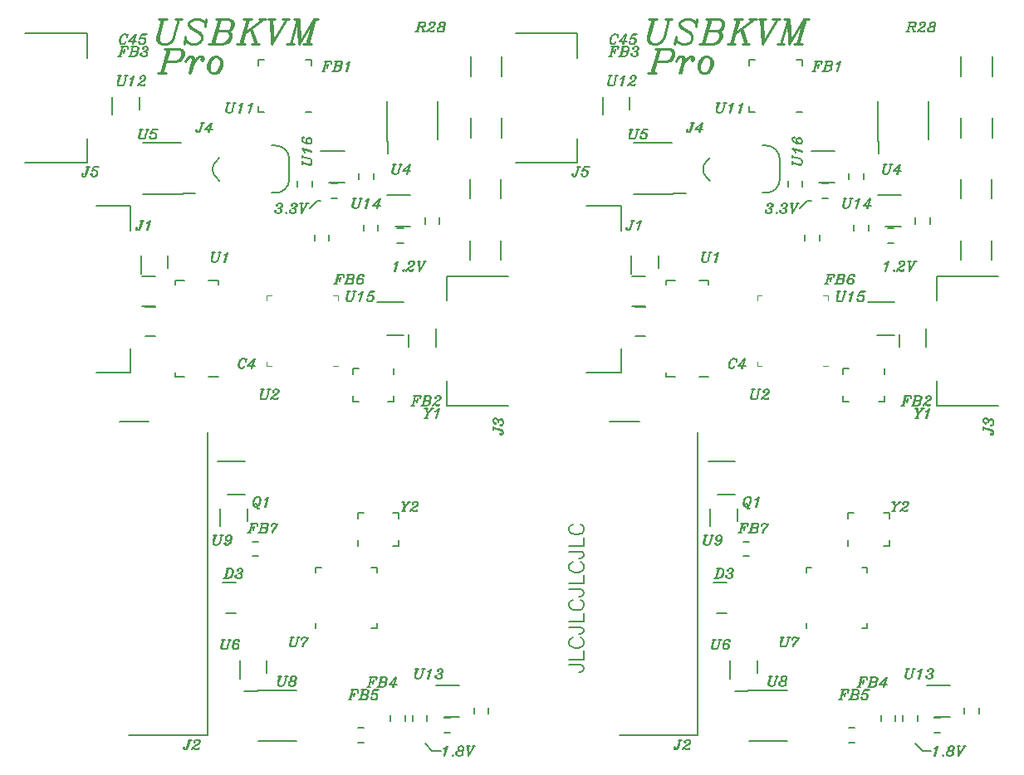
<source format=gto>
%FSLAX46Y46*%
%MOMM*%
%ADD12C,0.120000*%
%ADD10C,0.150000*%
%ADD13C,0.152400*%
%ADD11C,0.250000*%
G01*
%LPD*%
G01*
%LPD*%
D10*
X48857144Y-23821428D02*
X47714284Y-23821428D01*
D10*
X49071428Y-23892856D02*
X48857144Y-23821428D01*
D10*
X49142856Y-23964284D02*
X49071428Y-23892856D01*
D10*
X49214284Y-24107144D02*
X49142856Y-23964284D01*
D10*
X49214284Y-24250000D02*
X49214284Y-24107144D01*
D10*
X49142856Y-24392856D02*
X49214284Y-24250000D01*
D10*
X49071428Y-24464284D02*
X49142856Y-24392856D01*
D10*
X48857144Y-24535714D02*
X49071428Y-24464284D01*
D10*
X48714284Y-24535714D02*
X48857144Y-24535714D01*
D10*
X49214284Y-23250000D02*
X47714284Y-23250000D01*
D10*
X49214284Y-22392856D02*
X49214284Y-23250000D01*
D10*
X47928572Y-21107144D02*
X48071428Y-21035714D01*
D10*
X47785716Y-21250000D02*
X47928572Y-21107144D01*
D10*
X47714284Y-21392856D02*
X47785716Y-21250000D01*
D10*
X47714284Y-21678572D02*
X47714284Y-21392856D01*
D10*
X47785716Y-21821428D02*
X47714284Y-21678572D01*
D10*
X47928572Y-21964286D02*
X47785716Y-21821428D01*
D10*
X48071428Y-22035714D02*
X47928572Y-21964286D01*
D10*
X48285716Y-22107144D02*
X48071428Y-22035714D01*
D10*
X48642856Y-22107144D02*
X48285716Y-22107144D01*
D10*
X48857144Y-22035714D02*
X48642856Y-22107144D01*
D10*
X49000000Y-21964286D02*
X48857144Y-22035714D01*
D10*
X49142856Y-21821428D02*
X49000000Y-21964286D01*
D10*
X49214284Y-21678572D02*
X49142856Y-21821428D01*
D10*
X49214284Y-21392856D02*
X49214284Y-21678572D01*
D10*
X49142856Y-21250000D02*
X49214284Y-21392856D01*
D10*
X49000000Y-21107144D02*
X49142856Y-21250000D01*
D10*
X48857144Y-21035714D02*
X49000000Y-21107144D01*
D10*
X48857144Y-19964286D02*
X47714284Y-19964286D01*
D10*
X49071428Y-20035714D02*
X48857144Y-19964286D01*
D10*
X49142856Y-20107144D02*
X49071428Y-20035714D01*
D10*
X49214284Y-20250000D02*
X49142856Y-20107144D01*
D10*
X49214284Y-20392856D02*
X49214284Y-20250000D01*
D10*
X49142856Y-20535714D02*
X49214284Y-20392856D01*
D10*
X49071428Y-20607144D02*
X49142856Y-20535714D01*
D10*
X48857144Y-20678572D02*
X49071428Y-20607144D01*
D10*
X48714284Y-20678572D02*
X48857144Y-20678572D01*
D10*
X49214284Y-19392856D02*
X47714284Y-19392856D01*
D10*
X49214284Y-18535714D02*
X49214284Y-19392856D01*
D10*
X47928572Y-17250000D02*
X48071428Y-17178572D01*
D10*
X47785716Y-17392856D02*
X47928572Y-17250000D01*
D10*
X47714284Y-17535714D02*
X47785716Y-17392856D01*
D10*
X47714284Y-17821428D02*
X47714284Y-17535714D01*
D10*
X47785716Y-17964286D02*
X47714284Y-17821428D01*
D10*
X47928572Y-18107144D02*
X47785716Y-17964286D01*
D10*
X48071428Y-18178572D02*
X47928572Y-18107144D01*
D10*
X48285716Y-18250000D02*
X48071428Y-18178572D01*
D10*
X48642856Y-18250000D02*
X48285716Y-18250000D01*
D10*
X48857144Y-18178572D02*
X48642856Y-18250000D01*
D10*
X49000000Y-18107144D02*
X48857144Y-18178572D01*
D10*
X49142856Y-17964286D02*
X49000000Y-18107144D01*
D10*
X49214284Y-17821428D02*
X49142856Y-17964286D01*
D10*
X49214284Y-17535714D02*
X49214284Y-17821428D01*
D10*
X49142856Y-17392856D02*
X49214284Y-17535714D01*
D10*
X49000000Y-17250000D02*
X49142856Y-17392856D01*
D10*
X48857144Y-17178572D02*
X49000000Y-17250000D01*
D10*
X48857144Y-16107143D02*
X47714284Y-16107143D01*
D10*
X49071428Y-16178572D02*
X48857144Y-16107143D01*
D10*
X49142856Y-16250000D02*
X49071428Y-16178572D01*
D10*
X49214284Y-16392857D02*
X49142856Y-16250000D01*
D10*
X49214284Y-16535714D02*
X49214284Y-16392857D01*
D10*
X49142856Y-16678572D02*
X49214284Y-16535714D01*
D10*
X49071428Y-16750000D02*
X49142856Y-16678572D01*
D10*
X48857144Y-16821428D02*
X49071428Y-16750000D01*
D10*
X48714284Y-16821428D02*
X48857144Y-16821428D01*
D10*
X49214284Y-15535714D02*
X47714284Y-15535714D01*
D10*
X49214284Y-14678572D02*
X49214284Y-15535714D01*
D10*
X47928572Y-13392857D02*
X48071428Y-13321428D01*
D10*
X47785716Y-13535714D02*
X47928572Y-13392857D01*
D10*
X47714284Y-13678572D02*
X47785716Y-13535714D01*
D10*
X47714284Y-13964286D02*
X47714284Y-13678572D01*
D10*
X47785716Y-14107143D02*
X47714284Y-13964286D01*
D10*
X47928572Y-14250000D02*
X47785716Y-14107143D01*
D10*
X48071428Y-14321428D02*
X47928572Y-14250000D01*
D10*
X48285716Y-14392857D02*
X48071428Y-14321428D01*
D10*
X48642856Y-14392857D02*
X48285716Y-14392857D01*
D10*
X48857144Y-14321428D02*
X48642856Y-14392857D01*
D10*
X49000000Y-14250000D02*
X48857144Y-14321428D01*
D10*
X49142856Y-14107143D02*
X49000000Y-14250000D01*
D10*
X49214284Y-13964286D02*
X49142856Y-14107143D01*
D10*
X49214284Y-13678572D02*
X49214284Y-13964286D01*
D10*
X49142856Y-13535714D02*
X49214284Y-13678572D01*
D10*
X49000000Y-13392857D02*
X49142856Y-13535714D01*
D10*
X48857144Y-13321428D02*
X49000000Y-13392857D01*
D10*
X48857144Y-12250000D02*
X47714284Y-12250000D01*
D10*
X49071428Y-12321428D02*
X48857144Y-12250000D01*
D10*
X49142856Y-12392857D02*
X49071428Y-12321428D01*
D10*
X49214284Y-12535714D02*
X49142856Y-12392857D01*
D10*
X49214284Y-12678572D02*
X49214284Y-12535714D01*
D10*
X49142856Y-12821428D02*
X49214284Y-12678572D01*
D10*
X49071428Y-12892857D02*
X49142856Y-12821428D01*
D10*
X48857144Y-12964286D02*
X49071428Y-12892857D01*
D10*
X48714284Y-12964286D02*
X48857144Y-12964286D01*
D10*
X49214284Y-11678572D02*
X47714284Y-11678572D01*
D10*
X49214284Y-10821428D02*
X49214284Y-11678572D01*
D10*
X47928572Y-9535714D02*
X48071428Y-9464286D01*
D10*
X47785716Y-9678571D02*
X47928572Y-9535714D01*
D10*
X47714284Y-9821429D02*
X47785716Y-9678571D01*
D10*
X47714284Y-10107143D02*
X47714284Y-9821429D01*
D10*
X47785716Y-10250000D02*
X47714284Y-10107143D01*
D10*
X47928572Y-10392857D02*
X47785716Y-10250000D01*
D10*
X48071428Y-10464286D02*
X47928572Y-10392857D01*
D10*
X48285716Y-10535714D02*
X48071428Y-10464286D01*
D10*
X48642856Y-10535714D02*
X48285716Y-10535714D01*
D10*
X48857144Y-10464286D02*
X48642856Y-10535714D01*
D10*
X49000000Y-10392857D02*
X48857144Y-10464286D01*
D10*
X49142856Y-10250000D02*
X49000000Y-10392857D01*
D10*
X49214284Y-10107143D02*
X49142856Y-10250000D01*
D10*
X49214284Y-9821429D02*
X49214284Y-10107143D01*
D10*
X49142856Y-9678571D02*
X49214284Y-9821429D01*
D10*
X49000000Y-9535714D02*
X49142856Y-9678571D01*
D10*
X48857144Y-9464286D02*
X49000000Y-9535714D01*
D10*
X29929762Y16373810D02*
X30167858Y17183334D01*
D10*
X29977380Y16373810D02*
X30263096Y17373810D01*
D10*
X30120238Y17230952D02*
X30263096Y17373810D01*
D10*
X29977380Y17135714D02*
X30120238Y17230952D01*
D10*
X29882144Y17088096D02*
X29977380Y17135714D01*
D10*
X30025000Y17135714D02*
X30215476Y17230952D01*
D10*
X29882144Y17088096D02*
X30025000Y17135714D01*
D10*
X30786904Y16421429D02*
X30834524Y16469048D01*
D10*
X30834524Y16373810D02*
X30786904Y16421429D01*
D10*
X30882144Y16421429D02*
X30834524Y16373810D01*
D10*
X30834524Y16469048D02*
X30882144Y16421429D01*
D10*
X31453572Y17135714D02*
X31405952Y17183334D01*
D10*
X31405952Y17088096D02*
X31453572Y17135714D01*
D10*
X31358334Y17135714D02*
X31405952Y17088096D01*
D10*
X31358334Y17183334D02*
X31358334Y17135714D01*
D10*
X31405952Y17278572D02*
X31358334Y17183334D01*
D10*
X31453572Y17326190D02*
X31405952Y17278572D01*
D10*
X31596428Y17373810D02*
X31453572Y17326190D01*
D10*
X31739286Y17373810D02*
X31596428Y17373810D01*
D10*
X31882142Y17326190D02*
X31739286Y17373810D01*
D10*
X31929762Y17230952D02*
X31882142Y17326190D01*
D10*
X31929762Y17135714D02*
X31929762Y17230952D01*
D10*
X31882142Y17040476D02*
X31929762Y17135714D01*
D10*
X31786904Y16945238D02*
X31882142Y17040476D01*
D10*
X31644048Y16850000D02*
X31786904Y16945238D01*
D10*
X31453572Y16754762D02*
X31644048Y16850000D01*
D10*
X31310714Y16659524D02*
X31453572Y16754762D01*
D10*
X31215476Y16564286D02*
X31310714Y16659524D01*
D10*
X31120238Y16373810D02*
X31215476Y16564286D01*
D10*
X31834524Y17326190D02*
X31739286Y17373810D01*
D10*
X31882142Y17230952D02*
X31834524Y17326190D01*
D10*
X31882142Y17135714D02*
X31882142Y17230952D01*
D10*
X31834524Y17040476D02*
X31882142Y17135714D01*
D10*
X31739286Y16945238D02*
X31834524Y17040476D01*
D10*
X31453572Y16754762D02*
X31739286Y16945238D01*
D10*
X31215476Y16516667D02*
X31167858Y16469048D01*
D10*
X31310714Y16516667D02*
X31215476Y16516667D01*
D10*
X31548810Y16421429D02*
X31310714Y16516667D01*
D10*
X31691666Y16421429D02*
X31548810Y16421429D01*
D10*
X31786904Y16469048D02*
X31691666Y16421429D01*
D10*
X31834524Y16564286D02*
X31786904Y16469048D01*
D10*
X31548810Y16373810D02*
X31310714Y16516667D01*
D10*
X31691666Y16373810D02*
X31548810Y16373810D01*
D10*
X31786904Y16421429D02*
X31691666Y16373810D01*
D10*
X31834524Y16564286D02*
X31786904Y16421429D01*
D10*
X32405952Y16373810D02*
X32358334Y17373810D01*
D10*
X32453572Y16469048D02*
X32405952Y17373810D01*
D10*
X32405952Y16373810D02*
X33025000Y17373810D01*
D10*
X32548810Y17373810D02*
X32263096Y17373810D01*
D10*
X33120238Y17373810D02*
X32834524Y17373810D01*
D10*
X15102381Y-10376190D02*
X15388095Y-9376190D01*
D10*
X15150000Y-10376190D02*
X15435714Y-9376190D01*
D10*
X15530952Y-10042857D02*
X15626190Y-9661905D01*
D10*
X15959524Y-9376190D02*
X15245238Y-9376190D01*
D10*
X15911905Y-9661905D02*
X15959524Y-9376190D01*
D10*
X15911905Y-9376190D02*
X15911905Y-9661905D01*
D10*
X15578572Y-9852381D02*
X15292857Y-9852381D01*
D10*
X15292857Y-10376190D02*
X14959524Y-10376190D01*
D10*
X16150000Y-10376190D02*
X16435714Y-9376190D01*
D10*
X16197619Y-10376190D02*
X16483333Y-9376190D01*
D10*
X16816666Y-9376190D02*
X16292857Y-9376190D01*
D10*
X16959524Y-9423810D02*
X16816666Y-9376190D01*
D10*
X17007142Y-9519048D02*
X16959524Y-9423810D01*
D10*
X17007142Y-9614286D02*
X17007142Y-9519048D01*
D10*
X16959524Y-9757143D02*
X17007142Y-9614286D01*
D10*
X16911904Y-9804762D02*
X16959524Y-9757143D01*
D10*
X16769048Y-9852381D02*
X16911904Y-9804762D01*
D10*
X16911904Y-9423810D02*
X16816666Y-9376190D01*
D10*
X16959524Y-9519048D02*
X16911904Y-9423810D01*
D10*
X16959524Y-9614286D02*
X16959524Y-9519048D01*
D10*
X16911904Y-9757143D02*
X16959524Y-9614286D01*
D10*
X16864286Y-9804762D02*
X16911904Y-9757143D01*
D10*
X16769048Y-9852381D02*
X16864286Y-9804762D01*
D10*
X16769048Y-9852381D02*
X16340476Y-9852381D01*
D10*
X16864286Y-9900000D02*
X16769048Y-9852381D01*
D10*
X16911904Y-9995238D02*
X16864286Y-9900000D01*
D10*
X16911904Y-10090476D02*
X16911904Y-9995238D01*
D10*
X16864286Y-10233333D02*
X16911904Y-10090476D01*
D10*
X16769048Y-10328571D02*
X16864286Y-10233333D01*
D10*
X16578572Y-10376190D02*
X16769048Y-10328571D01*
D10*
X16007143Y-10376190D02*
X16578572Y-10376190D01*
D10*
X16816666Y-9900000D02*
X16769048Y-9852381D01*
D10*
X16864286Y-9995238D02*
X16816666Y-9900000D01*
D10*
X16864286Y-10090476D02*
X16864286Y-9995238D01*
D10*
X16816666Y-10233333D02*
X16864286Y-10090476D01*
D10*
X16721429Y-10328571D02*
X16816666Y-10233333D01*
D10*
X16578572Y-10376190D02*
X16721429Y-10328571D01*
D10*
X17340476Y-9661905D02*
X17435714Y-9376190D01*
D10*
X18007142Y-9519048D02*
X18054762Y-9376190D01*
D10*
X17911904Y-9661905D02*
X18007142Y-9519048D01*
D10*
X17673810Y-9947619D02*
X17911904Y-9661905D01*
D10*
X17578572Y-10090476D02*
X17673810Y-9947619D01*
D10*
X17530952Y-10185714D02*
X17578572Y-10090476D01*
D10*
X17483334Y-10376190D02*
X17530952Y-10185714D01*
D10*
X17626190Y-9947619D02*
X17911904Y-9661905D01*
D10*
X17530952Y-10090476D02*
X17626190Y-9947619D01*
D10*
X17483334Y-10185714D02*
X17530952Y-10090476D01*
D10*
X17435714Y-10376190D02*
X17483334Y-10185714D01*
D10*
X17530952Y-9376190D02*
X17388096Y-9519048D01*
D10*
X17626190Y-9376190D02*
X17530952Y-9376190D01*
D10*
X17864286Y-9519048D02*
X17626190Y-9376190D01*
D10*
X17530952Y-9423810D02*
X17435714Y-9471429D01*
D10*
X17626190Y-9423810D02*
X17530952Y-9423810D01*
D10*
X17864286Y-9519048D02*
X17626190Y-9423810D01*
D10*
X17959524Y-9519048D02*
X17864286Y-9519048D01*
D10*
X18007142Y-9471429D02*
X17959524Y-9519048D01*
D10*
X18054762Y-9376190D02*
X18007142Y-9471429D01*
D10*
X12797619Y33000000D02*
X12940476Y33523810D01*
D10*
X12750000Y32809524D02*
X12797619Y33000000D01*
D10*
X12750000Y32666666D02*
X12750000Y32809524D01*
D10*
X12797619Y32571428D02*
X12750000Y32666666D01*
D10*
X12940476Y32523810D02*
X12797619Y32571428D01*
D10*
X13130952Y32523810D02*
X12940476Y32523810D01*
D10*
X13273810Y32571428D02*
X13130952Y32523810D01*
D10*
X13369048Y32666666D02*
X13273810Y32571428D01*
D10*
X13416667Y32809524D02*
X13369048Y32666666D01*
D10*
X13607143Y33523810D02*
X13416667Y32809524D01*
D10*
X12845238Y33000000D02*
X12988095Y33523810D01*
D10*
X12797619Y32809524D02*
X12845238Y33000000D01*
D10*
X12797619Y32666666D02*
X12797619Y32809524D01*
D10*
X12845238Y32571428D02*
X12797619Y32666666D01*
D10*
X12940476Y32523810D02*
X12845238Y32571428D01*
D10*
X13130952Y33523810D02*
X12797619Y33523810D01*
D10*
X13750000Y33523810D02*
X13464286Y33523810D01*
D10*
X14083333Y32523810D02*
X14321429Y33333334D01*
D10*
X14130952Y32523810D02*
X14416667Y33523810D01*
D10*
X14273810Y33380952D02*
X14416667Y33523810D01*
D10*
X14130952Y33285714D02*
X14273810Y33380952D01*
D10*
X14035714Y33238096D02*
X14130952Y33285714D01*
D10*
X14178572Y33285714D02*
X14369048Y33380952D01*
D10*
X14035714Y33238096D02*
X14178572Y33285714D01*
D10*
X15083333Y32523810D02*
X15321429Y33333334D01*
D10*
X15130952Y32523810D02*
X15416667Y33523810D01*
D10*
X15273810Y33380952D02*
X15416667Y33523810D01*
D10*
X15130952Y33285714D02*
X15273810Y33380952D01*
D10*
X15035714Y33238096D02*
X15130952Y33285714D01*
D10*
X15178571Y33285714D02*
X15369048Y33380952D01*
D10*
X15035714Y33238096D02*
X15178571Y33285714D01*
D10*
X25672620Y23250000D02*
X25815476Y23773810D01*
D10*
X25625000Y23059524D02*
X25672620Y23250000D01*
D10*
X25625000Y22916666D02*
X25625000Y23059524D01*
D10*
X25672620Y22821428D02*
X25625000Y22916666D01*
D10*
X25815476Y22773810D02*
X25672620Y22821428D01*
D10*
X26005952Y22773810D02*
X25815476Y22773810D01*
D10*
X26148810Y22821428D02*
X26005952Y22773810D01*
D10*
X26244048Y22916666D02*
X26148810Y22821428D01*
D10*
X26291666Y23059524D02*
X26244048Y22916666D01*
D10*
X26482144Y23773810D02*
X26291666Y23059524D01*
D10*
X25720238Y23250000D02*
X25863096Y23773810D01*
D10*
X25672620Y23059524D02*
X25720238Y23250000D01*
D10*
X25672620Y22916666D02*
X25672620Y23059524D01*
D10*
X25720238Y22821428D02*
X25672620Y22916666D01*
D10*
X25815476Y22773810D02*
X25720238Y22821428D01*
D10*
X26005952Y23773810D02*
X25672620Y23773810D01*
D10*
X26625000Y23773810D02*
X26339286Y23773810D01*
D10*
X26958334Y22773810D02*
X27196428Y23583334D01*
D10*
X27005952Y22773810D02*
X27291666Y23773810D01*
D10*
X27148810Y23630952D02*
X27291666Y23773810D01*
D10*
X27005952Y23535714D02*
X27148810Y23630952D01*
D10*
X26910714Y23488096D02*
X27005952Y23535714D01*
D10*
X27053572Y23535714D02*
X27244048Y23630952D01*
D10*
X26910714Y23488096D02*
X27053572Y23535714D01*
D10*
X28101190Y22773810D02*
X28386904Y23726190D01*
D10*
X28148810Y22773810D02*
X28434524Y23773810D01*
D10*
X27720238Y23059524D02*
X28434524Y23773810D01*
D10*
X28482142Y23059524D02*
X27720238Y23059524D01*
D10*
X8826190Y-32285714D02*
X9064286Y-31476190D01*
D10*
X8778571Y-32380952D02*
X8826190Y-32285714D01*
D10*
X8730952Y-32428572D02*
X8778571Y-32380952D01*
D10*
X8635714Y-32476190D02*
X8730952Y-32428572D01*
D10*
X8540476Y-32476190D02*
X8635714Y-32476190D01*
D10*
X8445238Y-32428572D02*
X8540476Y-32476190D01*
D10*
X8397619Y-32333334D02*
X8445238Y-32428572D01*
D10*
X8397619Y-32238096D02*
X8397619Y-32333334D01*
D10*
X8445238Y-32190476D02*
X8397619Y-32238096D01*
D10*
X8492857Y-32238096D02*
X8445238Y-32190476D01*
D10*
X8445238Y-32285714D02*
X8492857Y-32238096D01*
D10*
X8778571Y-32285714D02*
X9016667Y-31476190D01*
D10*
X8730952Y-32380952D02*
X8778571Y-32285714D01*
D10*
X8635714Y-32476190D02*
X8730952Y-32380952D01*
D10*
X9207143Y-31476190D02*
X8873810Y-31476190D01*
D10*
X9588095Y-31714286D02*
X9540476Y-31666666D01*
D10*
X9540476Y-31761904D02*
X9588095Y-31714286D01*
D10*
X9492857Y-31714286D02*
X9540476Y-31761904D01*
D10*
X9492857Y-31666666D02*
X9492857Y-31714286D01*
D10*
X9540476Y-31571428D02*
X9492857Y-31666666D01*
D10*
X9588095Y-31523810D02*
X9540476Y-31571428D01*
D10*
X9730952Y-31476190D02*
X9588095Y-31523810D01*
D10*
X9873810Y-31476190D02*
X9730952Y-31476190D01*
D10*
X10016667Y-31523810D02*
X9873810Y-31476190D01*
D10*
X10064286Y-31619048D02*
X10016667Y-31523810D01*
D10*
X10064286Y-31714286D02*
X10064286Y-31619048D01*
D10*
X10016667Y-31809524D02*
X10064286Y-31714286D01*
D10*
X9921428Y-31904762D02*
X10016667Y-31809524D01*
D10*
X9778571Y-32000000D02*
X9921428Y-31904762D01*
D10*
X9588095Y-32095238D02*
X9778571Y-32000000D01*
D10*
X9445238Y-32190476D02*
X9588095Y-32095238D01*
D10*
X9350000Y-32285714D02*
X9445238Y-32190476D01*
D10*
X9254762Y-32476190D02*
X9350000Y-32285714D01*
D10*
X9969048Y-31523810D02*
X9873810Y-31476190D01*
D10*
X10016667Y-31619048D02*
X9969048Y-31523810D01*
D10*
X10016667Y-31714286D02*
X10016667Y-31619048D01*
D10*
X9969048Y-31809524D02*
X10016667Y-31714286D01*
D10*
X9873810Y-31904762D02*
X9969048Y-31809524D01*
D10*
X9588095Y-32095238D02*
X9873810Y-31904762D01*
D10*
X9350000Y-32333334D02*
X9302381Y-32380952D01*
D10*
X9445238Y-32333334D02*
X9350000Y-32333334D01*
D10*
X9683333Y-32428572D02*
X9445238Y-32333334D01*
D10*
X9826190Y-32428572D02*
X9683333Y-32428572D01*
D10*
X9921428Y-32380952D02*
X9826190Y-32428572D01*
D10*
X9969048Y-32285714D02*
X9921428Y-32380952D01*
D10*
X9683333Y-32476190D02*
X9445238Y-32333334D01*
D10*
X9826190Y-32476190D02*
X9683333Y-32476190D01*
D10*
X9921428Y-32428572D02*
X9826190Y-32476190D01*
D10*
X9969048Y-32285714D02*
X9921428Y-32428572D01*
D10*
X14754762Y7328571D02*
X14707143Y7328571D01*
D10*
X14802381Y7423809D02*
X14754762Y7328571D01*
D10*
X14754762Y7138095D02*
X14802381Y7423809D01*
D10*
X14754762Y7233333D02*
X14754762Y7138095D01*
D10*
X14707143Y7328571D02*
X14754762Y7233333D01*
D10*
X14659524Y7376190D02*
X14707143Y7328571D01*
D10*
X14564286Y7423809D02*
X14659524Y7376190D01*
D10*
X14421429Y7423809D02*
X14564286Y7423809D01*
D10*
X14278571Y7376190D02*
X14421429Y7423809D01*
D10*
X14183333Y7280952D02*
X14278571Y7376190D01*
D10*
X14088095Y7138095D02*
X14183333Y7280952D01*
D10*
X14040476Y6995238D02*
X14088095Y7138095D01*
D10*
X13992857Y6804762D02*
X14040476Y6995238D01*
D10*
X13992857Y6661905D02*
X13992857Y6804762D01*
D10*
X14040476Y6519047D02*
X13992857Y6661905D01*
D10*
X14088095Y6471428D02*
X14040476Y6519047D01*
D10*
X14230952Y6423809D02*
X14088095Y6471428D01*
D10*
X14373810Y6423809D02*
X14230952Y6423809D01*
D10*
X14469048Y6471428D02*
X14373810Y6423809D01*
D10*
X14564286Y6566666D02*
X14469048Y6471428D01*
D10*
X14611905Y6661905D02*
X14564286Y6566666D01*
D10*
X14326190Y7376190D02*
X14421429Y7423809D01*
D10*
X14230952Y7280952D02*
X14326190Y7376190D01*
D10*
X14135714Y7138095D02*
X14230952Y7280952D01*
D10*
X14088095Y6995238D02*
X14135714Y7138095D01*
D10*
X14040476Y6804762D02*
X14088095Y6995238D01*
D10*
X14040476Y6661905D02*
X14040476Y6804762D01*
D10*
X14088095Y6519047D02*
X14040476Y6661905D01*
D10*
X14135714Y6471428D02*
X14088095Y6519047D01*
D10*
X14230952Y6423809D02*
X14135714Y6471428D01*
D10*
X15326190Y6423809D02*
X15611905Y7376190D01*
D10*
X15373810Y6423809D02*
X15659524Y7423809D01*
D10*
X14945238Y6709524D02*
X15659524Y7423809D01*
D10*
X15707143Y6709524D02*
X14945238Y6709524D01*
D10*
X33276190Y1872619D02*
X33085714Y2348809D01*
D10*
X33133334Y1348809D02*
X33276190Y1872619D01*
D10*
X33323810Y1872619D02*
X33133334Y2348809D01*
D10*
X33180952Y1348809D02*
X33323810Y1872619D01*
D10*
X33323810Y1872619D02*
X33800000Y2348809D01*
D10*
X33276190Y2348809D02*
X32990476Y2348809D01*
D10*
X33895240Y2348809D02*
X33609524Y2348809D01*
D10*
X33323810Y1348809D02*
X32990476Y1348809D01*
D10*
X34133332Y1348809D02*
X34371428Y2158333D01*
D10*
X34180952Y1348809D02*
X34466668Y2348809D01*
D10*
X34323808Y2205952D02*
X34466668Y2348809D01*
D10*
X34180952Y2110714D02*
X34323808Y2205952D01*
D10*
X34085716Y2063095D02*
X34180952Y2110714D01*
D10*
X34228572Y2110714D02*
X34419048Y2205952D01*
D10*
X34085716Y2063095D02*
X34228572Y2110714D01*
D10*
X30926190Y-7652381D02*
X30735714Y-7176190D01*
D10*
X30783334Y-8176190D02*
X30926190Y-7652381D01*
D10*
X30973810Y-7652381D02*
X30783334Y-7176190D01*
D10*
X30830952Y-8176190D02*
X30973810Y-7652381D01*
D10*
X30973810Y-7652381D02*
X31450000Y-7176190D01*
D10*
X30926190Y-7176190D02*
X30640476Y-7176190D01*
D10*
X31545238Y-7176190D02*
X31259524Y-7176190D01*
D10*
X30973810Y-8176190D02*
X30640476Y-8176190D01*
D10*
X31830952Y-7414285D02*
X31783334Y-7366666D01*
D10*
X31783334Y-7461905D02*
X31830952Y-7414285D01*
D10*
X31735714Y-7414285D02*
X31783334Y-7461905D01*
D10*
X31735714Y-7366666D02*
X31735714Y-7414285D01*
D10*
X31783334Y-7271428D02*
X31735714Y-7366666D01*
D10*
X31830952Y-7223809D02*
X31783334Y-7271428D01*
D10*
X31973810Y-7176190D02*
X31830952Y-7223809D01*
D10*
X32116666Y-7176190D02*
X31973810Y-7176190D01*
D10*
X32259524Y-7223809D02*
X32116666Y-7176190D01*
D10*
X32307142Y-7319047D02*
X32259524Y-7223809D01*
D10*
X32307142Y-7414285D02*
X32307142Y-7319047D01*
D10*
X32259524Y-7509524D02*
X32307142Y-7414285D01*
D10*
X32164286Y-7604762D02*
X32259524Y-7509524D01*
D10*
X32021428Y-7700000D02*
X32164286Y-7604762D01*
D10*
X31830952Y-7795238D02*
X32021428Y-7700000D01*
D10*
X31688096Y-7890476D02*
X31830952Y-7795238D01*
D10*
X31592858Y-7985714D02*
X31688096Y-7890476D01*
D10*
X31497620Y-8176190D02*
X31592858Y-7985714D01*
D10*
X32211904Y-7223809D02*
X32116666Y-7176190D01*
D10*
X32259524Y-7319047D02*
X32211904Y-7223809D01*
D10*
X32259524Y-7414285D02*
X32259524Y-7319047D01*
D10*
X32211904Y-7509524D02*
X32259524Y-7414285D01*
D10*
X32116666Y-7604762D02*
X32211904Y-7509524D01*
D10*
X31830952Y-7795238D02*
X32116666Y-7604762D01*
D10*
X31592858Y-8033333D02*
X31545238Y-8080952D01*
D10*
X31688096Y-8033333D02*
X31592858Y-8033333D01*
D10*
X31926190Y-8128571D02*
X31688096Y-8033333D01*
D10*
X32069048Y-8128571D02*
X31926190Y-8128571D01*
D10*
X32164286Y-8080952D02*
X32069048Y-8128571D01*
D10*
X32211904Y-7985714D02*
X32164286Y-8080952D01*
D10*
X31926190Y-8176190D02*
X31688096Y-8033333D01*
D10*
X32069048Y-8176190D02*
X31926190Y-8176190D01*
D10*
X32164286Y-8128571D02*
X32069048Y-8176190D01*
D10*
X32211904Y-7985714D02*
X32164286Y-8128571D01*
D11*
X6107143Y36559524D02*
X6821428Y39059524D01*
D11*
X6226190Y36559524D02*
X6940476Y39059524D01*
D11*
X7892857Y39059524D02*
X6464285Y39059524D01*
D11*
X8250000Y38940476D02*
X7892857Y39059524D01*
D11*
X8369047Y38702380D02*
X8250000Y38940476D01*
D11*
X8369047Y38464284D02*
X8369047Y38702380D01*
D11*
X8250000Y38107144D02*
X8369047Y38464284D01*
D11*
X8011905Y37869048D02*
X8250000Y38107144D01*
D11*
X7535714Y37750000D02*
X8011905Y37869048D01*
D11*
X6583333Y37750000D02*
X7535714Y37750000D01*
D11*
X8130952Y38940476D02*
X7892857Y39059524D01*
D11*
X8250000Y38702380D02*
X8130952Y38940476D01*
D11*
X8250000Y38464284D02*
X8250000Y38702380D01*
D11*
X8130952Y38107144D02*
X8250000Y38464284D01*
D11*
X7892857Y37869048D02*
X8130952Y38107144D01*
D11*
X7535714Y37750000D02*
X7892857Y37869048D01*
D11*
X6583333Y36559524D02*
X5750000Y36559524D01*
D11*
X8726190Y37988096D02*
X8607143Y37750000D01*
D11*
X8964286Y38226192D02*
X8726190Y37988096D01*
D11*
X9321428Y38226192D02*
X8964286Y38226192D01*
D11*
X9440476Y38107144D02*
X9321428Y38226192D01*
D11*
X9440476Y37869048D02*
X9440476Y38107144D01*
D11*
X9321428Y37392856D02*
X9440476Y37869048D01*
D11*
X9083333Y36559524D02*
X9321428Y37392856D01*
D11*
X9321428Y38107144D02*
X9202381Y38226192D01*
D11*
X9321428Y37869048D02*
X9321428Y38107144D01*
D11*
X9202381Y37392856D02*
X9321428Y37869048D01*
D11*
X8964286Y36559524D02*
X9202381Y37392856D01*
D11*
X9559524Y37869048D02*
X9321428Y37392856D01*
D11*
X9797619Y38107144D02*
X9559524Y37869048D01*
D11*
X10035714Y38226192D02*
X9797619Y38107144D01*
D11*
X10273810Y38226192D02*
X10035714Y38226192D01*
D11*
X10392857Y38107144D02*
X10273810Y38226192D01*
D11*
X10392857Y37988096D02*
X10392857Y38107144D01*
D11*
X10273810Y37869048D02*
X10392857Y37988096D01*
D11*
X10154762Y37988096D02*
X10273810Y37869048D01*
D11*
X10273810Y38107144D02*
X10154762Y37988096D01*
D11*
X11226190Y38107144D02*
X11583333Y38226192D01*
D11*
X10988095Y37750000D02*
X11226190Y38107144D01*
D11*
X10869048Y37392856D02*
X10988095Y37750000D01*
D11*
X10869048Y37035716D02*
X10869048Y37392856D01*
D11*
X10988095Y36797620D02*
X10869048Y37035716D01*
D11*
X11107143Y36678572D02*
X10988095Y36797620D01*
D11*
X11345238Y36559524D02*
X11107143Y36678572D01*
D11*
X11583333Y36559524D02*
X11345238Y36559524D01*
D11*
X11940476Y36678572D02*
X11583333Y36559524D01*
D11*
X12178572Y37035716D02*
X11940476Y36678572D01*
D11*
X12297619Y37392856D02*
X12178572Y37035716D01*
D11*
X12297619Y37750000D02*
X12297619Y37392856D01*
D11*
X12178572Y37988096D02*
X12297619Y37750000D01*
D11*
X12059524Y38107144D02*
X12178572Y37988096D01*
D11*
X11821428Y38226192D02*
X12059524Y38107144D01*
D11*
X11583333Y38226192D02*
X11821428Y38226192D01*
D11*
X11345238Y38107144D02*
X11583333Y38226192D01*
D11*
X11107143Y37750000D02*
X11345238Y38107144D01*
D11*
X10988095Y37392856D02*
X11107143Y37750000D01*
D11*
X10988095Y36916668D02*
X10988095Y37392856D01*
D11*
X11107143Y36678572D02*
X10988095Y36916668D01*
D11*
X11821428Y36678572D02*
X11583333Y36559524D01*
D11*
X12059524Y37035716D02*
X11821428Y36678572D01*
D11*
X12178572Y37392856D02*
X12059524Y37035716D01*
D11*
X12178572Y37869048D02*
X12178572Y37392856D01*
D11*
X12059524Y38107144D02*
X12178572Y37869048D01*
D10*
X27242858Y-26076190D02*
X27528572Y-25076190D01*
D10*
X27290476Y-26076190D02*
X27576190Y-25076190D01*
D10*
X27671428Y-25742858D02*
X27766666Y-25361904D01*
D10*
X28100000Y-25076190D02*
X27385714Y-25076190D01*
D10*
X28052380Y-25361904D02*
X28100000Y-25076190D01*
D10*
X28052380Y-25076190D02*
X28052380Y-25361904D01*
D10*
X27719048Y-25552380D02*
X27433334Y-25552380D01*
D10*
X27433334Y-26076190D02*
X27100000Y-26076190D01*
D10*
X28290476Y-26076190D02*
X28576190Y-25076190D01*
D10*
X28338096Y-26076190D02*
X28623810Y-25076190D01*
D10*
X28957142Y-25076190D02*
X28433334Y-25076190D01*
D10*
X29100000Y-25123810D02*
X28957142Y-25076190D01*
D10*
X29147620Y-25219048D02*
X29100000Y-25123810D01*
D10*
X29147620Y-25314286D02*
X29147620Y-25219048D01*
D10*
X29100000Y-25457142D02*
X29147620Y-25314286D01*
D10*
X29052380Y-25504762D02*
X29100000Y-25457142D01*
D10*
X28909524Y-25552380D02*
X29052380Y-25504762D01*
D10*
X29052380Y-25123810D02*
X28957142Y-25076190D01*
D10*
X29100000Y-25219048D02*
X29052380Y-25123810D01*
D10*
X29100000Y-25314286D02*
X29100000Y-25219048D01*
D10*
X29052380Y-25457142D02*
X29100000Y-25314286D01*
D10*
X29004762Y-25504762D02*
X29052380Y-25457142D01*
D10*
X28909524Y-25552380D02*
X29004762Y-25504762D01*
D10*
X28909524Y-25552380D02*
X28480952Y-25552380D01*
D10*
X29004762Y-25600000D02*
X28909524Y-25552380D01*
D10*
X29052380Y-25695238D02*
X29004762Y-25600000D01*
D10*
X29052380Y-25790476D02*
X29052380Y-25695238D01*
D10*
X29004762Y-25933334D02*
X29052380Y-25790476D01*
D10*
X28909524Y-26028572D02*
X29004762Y-25933334D01*
D10*
X28719048Y-26076190D02*
X28909524Y-26028572D01*
D10*
X28147620Y-26076190D02*
X28719048Y-26076190D01*
D10*
X28957142Y-25600000D02*
X28909524Y-25552380D01*
D10*
X29004762Y-25695238D02*
X28957142Y-25600000D01*
D10*
X29004762Y-25790476D02*
X29004762Y-25695238D01*
D10*
X28957142Y-25933334D02*
X29004762Y-25790476D01*
D10*
X28861904Y-26028572D02*
X28957142Y-25933334D01*
D10*
X28719048Y-26076190D02*
X28861904Y-26028572D01*
D10*
X29766666Y-26076190D02*
X30052380Y-25123810D01*
D10*
X29814286Y-26076190D02*
X30100000Y-25076190D01*
D10*
X29385714Y-25790476D02*
X30100000Y-25076190D01*
D10*
X30147620Y-25790476D02*
X29385714Y-25790476D01*
D10*
X-1523809Y26214286D02*
X-1285714Y27023810D01*
D10*
X-1571428Y26119048D02*
X-1523809Y26214286D01*
D10*
X-1619047Y26071428D02*
X-1571428Y26119048D01*
D10*
X-1714285Y26023810D02*
X-1619047Y26071428D01*
D10*
X-1809523Y26023810D02*
X-1714285Y26023810D01*
D10*
X-1904761Y26071428D02*
X-1809523Y26023810D01*
D10*
X-1952381Y26166666D02*
X-1904761Y26071428D01*
D10*
X-1952381Y26261904D02*
X-1952381Y26166666D01*
D10*
X-1904761Y26309524D02*
X-1952381Y26261904D01*
D10*
X-1857142Y26261904D02*
X-1904761Y26309524D01*
D10*
X-1904761Y26214286D02*
X-1857142Y26261904D01*
D10*
X-1571428Y26214286D02*
X-1333333Y27023810D01*
D10*
X-1619047Y26119048D02*
X-1571428Y26214286D01*
D10*
X-1714285Y26023810D02*
X-1619047Y26119048D01*
D10*
X-1142857Y27023810D02*
X-1476190Y27023810D01*
D10*
X-952381Y26547620D02*
X-714285Y27023810D01*
D10*
X-238095Y27023810D02*
X-714285Y27023810D01*
D10*
X-476190Y26976190D02*
X-714285Y26976190D01*
D10*
X-238095Y27023810D02*
X-476190Y26976190D01*
D10*
X-904761Y26595238D02*
X-952381Y26547620D01*
D10*
X-761904Y26642858D02*
X-904761Y26595238D01*
D10*
X-619047Y26642858D02*
X-761904Y26642858D01*
D10*
X-476190Y26595238D02*
X-619047Y26642858D01*
D10*
X-428571Y26547620D02*
X-476190Y26595238D01*
D10*
X-380952Y26452380D02*
X-428571Y26547620D01*
D10*
X-380952Y26309524D02*
X-380952Y26452380D01*
D10*
X-428571Y26166666D02*
X-380952Y26309524D01*
D10*
X-523809Y26071428D02*
X-428571Y26166666D01*
D10*
X-666666Y26023810D02*
X-523809Y26071428D01*
D10*
X-809523Y26023810D02*
X-666666Y26023810D01*
D10*
X-952381Y26071428D02*
X-809523Y26023810D01*
D10*
X-1000000Y26119048D02*
X-952381Y26071428D01*
D10*
X-1047619Y26214286D02*
X-1000000Y26119048D01*
D10*
X-1047619Y26261904D02*
X-1047619Y26214286D01*
D10*
X-1000000Y26309524D02*
X-1047619Y26261904D01*
D10*
X-952381Y26261904D02*
X-1000000Y26309524D01*
D10*
X-1000000Y26214286D02*
X-952381Y26261904D01*
D10*
X-523809Y26595238D02*
X-619047Y26642858D01*
D10*
X-476190Y26547620D02*
X-523809Y26595238D01*
D10*
X-428571Y26452380D02*
X-476190Y26547620D01*
D10*
X-428571Y26309524D02*
X-428571Y26452380D01*
D10*
X-476190Y26166666D02*
X-428571Y26309524D01*
D10*
X-571428Y26071428D02*
X-476190Y26166666D01*
D10*
X-666666Y26023810D02*
X-571428Y26071428D01*
D10*
X29738096Y26750000D02*
X29880952Y27273810D01*
D10*
X29690476Y26559524D02*
X29738096Y26750000D01*
D10*
X29690476Y26416666D02*
X29690476Y26559524D01*
D10*
X29738096Y26321428D02*
X29690476Y26416666D01*
D10*
X29880952Y26273810D02*
X29738096Y26321428D01*
D10*
X30071428Y26273810D02*
X29880952Y26273810D01*
D10*
X30214286Y26321428D02*
X30071428Y26273810D01*
D10*
X30309524Y26416666D02*
X30214286Y26321428D01*
D10*
X30357142Y26559524D02*
X30309524Y26416666D01*
D10*
X30547620Y27273810D02*
X30357142Y26559524D01*
D10*
X29785714Y26750000D02*
X29928572Y27273810D01*
D10*
X29738096Y26559524D02*
X29785714Y26750000D01*
D10*
X29738096Y26416666D02*
X29738096Y26559524D01*
D10*
X29785714Y26321428D02*
X29738096Y26416666D01*
D10*
X29880952Y26273810D02*
X29785714Y26321428D01*
D10*
X30071428Y27273810D02*
X29738096Y27273810D01*
D10*
X30690476Y27273810D02*
X30404762Y27273810D01*
D10*
X31166666Y26273810D02*
X31452380Y27226190D01*
D10*
X31214286Y26273810D02*
X31500000Y27273810D01*
D10*
X30785714Y26559524D02*
X31500000Y27273810D01*
D10*
X31547620Y26559524D02*
X30785714Y26559524D01*
D10*
X32192858Y40773808D02*
X32478572Y41773808D01*
D10*
X32240476Y40773808D02*
X32526190Y41773808D01*
D10*
X32859524Y41773808D02*
X32335714Y41773808D01*
D10*
X33002380Y41726192D02*
X32859524Y41773808D01*
D10*
X33050000Y41630952D02*
X33002380Y41726192D01*
D10*
X33050000Y41535716D02*
X33050000Y41630952D01*
D10*
X33002380Y41392856D02*
X33050000Y41535716D01*
D10*
X32954762Y41345240D02*
X33002380Y41392856D01*
D10*
X32811904Y41297620D02*
X32954762Y41345240D01*
D10*
X32383334Y41297620D02*
X32811904Y41297620D01*
D10*
X32954762Y41726192D02*
X32859524Y41773808D01*
D10*
X33002380Y41630952D02*
X32954762Y41726192D01*
D10*
X33002380Y41535716D02*
X33002380Y41630952D01*
D10*
X32954762Y41392856D02*
X33002380Y41535716D01*
D10*
X32907142Y41345240D02*
X32954762Y41392856D01*
D10*
X32811904Y41297620D02*
X32907142Y41345240D01*
D10*
X32716666Y41250000D02*
X32621428Y41297620D01*
D10*
X32764286Y41202380D02*
X32716666Y41250000D01*
D10*
X32811904Y40821428D02*
X32764286Y41202380D01*
D10*
X32859524Y40773808D02*
X32811904Y40821428D01*
D10*
X32954762Y40773808D02*
X32859524Y40773808D01*
D10*
X33002380Y40869048D02*
X32954762Y40773808D01*
D10*
X33002380Y40916668D02*
X33002380Y40869048D01*
D10*
X32859524Y40869048D02*
X32764286Y41202380D01*
D10*
X32907142Y40821428D02*
X32859524Y40869048D01*
D10*
X32954762Y40821428D02*
X32907142Y40821428D01*
D10*
X33002380Y40869048D02*
X32954762Y40821428D01*
D10*
X32383334Y40773808D02*
X32050000Y40773808D01*
D10*
X33573808Y41535716D02*
X33526190Y41583332D01*
D10*
X33526190Y41488096D02*
X33573808Y41535716D01*
D10*
X33478572Y41535716D02*
X33526190Y41488096D01*
D10*
X33478572Y41583332D02*
X33478572Y41535716D01*
D10*
X33526190Y41678572D02*
X33478572Y41583332D01*
D10*
X33573808Y41726192D02*
X33526190Y41678572D01*
D10*
X33716668Y41773808D02*
X33573808Y41726192D01*
D10*
X33859524Y41773808D02*
X33716668Y41773808D01*
D10*
X34002380Y41726192D02*
X33859524Y41773808D01*
D10*
X34050000Y41630952D02*
X34002380Y41726192D01*
D10*
X34050000Y41535716D02*
X34050000Y41630952D01*
D10*
X34002380Y41440476D02*
X34050000Y41535716D01*
D10*
X33907144Y41345240D02*
X34002380Y41440476D01*
D10*
X33764284Y41250000D02*
X33907144Y41345240D01*
D10*
X33573808Y41154760D02*
X33764284Y41250000D01*
D10*
X33430952Y41059524D02*
X33573808Y41154760D01*
D10*
X33335714Y40964284D02*
X33430952Y41059524D01*
D10*
X33240476Y40773808D02*
X33335714Y40964284D01*
D10*
X33954760Y41726192D02*
X33859524Y41773808D01*
D10*
X34002380Y41630952D02*
X33954760Y41726192D01*
D10*
X34002380Y41535716D02*
X34002380Y41630952D01*
D10*
X33954760Y41440476D02*
X34002380Y41535716D01*
D10*
X33859524Y41345240D02*
X33954760Y41440476D01*
D10*
X33573808Y41154760D02*
X33859524Y41345240D01*
D10*
X33335714Y40916668D02*
X33288096Y40869048D01*
D10*
X33430952Y40916668D02*
X33335714Y40916668D01*
D10*
X33669048Y40821428D02*
X33430952Y40916668D01*
D10*
X33811904Y40821428D02*
X33669048Y40821428D01*
D10*
X33907144Y40869048D02*
X33811904Y40821428D01*
D10*
X33954760Y40964284D02*
X33907144Y40869048D01*
D10*
X33669048Y40773808D02*
X33430952Y40916668D01*
D10*
X33811904Y40773808D02*
X33669048Y40773808D01*
D10*
X33907144Y40821428D02*
X33811904Y40773808D01*
D10*
X33954760Y40964284D02*
X33907144Y40821428D01*
D10*
X34573808Y41726192D02*
X34716668Y41773808D01*
D10*
X34526192Y41678572D02*
X34573808Y41726192D01*
D10*
X34478572Y41583332D02*
X34526192Y41678572D01*
D10*
X34478572Y41440476D02*
X34478572Y41583332D01*
D10*
X34526192Y41345240D02*
X34478572Y41440476D01*
D10*
X34621428Y41297620D02*
X34526192Y41345240D01*
D10*
X34764284Y41297620D02*
X34621428Y41297620D01*
D10*
X34954760Y41345240D02*
X34764284Y41297620D01*
D10*
X35002380Y41392856D02*
X34954760Y41345240D01*
D10*
X35050000Y41488096D02*
X35002380Y41392856D01*
D10*
X35050000Y41630952D02*
X35050000Y41488096D01*
D10*
X35002380Y41726192D02*
X35050000Y41630952D01*
D10*
X34859524Y41773808D02*
X35002380Y41726192D01*
D10*
X34716668Y41773808D02*
X34859524Y41773808D01*
D10*
X34621428Y41726192D02*
X34716668Y41773808D01*
D10*
X34573808Y41678572D02*
X34621428Y41726192D01*
D10*
X34526192Y41583332D02*
X34573808Y41678572D01*
D10*
X34526192Y41440476D02*
X34526192Y41583332D01*
D10*
X34573808Y41345240D02*
X34526192Y41440476D01*
D10*
X34621428Y41297620D02*
X34573808Y41345240D01*
D10*
X34907144Y41345240D02*
X34764284Y41297620D01*
D10*
X34954760Y41392856D02*
X34907144Y41345240D01*
D10*
X35002380Y41488096D02*
X34954760Y41392856D01*
D10*
X35002380Y41630952D02*
X35002380Y41488096D01*
D10*
X34954760Y41726192D02*
X35002380Y41630952D01*
D10*
X34859524Y41773808D02*
X34954760Y41726192D01*
D10*
X34430952Y41250000D02*
X34621428Y41297620D01*
D10*
X34335716Y41154760D02*
X34430952Y41250000D01*
D10*
X34288096Y41059524D02*
X34335716Y41154760D01*
D10*
X34288096Y40916668D02*
X34288096Y41059524D01*
D10*
X34335716Y40821428D02*
X34288096Y40916668D01*
D10*
X34478572Y40773808D02*
X34335716Y40821428D01*
D10*
X34669048Y40773808D02*
X34478572Y40773808D01*
D10*
X34859524Y40821428D02*
X34669048Y40773808D01*
D10*
X34907144Y40869048D02*
X34859524Y40821428D01*
D10*
X34954760Y40964284D02*
X34907144Y40869048D01*
D10*
X34954760Y41107144D02*
X34954760Y40964284D01*
D10*
X34907144Y41202380D02*
X34954760Y41107144D01*
D10*
X34859524Y41250000D02*
X34907144Y41202380D01*
D10*
X34764284Y41297620D02*
X34859524Y41250000D01*
D10*
X34478572Y41250000D02*
X34621428Y41297620D01*
D10*
X34383332Y41154760D02*
X34478572Y41250000D01*
D10*
X34335716Y41059524D02*
X34383332Y41154760D01*
D10*
X34335716Y40916668D02*
X34335716Y41059524D01*
D10*
X34383332Y40821428D02*
X34335716Y40916668D01*
D10*
X34478572Y40773808D02*
X34383332Y40821428D01*
D10*
X34811904Y40821428D02*
X34669048Y40773808D01*
D10*
X34859524Y40869048D02*
X34811904Y40821428D01*
D10*
X34907144Y40964284D02*
X34859524Y40869048D01*
D10*
X34907144Y41154760D02*
X34907144Y40964284D01*
D10*
X34859524Y41250000D02*
X34907144Y41154760D01*
D10*
X1892857Y38273808D02*
X2178571Y39273808D01*
D10*
X1940476Y38273808D02*
X2226190Y39273808D01*
D10*
X2321428Y38607144D02*
X2416666Y38988096D01*
D10*
X2750000Y39273808D02*
X2035714Y39273808D01*
D10*
X2702381Y38988096D02*
X2750000Y39273808D01*
D10*
X2702381Y39273808D02*
X2702381Y38988096D01*
D10*
X2369047Y38797620D02*
X2083333Y38797620D01*
D10*
X2083333Y38273808D02*
X1750000Y38273808D01*
D10*
X2940476Y38273808D02*
X3226190Y39273808D01*
D10*
X2988095Y38273808D02*
X3273809Y39273808D01*
D10*
X3607143Y39273808D02*
X3083333Y39273808D01*
D10*
X3750000Y39226192D02*
X3607143Y39273808D01*
D10*
X3797619Y39130952D02*
X3750000Y39226192D01*
D10*
X3797619Y39035716D02*
X3797619Y39130952D01*
D10*
X3750000Y38892856D02*
X3797619Y39035716D01*
D10*
X3702381Y38845240D02*
X3750000Y38892856D01*
D10*
X3559523Y38797620D02*
X3702381Y38845240D01*
D10*
X3702381Y39226192D02*
X3607143Y39273808D01*
D10*
X3750000Y39130952D02*
X3702381Y39226192D01*
D10*
X3750000Y39035716D02*
X3750000Y39130952D01*
D10*
X3702381Y38892856D02*
X3750000Y39035716D01*
D10*
X3654762Y38845240D02*
X3702381Y38892856D01*
D10*
X3559523Y38797620D02*
X3654762Y38845240D01*
D10*
X3559523Y38797620D02*
X3130952Y38797620D01*
D10*
X3654762Y38750000D02*
X3559523Y38797620D01*
D10*
X3702381Y38654760D02*
X3654762Y38750000D01*
D10*
X3702381Y38559524D02*
X3702381Y38654760D01*
D10*
X3654762Y38416668D02*
X3702381Y38559524D01*
D10*
X3559523Y38321428D02*
X3654762Y38416668D01*
D10*
X3369047Y38273808D02*
X3559523Y38321428D01*
D10*
X2797619Y38273808D02*
X3369047Y38273808D01*
D10*
X3607143Y38750000D02*
X3559523Y38797620D01*
D10*
X3654762Y38654760D02*
X3607143Y38750000D01*
D10*
X3654762Y38559524D02*
X3654762Y38654760D01*
D10*
X3607143Y38416668D02*
X3654762Y38559524D01*
D10*
X3511904Y38321428D02*
X3607143Y38416668D01*
D10*
X3369047Y38273808D02*
X3511904Y38321428D01*
D10*
X4321428Y39035716D02*
X4273809Y39083332D01*
D10*
X4273809Y38988096D02*
X4321428Y39035716D01*
D10*
X4226190Y39035716D02*
X4273809Y38988096D01*
D10*
X4226190Y39083332D02*
X4226190Y39035716D01*
D10*
X4273809Y39178572D02*
X4226190Y39083332D01*
D10*
X4321428Y39226192D02*
X4273809Y39178572D01*
D10*
X4464286Y39273808D02*
X4321428Y39226192D01*
D10*
X4607143Y39273808D02*
X4464286Y39273808D01*
D10*
X4750000Y39226192D02*
X4607143Y39273808D01*
D10*
X4797619Y39130952D02*
X4750000Y39226192D01*
D10*
X4797619Y39035716D02*
X4797619Y39130952D01*
D10*
X4750000Y38940476D02*
X4797619Y39035716D01*
D10*
X4607143Y38845240D02*
X4750000Y38940476D01*
D10*
X4464286Y38797620D02*
X4607143Y38845240D01*
D10*
X4702381Y39226192D02*
X4607143Y39273808D01*
D10*
X4750000Y39130952D02*
X4702381Y39226192D01*
D10*
X4750000Y39035716D02*
X4750000Y39130952D01*
D10*
X4702381Y38940476D02*
X4750000Y39035716D01*
D10*
X4607143Y38845240D02*
X4702381Y38940476D01*
D10*
X4464286Y38797620D02*
X4369047Y38797620D01*
D10*
X4607143Y38750000D02*
X4464286Y38797620D01*
D10*
X4654762Y38702380D02*
X4607143Y38750000D01*
D10*
X4702381Y38607144D02*
X4654762Y38702380D01*
D10*
X4702381Y38464284D02*
X4702381Y38607144D01*
D10*
X4654762Y38369048D02*
X4702381Y38464284D01*
D10*
X4607143Y38321428D02*
X4654762Y38369048D01*
D10*
X4464286Y38273808D02*
X4607143Y38321428D01*
D10*
X4273809Y38273808D02*
X4464286Y38273808D01*
D10*
X4130952Y38321428D02*
X4273809Y38273808D01*
D10*
X4083333Y38369048D02*
X4130952Y38321428D01*
D10*
X4035714Y38464284D02*
X4083333Y38369048D01*
D10*
X4035714Y38511904D02*
X4035714Y38464284D01*
D10*
X4083333Y38559524D02*
X4035714Y38511904D01*
D10*
X4130952Y38511904D02*
X4083333Y38559524D01*
D10*
X4083333Y38464284D02*
X4130952Y38511904D01*
D10*
X4559524Y38750000D02*
X4464286Y38797620D01*
D10*
X4607143Y38702380D02*
X4559524Y38750000D01*
D10*
X4654762Y38607144D02*
X4607143Y38702380D01*
D10*
X4654762Y38464284D02*
X4654762Y38607144D01*
D10*
X4607143Y38369048D02*
X4654762Y38464284D01*
D10*
X4559524Y38321428D02*
X4607143Y38369048D01*
D10*
X4464286Y38273808D02*
X4559524Y38321428D01*
D10*
X25352380Y-27376190D02*
X25638096Y-26376190D01*
D10*
X25400000Y-27376190D02*
X25685714Y-26376190D01*
D10*
X25780952Y-27042858D02*
X25876190Y-26661904D01*
D10*
X26209524Y-26376190D02*
X25495238Y-26376190D01*
D10*
X26161904Y-26661904D02*
X26209524Y-26376190D01*
D10*
X26161904Y-26376190D02*
X26161904Y-26661904D01*
D10*
X25828572Y-26852380D02*
X25542858Y-26852380D01*
D10*
X25542858Y-27376190D02*
X25209524Y-27376190D01*
D10*
X26400000Y-27376190D02*
X26685714Y-26376190D01*
D10*
X26447620Y-27376190D02*
X26733334Y-26376190D01*
D10*
X27066666Y-26376190D02*
X26542858Y-26376190D01*
D10*
X27209524Y-26423810D02*
X27066666Y-26376190D01*
D10*
X27257142Y-26519048D02*
X27209524Y-26423810D01*
D10*
X27257142Y-26614286D02*
X27257142Y-26519048D01*
D10*
X27209524Y-26757142D02*
X27257142Y-26614286D01*
D10*
X27161904Y-26804762D02*
X27209524Y-26757142D01*
D10*
X27019048Y-26852380D02*
X27161904Y-26804762D01*
D10*
X27161904Y-26423810D02*
X27066666Y-26376190D01*
D10*
X27209524Y-26519048D02*
X27161904Y-26423810D01*
D10*
X27209524Y-26614286D02*
X27209524Y-26519048D01*
D10*
X27161904Y-26757142D02*
X27209524Y-26614286D01*
D10*
X27114286Y-26804762D02*
X27161904Y-26757142D01*
D10*
X27019048Y-26852380D02*
X27114286Y-26804762D01*
D10*
X27019048Y-26852380D02*
X26590476Y-26852380D01*
D10*
X27114286Y-26900000D02*
X27019048Y-26852380D01*
D10*
X27161904Y-26995238D02*
X27114286Y-26900000D01*
D10*
X27161904Y-27090476D02*
X27161904Y-26995238D01*
D10*
X27114286Y-27233334D02*
X27161904Y-27090476D01*
D10*
X27019048Y-27328572D02*
X27114286Y-27233334D01*
D10*
X26828572Y-27376190D02*
X27019048Y-27328572D01*
D10*
X26257144Y-27376190D02*
X26828572Y-27376190D01*
D10*
X27066666Y-26900000D02*
X27019048Y-26852380D01*
D10*
X27114286Y-26995238D02*
X27066666Y-26900000D01*
D10*
X27114286Y-27090476D02*
X27114286Y-26995238D01*
D10*
X27066666Y-27233334D02*
X27114286Y-27090476D01*
D10*
X26971428Y-27328572D02*
X27066666Y-27233334D01*
D10*
X26828572Y-27376190D02*
X26971428Y-27328572D01*
D10*
X27590476Y-26852380D02*
X27828572Y-26376190D01*
D10*
X28304762Y-26376190D02*
X27828572Y-26376190D01*
D10*
X28066666Y-26423810D02*
X27828572Y-26423810D01*
D10*
X28304762Y-26376190D02*
X28066666Y-26423810D01*
D10*
X27638096Y-26804762D02*
X27590476Y-26852380D01*
D10*
X27780952Y-26757142D02*
X27638096Y-26804762D01*
D10*
X27923810Y-26757142D02*
X27780952Y-26757142D01*
D10*
X28066666Y-26804762D02*
X27923810Y-26757142D01*
D10*
X28114286Y-26852380D02*
X28066666Y-26804762D01*
D10*
X28161904Y-26947620D02*
X28114286Y-26852380D01*
D10*
X28161904Y-27090476D02*
X28161904Y-26947620D01*
D10*
X28114286Y-27233334D02*
X28161904Y-27090476D01*
D10*
X28019048Y-27328572D02*
X28114286Y-27233334D01*
D10*
X27876190Y-27376190D02*
X28019048Y-27328572D01*
D10*
X27733334Y-27376190D02*
X27876190Y-27376190D01*
D10*
X27590476Y-27328572D02*
X27733334Y-27376190D01*
D10*
X27542858Y-27280952D02*
X27590476Y-27328572D01*
D10*
X27495238Y-27185714D02*
X27542858Y-27280952D01*
D10*
X27495238Y-27138096D02*
X27495238Y-27185714D01*
D10*
X27542858Y-27090476D02*
X27495238Y-27138096D01*
D10*
X27590476Y-27138096D02*
X27542858Y-27090476D01*
D10*
X27542858Y-27185714D02*
X27590476Y-27138096D01*
D10*
X28019048Y-26804762D02*
X27923810Y-26757142D01*
D10*
X28066666Y-26852380D02*
X28019048Y-26804762D01*
D10*
X28114286Y-26947620D02*
X28066666Y-26852380D01*
D10*
X28114286Y-27090476D02*
X28114286Y-26947620D01*
D10*
X28066666Y-27233334D02*
X28114286Y-27090476D01*
D10*
X27971428Y-27328572D02*
X28066666Y-27233334D01*
D10*
X27876190Y-27376190D02*
X27971428Y-27328572D01*
D10*
X2654762Y40428572D02*
X2607143Y40428572D01*
D10*
X2702381Y40523808D02*
X2654762Y40428572D01*
D10*
X2654762Y40238096D02*
X2702381Y40523808D01*
D10*
X2654762Y40333332D02*
X2654762Y40238096D01*
D10*
X2607143Y40428572D02*
X2654762Y40333332D01*
D10*
X2559523Y40476192D02*
X2607143Y40428572D01*
D10*
X2464285Y40523808D02*
X2559523Y40476192D01*
D10*
X2321428Y40523808D02*
X2464285Y40523808D01*
D10*
X2178571Y40476192D02*
X2321428Y40523808D01*
D10*
X2083333Y40380952D02*
X2178571Y40476192D01*
D10*
X1988095Y40238096D02*
X2083333Y40380952D01*
D10*
X1940476Y40095240D02*
X1988095Y40238096D01*
D10*
X1892857Y39904760D02*
X1940476Y40095240D01*
D10*
X1892857Y39761904D02*
X1892857Y39904760D01*
D10*
X1940476Y39619048D02*
X1892857Y39761904D01*
D10*
X1988095Y39571428D02*
X1940476Y39619048D01*
D10*
X2130952Y39523808D02*
X1988095Y39571428D01*
D10*
X2273809Y39523808D02*
X2130952Y39523808D01*
D10*
X2369047Y39571428D02*
X2273809Y39523808D01*
D10*
X2464285Y39666668D02*
X2369047Y39571428D01*
D10*
X2511904Y39761904D02*
X2464285Y39666668D01*
D10*
X2226190Y40476192D02*
X2321428Y40523808D01*
D10*
X2130952Y40380952D02*
X2226190Y40476192D01*
D10*
X2035714Y40238096D02*
X2130952Y40380952D01*
D10*
X1988095Y40095240D02*
X2035714Y40238096D01*
D10*
X1940476Y39904760D02*
X1988095Y40095240D01*
D10*
X1940476Y39761904D02*
X1940476Y39904760D01*
D10*
X1988095Y39619048D02*
X1940476Y39761904D01*
D10*
X2035714Y39571428D02*
X1988095Y39619048D01*
D10*
X2130952Y39523808D02*
X2035714Y39571428D01*
D10*
X3226190Y39523808D02*
X3511904Y40476192D01*
D10*
X3273809Y39523808D02*
X3559523Y40523808D01*
D10*
X2845238Y39809524D02*
X3559523Y40523808D01*
D10*
X3607143Y39809524D02*
X2845238Y39809524D01*
D10*
X3940476Y40047620D02*
X4178571Y40523808D01*
D10*
X4654762Y40523808D02*
X4178571Y40523808D01*
D10*
X4416666Y40476192D02*
X4178571Y40476192D01*
D10*
X4654762Y40523808D02*
X4416666Y40476192D01*
D10*
X3988095Y40095240D02*
X3940476Y40047620D01*
D10*
X4130952Y40142856D02*
X3988095Y40095240D01*
D10*
X4273809Y40142856D02*
X4130952Y40142856D01*
D10*
X4416666Y40095240D02*
X4273809Y40142856D01*
D10*
X4464286Y40047620D02*
X4416666Y40095240D01*
D10*
X4511905Y39952380D02*
X4464286Y40047620D01*
D10*
X4511905Y39809524D02*
X4511905Y39952380D01*
D10*
X4464286Y39666668D02*
X4511905Y39809524D01*
D10*
X4369047Y39571428D02*
X4464286Y39666668D01*
D10*
X4226190Y39523808D02*
X4369047Y39571428D01*
D10*
X4083333Y39523808D02*
X4226190Y39523808D01*
D10*
X3940476Y39571428D02*
X4083333Y39523808D01*
D10*
X3892857Y39619048D02*
X3940476Y39571428D01*
D10*
X3845238Y39714284D02*
X3892857Y39619048D01*
D10*
X3845238Y39761904D02*
X3845238Y39714284D01*
D10*
X3892857Y39809524D02*
X3845238Y39761904D01*
D10*
X3940476Y39761904D02*
X3892857Y39809524D01*
D10*
X3892857Y39714284D02*
X3940476Y39761904D01*
D10*
X4369047Y40095240D02*
X4273809Y40142856D01*
D10*
X4416666Y40047620D02*
X4369047Y40095240D01*
D10*
X4464286Y39952380D02*
X4416666Y40047620D01*
D10*
X4464286Y39809524D02*
X4464286Y39952380D01*
D10*
X4416666Y39666668D02*
X4464286Y39809524D01*
D10*
X4321428Y39571428D02*
X4416666Y39666668D01*
D10*
X4226190Y39523808D02*
X4321428Y39571428D01*
D10*
X3908670Y30324204D02*
X4051527Y30848014D01*
D10*
X3861051Y30133728D02*
X3908670Y30324204D01*
D10*
X3861051Y29990870D02*
X3861051Y30133728D01*
D10*
X3908670Y29895632D02*
X3861051Y29990870D01*
D10*
X4051527Y29848014D02*
X3908670Y29895632D01*
D10*
X4242003Y29848014D02*
X4051527Y29848014D01*
D10*
X4384860Y29895632D02*
X4242003Y29848014D01*
D10*
X4480098Y29990870D02*
X4384860Y29895632D01*
D10*
X4527718Y30133728D02*
X4480098Y29990870D01*
D10*
X4718194Y30848014D02*
X4527718Y30133728D01*
D10*
X3956289Y30324204D02*
X4099146Y30848014D01*
D10*
X3908670Y30133728D02*
X3956289Y30324204D01*
D10*
X3908670Y29990870D02*
X3908670Y30133728D01*
D10*
X3956289Y29895632D02*
X3908670Y29990870D01*
D10*
X4051527Y29848014D02*
X3956289Y29895632D01*
D10*
X4242003Y30848014D02*
X3908670Y30848014D01*
D10*
X4861051Y30848014D02*
X4575337Y30848014D01*
D10*
X5051527Y30371824D02*
X5289622Y30848014D01*
D10*
X5765813Y30848014D02*
X5289622Y30848014D01*
D10*
X5527717Y30800394D02*
X5289622Y30800394D01*
D10*
X5765813Y30848014D02*
X5527717Y30800394D01*
D10*
X5099146Y30419442D02*
X5051527Y30371824D01*
D10*
X5242003Y30467062D02*
X5099146Y30419442D01*
D10*
X5384860Y30467062D02*
X5242003Y30467062D01*
D10*
X5527717Y30419442D02*
X5384860Y30467062D01*
D10*
X5575336Y30371824D02*
X5527717Y30419442D01*
D10*
X5622956Y30276584D02*
X5575336Y30371824D01*
D10*
X5622956Y30133728D02*
X5622956Y30276584D01*
D10*
X5575336Y29990870D02*
X5622956Y30133728D01*
D10*
X5480098Y29895632D02*
X5575336Y29990870D01*
D10*
X5337241Y29848014D02*
X5480098Y29895632D01*
D10*
X5194384Y29848014D02*
X5337241Y29848014D01*
D10*
X5051527Y29895632D02*
X5194384Y29848014D01*
D10*
X5003908Y29943252D02*
X5051527Y29895632D01*
D10*
X4956289Y30038490D02*
X5003908Y29943252D01*
D10*
X4956289Y30086108D02*
X4956289Y30038490D01*
D10*
X5003908Y30133728D02*
X4956289Y30086108D01*
D10*
X5051527Y30086108D02*
X5003908Y30133728D01*
D10*
X5003908Y30038490D02*
X5051527Y30086108D01*
D10*
X5480098Y30419442D02*
X5384860Y30467062D01*
D10*
X5527717Y30371824D02*
X5480098Y30419442D01*
D10*
X5575336Y30276584D02*
X5527717Y30371824D01*
D10*
X5575336Y30133728D02*
X5575336Y30276584D01*
D10*
X5527717Y29990870D02*
X5575336Y30133728D01*
D10*
X5432479Y29895632D02*
X5527717Y29990870D01*
D10*
X5337241Y29848014D02*
X5432479Y29895632D01*
D11*
X5845238Y40750000D02*
X6202381Y42059524D01*
D11*
X5726190Y40273808D02*
X5845238Y40750000D01*
D11*
X5726190Y39916668D02*
X5726190Y40273808D01*
D11*
X5845238Y39678572D02*
X5726190Y39916668D01*
D11*
X6202381Y39559524D02*
X5845238Y39678572D01*
D11*
X6678571Y39559524D02*
X6202381Y39559524D01*
D11*
X7035714Y39678572D02*
X6678571Y39559524D01*
D11*
X7273809Y39916668D02*
X7035714Y39678572D01*
D11*
X7392857Y40273808D02*
X7273809Y39916668D01*
D11*
X7869047Y42059524D02*
X7392857Y40273808D01*
D11*
X5964285Y40750000D02*
X6321428Y42059524D01*
D11*
X5845238Y40273808D02*
X5964285Y40750000D01*
D11*
X5845238Y39916668D02*
X5845238Y40273808D01*
D11*
X5964285Y39678572D02*
X5845238Y39916668D01*
D11*
X6202381Y39559524D02*
X5964285Y39678572D01*
D11*
X6678571Y42059524D02*
X5845238Y42059524D01*
D11*
X8226190Y42059524D02*
X7511905Y42059524D01*
D11*
X10607143Y41821428D02*
X10488095Y41821428D01*
D11*
X10726190Y42059524D02*
X10607143Y41821428D01*
D11*
X10607143Y41345240D02*
X10726190Y42059524D01*
D11*
X10607143Y41583332D02*
X10607143Y41345240D01*
D11*
X10488095Y41821428D02*
X10607143Y41583332D01*
D11*
X10369048Y41940476D02*
X10488095Y41821428D01*
D11*
X10011904Y42059524D02*
X10369048Y41940476D01*
D11*
X9535714Y42059524D02*
X10011904Y42059524D01*
D11*
X9178571Y41940476D02*
X9535714Y42059524D01*
D11*
X8940476Y41702380D02*
X9178571Y41940476D01*
D11*
X8940476Y41464284D02*
X8940476Y41702380D01*
D11*
X9059524Y41226192D02*
X8940476Y41464284D01*
D11*
X9178571Y41107144D02*
X9059524Y41226192D01*
D11*
X10011904Y40630952D02*
X9178571Y41107144D01*
D11*
X10250000Y40392856D02*
X10011904Y40630952D01*
D11*
X9178571Y41226192D02*
X8940476Y41464284D01*
D11*
X10011904Y40750000D02*
X9178571Y41226192D01*
D11*
X10130952Y40630952D02*
X10011904Y40750000D01*
D11*
X10250000Y40392856D02*
X10130952Y40630952D01*
D11*
X10250000Y40035716D02*
X10250000Y40392856D01*
D11*
X10130952Y39797620D02*
X10250000Y40035716D01*
D11*
X10011904Y39678572D02*
X10130952Y39797620D01*
D11*
X9654762Y39559524D02*
X10011904Y39678572D01*
D11*
X9178571Y39559524D02*
X9654762Y39559524D01*
D11*
X8821428Y39678572D02*
X9178571Y39559524D01*
D11*
X8702381Y39797620D02*
X8821428Y39678572D01*
D11*
X8583333Y40035716D02*
X8702381Y39797620D01*
D11*
X8583333Y40273808D02*
X8583333Y40035716D01*
D11*
X8464286Y39559524D02*
X8583333Y40273808D01*
D11*
X8583333Y39797620D02*
X8464286Y39559524D01*
D11*
X8702381Y39797620D02*
X8583333Y39797620D01*
D11*
X11321428Y39559524D02*
X12035714Y42059524D01*
D11*
X11440476Y39559524D02*
X12154762Y42059524D01*
D11*
X12988095Y42059524D02*
X11678572Y42059524D01*
D11*
X13345238Y41940476D02*
X12988095Y42059524D01*
D11*
X13464286Y41702380D02*
X13345238Y41940476D01*
D11*
X13464286Y41464284D02*
X13464286Y41702380D01*
D11*
X13345238Y41107144D02*
X13464286Y41464284D01*
D11*
X13226190Y40988096D02*
X13345238Y41107144D01*
D11*
X12869048Y40869048D02*
X13226190Y40988096D01*
D11*
X13226190Y41940476D02*
X12988095Y42059524D01*
D11*
X13345238Y41702380D02*
X13226190Y41940476D01*
D11*
X13345238Y41464284D02*
X13345238Y41702380D01*
D11*
X13226190Y41107144D02*
X13345238Y41464284D01*
D11*
X13107142Y40988096D02*
X13226190Y41107144D01*
D11*
X12869048Y40869048D02*
X13107142Y40988096D01*
D11*
X12869048Y40869048D02*
X11797619Y40869048D01*
D11*
X13107142Y40750000D02*
X12869048Y40869048D01*
D11*
X13226190Y40511904D02*
X13107142Y40750000D01*
D11*
X13226190Y40273808D02*
X13226190Y40511904D01*
D11*
X13107142Y39916668D02*
X13226190Y40273808D01*
D11*
X12869048Y39678572D02*
X13107142Y39916668D01*
D11*
X12392857Y39559524D02*
X12869048Y39678572D01*
D11*
X10964286Y39559524D02*
X12392857Y39559524D01*
D11*
X12988095Y40750000D02*
X12869048Y40869048D01*
D11*
X13107142Y40511904D02*
X12988095Y40750000D01*
D11*
X13107142Y40273808D02*
X13107142Y40511904D01*
D11*
X12988095Y39916668D02*
X13107142Y40273808D01*
D11*
X12750000Y39678572D02*
X12988095Y39916668D01*
D11*
X12392857Y39559524D02*
X12750000Y39678572D01*
D11*
X14178571Y39559524D02*
X14892857Y42059524D01*
D11*
X14297619Y39559524D02*
X15011905Y42059524D01*
D11*
X14535714Y40511904D02*
X16559524Y42059524D01*
D11*
X15845238Y39559524D02*
X15369047Y40988096D01*
D11*
X15726190Y39559524D02*
X15250000Y40988096D01*
D11*
X15369047Y42059524D02*
X14535714Y42059524D01*
D11*
X16797620Y42059524D02*
X16083333Y42059524D01*
D11*
X14654762Y39559524D02*
X13821428Y39559524D01*
D11*
X16083333Y39559524D02*
X15369047Y39559524D01*
D11*
X17392856Y39559524D02*
X17273808Y42059524D01*
D11*
X17511904Y39797620D02*
X17392856Y42059524D01*
D11*
X17392856Y39559524D02*
X18940476Y42059524D01*
D11*
X17750000Y42059524D02*
X17035714Y42059524D01*
D11*
X19178572Y42059524D02*
X18464286Y42059524D01*
D11*
X19297620Y39559524D02*
X20011904Y42059524D01*
D11*
X20130952Y39559524D02*
X20011904Y42059524D01*
D11*
X20250000Y39797620D02*
X20130952Y42059524D01*
D11*
X20130952Y39559524D02*
X21678572Y42059524D01*
D11*
X20964284Y39559524D02*
X21678572Y42059524D01*
D11*
X21083332Y39559524D02*
X21797620Y42059524D01*
D11*
X20130952Y42059524D02*
X19654762Y42059524D01*
D11*
X22154762Y42059524D02*
X21678572Y42059524D01*
D11*
X19654762Y39559524D02*
X18940476Y39559524D01*
D11*
X21440476Y39559524D02*
X20607144Y39559524D01*
D10*
X3976190Y20714286D02*
X4214285Y21523810D01*
D10*
X3928571Y20619048D02*
X3976190Y20714286D01*
D10*
X3880952Y20571428D02*
X3928571Y20619048D01*
D10*
X3785714Y20523810D02*
X3880952Y20571428D01*
D10*
X3690476Y20523810D02*
X3785714Y20523810D01*
D10*
X3595238Y20571428D02*
X3690476Y20523810D01*
D10*
X3547619Y20666666D02*
X3595238Y20571428D01*
D10*
X3547619Y20761904D02*
X3547619Y20666666D01*
D10*
X3595238Y20809524D02*
X3547619Y20761904D01*
D10*
X3642857Y20761904D02*
X3595238Y20809524D01*
D10*
X3595238Y20714286D02*
X3642857Y20761904D01*
D10*
X3928571Y20714286D02*
X4166666Y21523810D01*
D10*
X3880952Y20619048D02*
X3928571Y20714286D01*
D10*
X3785714Y20523810D02*
X3880952Y20619048D01*
D10*
X4357143Y21523810D02*
X4023809Y21523810D01*
D10*
X4690476Y20523810D02*
X4928571Y21333334D01*
D10*
X4738095Y20523810D02*
X5023809Y21523810D01*
D10*
X4880952Y21380952D02*
X5023809Y21523810D01*
D10*
X4738095Y21285714D02*
X4880952Y21380952D01*
D10*
X4642857Y21238096D02*
X4738095Y21285714D01*
D10*
X4785714Y21285714D02*
X4976190Y21380952D01*
D10*
X4642857Y21238096D02*
X4785714Y21285714D01*
D10*
X34958332Y-33101190D02*
X35196428Y-32291666D01*
D10*
X35005952Y-33101190D02*
X35291668Y-32101190D01*
D10*
X35148808Y-32244048D02*
X35291668Y-32101190D01*
D10*
X35005952Y-32339286D02*
X35148808Y-32244048D01*
D10*
X34910716Y-32386904D02*
X35005952Y-32339286D01*
D10*
X35053572Y-32339286D02*
X35244048Y-32244048D01*
D10*
X34910716Y-32386904D02*
X35053572Y-32339286D01*
D10*
X35815476Y-33053572D02*
X35863096Y-33005952D01*
D10*
X35863096Y-33101190D02*
X35815476Y-33053572D01*
D10*
X35910716Y-33053572D02*
X35863096Y-33101190D01*
D10*
X35863096Y-33005952D02*
X35910716Y-33053572D01*
D10*
X36482144Y-32148810D02*
X36625000Y-32101190D01*
D10*
X36434524Y-32196428D02*
X36482144Y-32148810D01*
D10*
X36386904Y-32291666D02*
X36434524Y-32196428D01*
D10*
X36386904Y-32434524D02*
X36386904Y-32291666D01*
D10*
X36434524Y-32529762D02*
X36386904Y-32434524D01*
D10*
X36529760Y-32577380D02*
X36434524Y-32529762D01*
D10*
X36672620Y-32577380D02*
X36529760Y-32577380D01*
D10*
X36863096Y-32529762D02*
X36672620Y-32577380D01*
D10*
X36910716Y-32482142D02*
X36863096Y-32529762D01*
D10*
X36958332Y-32386904D02*
X36910716Y-32482142D01*
D10*
X36958332Y-32244048D02*
X36958332Y-32386904D01*
D10*
X36910716Y-32148810D02*
X36958332Y-32244048D01*
D10*
X36767856Y-32101190D02*
X36910716Y-32148810D01*
D10*
X36625000Y-32101190D02*
X36767856Y-32101190D01*
D10*
X36529760Y-32148810D02*
X36625000Y-32101190D01*
D10*
X36482144Y-32196428D02*
X36529760Y-32148810D01*
D10*
X36434524Y-32291666D02*
X36482144Y-32196428D01*
D10*
X36434524Y-32434524D02*
X36434524Y-32291666D01*
D10*
X36482144Y-32529762D02*
X36434524Y-32434524D01*
D10*
X36529760Y-32577380D02*
X36482144Y-32529762D01*
D10*
X36815476Y-32529762D02*
X36672620Y-32577380D01*
D10*
X36863096Y-32482142D02*
X36815476Y-32529762D01*
D10*
X36910716Y-32386904D02*
X36863096Y-32482142D01*
D10*
X36910716Y-32244048D02*
X36910716Y-32386904D01*
D10*
X36863096Y-32148810D02*
X36910716Y-32244048D01*
D10*
X36767856Y-32101190D02*
X36863096Y-32148810D01*
D10*
X36339284Y-32625000D02*
X36529760Y-32577380D01*
D10*
X36244048Y-32720238D02*
X36339284Y-32625000D01*
D10*
X36196428Y-32815476D02*
X36244048Y-32720238D01*
D10*
X36196428Y-32958334D02*
X36196428Y-32815476D01*
D10*
X36244048Y-33053572D02*
X36196428Y-32958334D01*
D10*
X36386904Y-33101190D02*
X36244048Y-33053572D01*
D10*
X36577380Y-33101190D02*
X36386904Y-33101190D01*
D10*
X36767856Y-33053572D02*
X36577380Y-33101190D01*
D10*
X36815476Y-33005952D02*
X36767856Y-33053572D01*
D10*
X36863096Y-32910714D02*
X36815476Y-33005952D01*
D10*
X36863096Y-32767858D02*
X36863096Y-32910714D01*
D10*
X36815476Y-32672620D02*
X36863096Y-32767858D01*
D10*
X36767856Y-32625000D02*
X36815476Y-32672620D01*
D10*
X36672620Y-32577380D02*
X36767856Y-32625000D01*
D10*
X36386904Y-32625000D02*
X36529760Y-32577380D01*
D10*
X36291668Y-32720238D02*
X36386904Y-32625000D01*
D10*
X36244048Y-32815476D02*
X36291668Y-32720238D01*
D10*
X36244048Y-32958334D02*
X36244048Y-32815476D01*
D10*
X36291668Y-33053572D02*
X36244048Y-32958334D01*
D10*
X36386904Y-33101190D02*
X36291668Y-33053572D01*
D10*
X36720240Y-33053572D02*
X36577380Y-33101190D01*
D10*
X36767856Y-33005952D02*
X36720240Y-33053572D01*
D10*
X36815476Y-32910714D02*
X36767856Y-33005952D01*
D10*
X36815476Y-32720238D02*
X36815476Y-32910714D01*
D10*
X36767856Y-32625000D02*
X36815476Y-32720238D01*
D10*
X37434524Y-33101190D02*
X37386904Y-32101190D01*
D10*
X37482144Y-33005952D02*
X37434524Y-32101190D01*
D10*
X37434524Y-33101190D02*
X38053572Y-32101190D01*
D10*
X37577380Y-32101190D02*
X37291668Y-32101190D01*
D10*
X38148808Y-32101190D02*
X37863096Y-32101190D01*
D10*
X31727380Y2623809D02*
X32013096Y3623809D01*
D10*
X31775000Y2623809D02*
X32060714Y3623809D01*
D10*
X32155952Y2957142D02*
X32251190Y3338095D01*
D10*
X32584524Y3623809D02*
X31870238Y3623809D01*
D10*
X32536904Y3338095D02*
X32584524Y3623809D01*
D10*
X32536904Y3623809D02*
X32536904Y3338095D01*
D10*
X32203572Y3147619D02*
X31917858Y3147619D01*
D10*
X31917858Y2623809D02*
X31584524Y2623809D01*
D10*
X32775000Y2623809D02*
X33060714Y3623809D01*
D10*
X32822620Y2623809D02*
X33108334Y3623809D01*
D10*
X33441666Y3623809D02*
X32917858Y3623809D01*
D10*
X33584524Y3576190D02*
X33441666Y3623809D01*
D10*
X33632144Y3480952D02*
X33584524Y3576190D01*
D10*
X33632144Y3385714D02*
X33632144Y3480952D01*
D10*
X33584524Y3242857D02*
X33632144Y3385714D01*
D10*
X33536904Y3195238D02*
X33584524Y3242857D01*
D10*
X33394048Y3147619D02*
X33536904Y3195238D01*
D10*
X33536904Y3576190D02*
X33441666Y3623809D01*
D10*
X33584524Y3480952D02*
X33536904Y3576190D01*
D10*
X33584524Y3385714D02*
X33584524Y3480952D01*
D10*
X33536904Y3242857D02*
X33584524Y3385714D01*
D10*
X33489286Y3195238D02*
X33536904Y3242857D01*
D10*
X33394048Y3147619D02*
X33489286Y3195238D01*
D10*
X33394048Y3147619D02*
X32965476Y3147619D01*
D10*
X33489286Y3100000D02*
X33394048Y3147619D01*
D10*
X33536904Y3004762D02*
X33489286Y3100000D01*
D10*
X33536904Y2909523D02*
X33536904Y3004762D01*
D10*
X33489286Y2766666D02*
X33536904Y2909523D01*
D10*
X33394048Y2671428D02*
X33489286Y2766666D01*
D10*
X33203572Y2623809D02*
X33394048Y2671428D01*
D10*
X32632144Y2623809D02*
X33203572Y2623809D01*
D10*
X33441666Y3100000D02*
X33394048Y3147619D01*
D10*
X33489286Y3004762D02*
X33441666Y3100000D01*
D10*
X33489286Y2909523D02*
X33489286Y3004762D01*
D10*
X33441666Y2766666D02*
X33489286Y2909523D01*
D10*
X33346428Y2671428D02*
X33441666Y2766666D01*
D10*
X33203572Y2623809D02*
X33346428Y2671428D01*
D10*
X34155952Y3385714D02*
X34108332Y3433333D01*
D10*
X34108332Y3338095D02*
X34155952Y3385714D01*
D10*
X34060716Y3385714D02*
X34108332Y3338095D01*
D10*
X34060716Y3433333D02*
X34060716Y3385714D01*
D10*
X34108332Y3528571D02*
X34060716Y3433333D01*
D10*
X34155952Y3576190D02*
X34108332Y3528571D01*
D10*
X34298808Y3623809D02*
X34155952Y3576190D01*
D10*
X34441668Y3623809D02*
X34298808Y3623809D01*
D10*
X34584524Y3576190D02*
X34441668Y3623809D01*
D10*
X34632144Y3480952D02*
X34584524Y3576190D01*
D10*
X34632144Y3385714D02*
X34632144Y3480952D01*
D10*
X34584524Y3290476D02*
X34632144Y3385714D01*
D10*
X34489284Y3195238D02*
X34584524Y3290476D01*
D10*
X34346428Y3100000D02*
X34489284Y3195238D01*
D10*
X34155952Y3004762D02*
X34346428Y3100000D01*
D10*
X34013096Y2909523D02*
X34155952Y3004762D01*
D10*
X33917856Y2814285D02*
X34013096Y2909523D01*
D10*
X33822620Y2623809D02*
X33917856Y2814285D01*
D10*
X34536904Y3576190D02*
X34441668Y3623809D01*
D10*
X34584524Y3480952D02*
X34536904Y3576190D01*
D10*
X34584524Y3385714D02*
X34584524Y3480952D01*
D10*
X34536904Y3290476D02*
X34584524Y3385714D01*
D10*
X34441668Y3195238D02*
X34536904Y3290476D01*
D10*
X34155952Y3004762D02*
X34441668Y3195238D01*
D10*
X33917856Y2766666D02*
X33870240Y2719047D01*
D10*
X34013096Y2766666D02*
X33917856Y2766666D01*
D10*
X34251192Y2671428D02*
X34013096Y2766666D01*
D10*
X34394048Y2671428D02*
X34251192Y2671428D01*
D10*
X34489284Y2719047D02*
X34394048Y2671428D01*
D10*
X34536904Y2814285D02*
X34489284Y2719047D01*
D10*
X34251192Y2623809D02*
X34013096Y2766666D01*
D10*
X34394048Y2623809D02*
X34251192Y2623809D01*
D10*
X34489284Y2671428D02*
X34394048Y2623809D01*
D10*
X34536904Y2814285D02*
X34489284Y2671428D01*
D10*
X23892858Y15023810D02*
X24178572Y16023810D01*
D10*
X23940476Y15023810D02*
X24226190Y16023810D01*
D10*
X24321428Y15357143D02*
X24416666Y15738095D01*
D10*
X24750000Y16023810D02*
X24035714Y16023810D01*
D10*
X24702380Y15738095D02*
X24750000Y16023810D01*
D10*
X24702380Y16023810D02*
X24702380Y15738095D01*
D10*
X24369048Y15547619D02*
X24083334Y15547619D01*
D10*
X24083334Y15023810D02*
X23750000Y15023810D01*
D10*
X24940476Y15023810D02*
X25226190Y16023810D01*
D10*
X24988096Y15023810D02*
X25273810Y16023810D01*
D10*
X25607142Y16023810D02*
X25083334Y16023810D01*
D10*
X25750000Y15976190D02*
X25607142Y16023810D01*
D10*
X25797620Y15880952D02*
X25750000Y15976190D01*
D10*
X25797620Y15785714D02*
X25797620Y15880952D01*
D10*
X25750000Y15642857D02*
X25797620Y15785714D01*
D10*
X25702380Y15595238D02*
X25750000Y15642857D01*
D10*
X25559524Y15547619D02*
X25702380Y15595238D01*
D10*
X25702380Y15976190D02*
X25607142Y16023810D01*
D10*
X25750000Y15880952D02*
X25702380Y15976190D01*
D10*
X25750000Y15785714D02*
X25750000Y15880952D01*
D10*
X25702380Y15642857D02*
X25750000Y15785714D01*
D10*
X25654762Y15595238D02*
X25702380Y15642857D01*
D10*
X25559524Y15547619D02*
X25654762Y15595238D01*
D10*
X25559524Y15547619D02*
X25130952Y15547619D01*
D10*
X25654762Y15500000D02*
X25559524Y15547619D01*
D10*
X25702380Y15404762D02*
X25654762Y15500000D01*
D10*
X25702380Y15309524D02*
X25702380Y15404762D01*
D10*
X25654762Y15166667D02*
X25702380Y15309524D01*
D10*
X25559524Y15071429D02*
X25654762Y15166667D01*
D10*
X25369048Y15023810D02*
X25559524Y15071429D01*
D10*
X24797620Y15023810D02*
X25369048Y15023810D01*
D10*
X25607142Y15500000D02*
X25559524Y15547619D01*
D10*
X25654762Y15404762D02*
X25607142Y15500000D01*
D10*
X25654762Y15309524D02*
X25654762Y15404762D01*
D10*
X25607142Y15166667D02*
X25654762Y15309524D01*
D10*
X25511904Y15071429D02*
X25607142Y15166667D01*
D10*
X25369048Y15023810D02*
X25511904Y15071429D01*
D10*
X26702380Y15833333D02*
X26750000Y15880952D01*
D10*
X26750000Y15785714D02*
X26702380Y15833333D01*
D10*
X26797620Y15833333D02*
X26750000Y15785714D01*
D10*
X26797620Y15880952D02*
X26797620Y15833333D01*
D10*
X26750000Y15976190D02*
X26797620Y15880952D01*
D10*
X26654762Y16023810D02*
X26750000Y15976190D01*
D10*
X26511904Y16023810D02*
X26654762Y16023810D01*
D10*
X26369048Y15976190D02*
X26511904Y16023810D01*
D10*
X26273810Y15880952D02*
X26369048Y15976190D01*
D10*
X26178572Y15738095D02*
X26273810Y15880952D01*
D10*
X26130952Y15595238D02*
X26178572Y15738095D01*
D10*
X26083334Y15404762D02*
X26130952Y15595238D01*
D10*
X26083334Y15214286D02*
X26083334Y15404762D01*
D10*
X26130952Y15119048D02*
X26083334Y15214286D01*
D10*
X26178572Y15071429D02*
X26130952Y15119048D01*
D10*
X26273810Y15023810D02*
X26178572Y15071429D01*
D10*
X26416666Y15023810D02*
X26273810Y15023810D01*
D10*
X26559524Y15071429D02*
X26416666Y15023810D01*
D10*
X26654762Y15166667D02*
X26559524Y15071429D01*
D10*
X26702380Y15261905D02*
X26654762Y15166667D01*
D10*
X26702380Y15404762D02*
X26702380Y15261905D01*
D10*
X26654762Y15500000D02*
X26702380Y15404762D01*
D10*
X26607142Y15547619D02*
X26654762Y15500000D01*
D10*
X26511904Y15595238D02*
X26607142Y15547619D01*
D10*
X26369048Y15595238D02*
X26511904Y15595238D01*
D10*
X26273810Y15547619D02*
X26369048Y15595238D01*
D10*
X26178572Y15452381D02*
X26273810Y15547619D01*
D10*
X26130952Y15357143D02*
X26178572Y15452381D01*
D10*
X26416666Y15976190D02*
X26511904Y16023810D01*
D10*
X26321428Y15880952D02*
X26416666Y15976190D01*
D10*
X26226190Y15738095D02*
X26321428Y15880952D01*
D10*
X26178572Y15595238D02*
X26226190Y15738095D01*
D10*
X26130952Y15404762D02*
X26178572Y15595238D01*
D10*
X26130952Y15166667D02*
X26130952Y15404762D01*
D10*
X26178572Y15071429D02*
X26130952Y15166667D01*
D10*
X26511904Y15071429D02*
X26416666Y15023810D01*
D10*
X26607142Y15166667D02*
X26511904Y15071429D01*
D10*
X26654762Y15261905D02*
X26607142Y15166667D01*
D10*
X26654762Y15452381D02*
X26654762Y15261905D01*
D10*
X26607142Y15547619D02*
X26654762Y15452381D01*
D10*
X12642857Y-14976190D02*
X12928571Y-13976190D01*
D10*
X12690476Y-14976190D02*
X12976190Y-13976190D01*
D10*
X13214286Y-13976190D02*
X12785714Y-13976190D01*
D10*
X13357143Y-14023810D02*
X13214286Y-13976190D01*
D10*
X13404762Y-14071429D02*
X13357143Y-14023810D01*
D10*
X13452381Y-14214286D02*
X13404762Y-14071429D01*
D10*
X13452381Y-14404762D02*
X13452381Y-14214286D01*
D10*
X13404762Y-14595238D02*
X13452381Y-14404762D01*
D10*
X13309524Y-14785714D02*
X13404762Y-14595238D01*
D10*
X13214286Y-14880952D02*
X13309524Y-14785714D01*
D10*
X13119048Y-14928571D02*
X13214286Y-14880952D01*
D10*
X12928571Y-14976190D02*
X13119048Y-14928571D01*
D10*
X12500000Y-14976190D02*
X12928571Y-14976190D01*
D10*
X13309524Y-14023810D02*
X13214286Y-13976190D01*
D10*
X13357143Y-14071429D02*
X13309524Y-14023810D01*
D10*
X13404762Y-14214286D02*
X13357143Y-14071429D01*
D10*
X13404762Y-14404762D02*
X13404762Y-14214286D01*
D10*
X13357143Y-14595238D02*
X13404762Y-14404762D01*
D10*
X13261905Y-14785714D02*
X13357143Y-14595238D01*
D10*
X13166667Y-14880952D02*
X13261905Y-14785714D01*
D10*
X13071429Y-14928571D02*
X13166667Y-14880952D01*
D10*
X12928571Y-14976190D02*
X13071429Y-14928571D01*
D10*
X13976190Y-14214286D02*
X13928571Y-14166667D01*
D10*
X13928571Y-14261905D02*
X13976190Y-14214286D01*
D10*
X13880952Y-14214286D02*
X13928571Y-14261905D01*
D10*
X13880952Y-14166667D02*
X13880952Y-14214286D01*
D10*
X13928571Y-14071429D02*
X13880952Y-14166667D01*
D10*
X13976190Y-14023810D02*
X13928571Y-14071429D01*
D10*
X14119048Y-13976190D02*
X13976190Y-14023810D01*
D10*
X14261905Y-13976190D02*
X14119048Y-13976190D01*
D10*
X14404762Y-14023810D02*
X14261905Y-13976190D01*
D10*
X14452381Y-14119048D02*
X14404762Y-14023810D01*
D10*
X14452381Y-14214286D02*
X14452381Y-14119048D01*
D10*
X14404762Y-14309524D02*
X14452381Y-14214286D01*
D10*
X14261905Y-14404762D02*
X14404762Y-14309524D01*
D10*
X14119048Y-14452381D02*
X14261905Y-14404762D01*
D10*
X14357143Y-14023810D02*
X14261905Y-13976190D01*
D10*
X14404762Y-14119048D02*
X14357143Y-14023810D01*
D10*
X14404762Y-14214286D02*
X14404762Y-14119048D01*
D10*
X14357143Y-14309524D02*
X14404762Y-14214286D01*
D10*
X14261905Y-14404762D02*
X14357143Y-14309524D01*
D10*
X14119048Y-14452381D02*
X14023810Y-14452381D01*
D10*
X14261905Y-14500000D02*
X14119048Y-14452381D01*
D10*
X14309524Y-14547619D02*
X14261905Y-14500000D01*
D10*
X14357143Y-14642857D02*
X14309524Y-14547619D01*
D10*
X14357143Y-14785714D02*
X14357143Y-14642857D01*
D10*
X14309524Y-14880952D02*
X14357143Y-14785714D01*
D10*
X14261905Y-14928571D02*
X14309524Y-14880952D01*
D10*
X14119048Y-14976190D02*
X14261905Y-14928571D01*
D10*
X13928571Y-14976190D02*
X14119048Y-14976190D01*
D10*
X13785714Y-14928571D02*
X13928571Y-14976190D01*
D10*
X13738095Y-14880952D02*
X13785714Y-14928571D01*
D10*
X13690476Y-14785714D02*
X13738095Y-14880952D01*
D10*
X13690476Y-14738095D02*
X13690476Y-14785714D01*
D10*
X13738095Y-14690476D02*
X13690476Y-14738095D01*
D10*
X13785714Y-14738095D02*
X13738095Y-14690476D01*
D10*
X13738095Y-14785714D02*
X13785714Y-14738095D01*
D10*
X14214286Y-14500000D02*
X14119048Y-14452381D01*
D10*
X14261905Y-14547619D02*
X14214286Y-14500000D01*
D10*
X14309524Y-14642857D02*
X14261905Y-14547619D01*
D10*
X14309524Y-14785714D02*
X14309524Y-14642857D01*
D10*
X14261905Y-14880952D02*
X14309524Y-14785714D01*
D10*
X14214286Y-14928571D02*
X14261905Y-14880952D01*
D10*
X14119048Y-14976190D02*
X14214286Y-14928571D01*
D10*
X18005952Y23035714D02*
X17958334Y23083334D01*
D10*
X17958334Y22988096D02*
X18005952Y23035714D01*
D10*
X17910714Y23035714D02*
X17958334Y22988096D01*
D10*
X17910714Y23083334D02*
X17910714Y23035714D01*
D10*
X17958334Y23178572D02*
X17910714Y23083334D01*
D10*
X18005952Y23226190D02*
X17958334Y23178572D01*
D10*
X18148810Y23273810D02*
X18005952Y23226190D01*
D10*
X18291666Y23273810D02*
X18148810Y23273810D01*
D10*
X18434524Y23226190D02*
X18291666Y23273810D01*
D10*
X18482142Y23130952D02*
X18434524Y23226190D01*
D10*
X18482142Y23035714D02*
X18482142Y23130952D01*
D10*
X18434524Y22940476D02*
X18482142Y23035714D01*
D10*
X18291666Y22845238D02*
X18434524Y22940476D01*
D10*
X18148810Y22797620D02*
X18291666Y22845238D01*
D10*
X18386904Y23226190D02*
X18291666Y23273810D01*
D10*
X18434524Y23130952D02*
X18386904Y23226190D01*
D10*
X18434524Y23035714D02*
X18434524Y23130952D01*
D10*
X18386904Y22940476D02*
X18434524Y23035714D01*
D10*
X18291666Y22845238D02*
X18386904Y22940476D01*
D10*
X18148810Y22797620D02*
X18053572Y22797620D01*
D10*
X18291666Y22750000D02*
X18148810Y22797620D01*
D10*
X18339286Y22702380D02*
X18291666Y22750000D01*
D10*
X18386904Y22607142D02*
X18339286Y22702380D01*
D10*
X18386904Y22464286D02*
X18386904Y22607142D01*
D10*
X18339286Y22369048D02*
X18386904Y22464286D01*
D10*
X18291666Y22321428D02*
X18339286Y22369048D01*
D10*
X18148810Y22273810D02*
X18291666Y22321428D01*
D10*
X17958334Y22273810D02*
X18148810Y22273810D01*
D10*
X17815476Y22321428D02*
X17958334Y22273810D01*
D10*
X17767858Y22369048D02*
X17815476Y22321428D01*
D10*
X17720238Y22464286D02*
X17767858Y22369048D01*
D10*
X17720238Y22511904D02*
X17720238Y22464286D01*
D10*
X17767858Y22559524D02*
X17720238Y22511904D01*
D10*
X17815476Y22511904D02*
X17767858Y22559524D01*
D10*
X17767858Y22464286D02*
X17815476Y22511904D01*
D10*
X18244048Y22750000D02*
X18148810Y22797620D01*
D10*
X18291666Y22702380D02*
X18244048Y22750000D01*
D10*
X18339286Y22607142D02*
X18291666Y22702380D01*
D10*
X18339286Y22464286D02*
X18339286Y22607142D01*
D10*
X18291666Y22369048D02*
X18339286Y22464286D01*
D10*
X18244048Y22321428D02*
X18291666Y22369048D01*
D10*
X18148810Y22273810D02*
X18244048Y22321428D01*
D10*
X18815476Y22321428D02*
X18863096Y22369048D01*
D10*
X18863096Y22273810D02*
X18815476Y22321428D01*
D10*
X18910714Y22321428D02*
X18863096Y22273810D01*
D10*
X18863096Y22369048D02*
X18910714Y22321428D01*
D10*
X19482142Y23035714D02*
X19434524Y23083334D01*
D10*
X19434524Y22988096D02*
X19482142Y23035714D01*
D10*
X19386904Y23035714D02*
X19434524Y22988096D01*
D10*
X19386904Y23083334D02*
X19386904Y23035714D01*
D10*
X19434524Y23178572D02*
X19386904Y23083334D01*
D10*
X19482142Y23226190D02*
X19434524Y23178572D01*
D10*
X19625000Y23273810D02*
X19482142Y23226190D01*
D10*
X19767856Y23273810D02*
X19625000Y23273810D01*
D10*
X19910714Y23226190D02*
X19767856Y23273810D01*
D10*
X19958334Y23130952D02*
X19910714Y23226190D01*
D10*
X19958334Y23035714D02*
X19958334Y23130952D01*
D10*
X19910714Y22940476D02*
X19958334Y23035714D01*
D10*
X19767856Y22845238D02*
X19910714Y22940476D01*
D10*
X19625000Y22797620D02*
X19767856Y22845238D01*
D10*
X19863096Y23226190D02*
X19767856Y23273810D01*
D10*
X19910714Y23130952D02*
X19863096Y23226190D01*
D10*
X19910714Y23035714D02*
X19910714Y23130952D01*
D10*
X19863096Y22940476D02*
X19910714Y23035714D01*
D10*
X19767856Y22845238D02*
X19863096Y22940476D01*
D10*
X19625000Y22797620D02*
X19529762Y22797620D01*
D10*
X19767856Y22750000D02*
X19625000Y22797620D01*
D10*
X19815476Y22702380D02*
X19767856Y22750000D01*
D10*
X19863096Y22607142D02*
X19815476Y22702380D01*
D10*
X19863096Y22464286D02*
X19863096Y22607142D01*
D10*
X19815476Y22369048D02*
X19863096Y22464286D01*
D10*
X19767856Y22321428D02*
X19815476Y22369048D01*
D10*
X19625000Y22273810D02*
X19767856Y22321428D01*
D10*
X19434524Y22273810D02*
X19625000Y22273810D01*
D10*
X19291666Y22321428D02*
X19434524Y22273810D01*
D10*
X19244048Y22369048D02*
X19291666Y22321428D01*
D10*
X19196428Y22464286D02*
X19244048Y22369048D01*
D10*
X19196428Y22511904D02*
X19196428Y22464286D01*
D10*
X19244048Y22559524D02*
X19196428Y22511904D01*
D10*
X19291666Y22511904D02*
X19244048Y22559524D01*
D10*
X19244048Y22464286D02*
X19291666Y22511904D01*
D10*
X19720238Y22750000D02*
X19625000Y22797620D01*
D10*
X19767856Y22702380D02*
X19720238Y22750000D01*
D10*
X19815476Y22607142D02*
X19767856Y22702380D01*
D10*
X19815476Y22464286D02*
X19815476Y22607142D01*
D10*
X19767856Y22369048D02*
X19815476Y22464286D01*
D10*
X19720238Y22321428D02*
X19767856Y22369048D01*
D10*
X19625000Y22273810D02*
X19720238Y22321428D01*
D10*
X20434524Y22273810D02*
X20386904Y23273810D01*
D10*
X20482142Y22369048D02*
X20434524Y23273810D01*
D10*
X20434524Y22273810D02*
X21053572Y23273810D01*
D10*
X20577380Y23273810D02*
X20291666Y23273810D01*
D10*
X21148810Y23273810D02*
X20863096Y23273810D01*
D10*
X1738095Y35750000D02*
X1880952Y36273808D01*
D10*
X1690476Y35559524D02*
X1738095Y35750000D01*
D10*
X1690476Y35416668D02*
X1690476Y35559524D01*
D10*
X1738095Y35321428D02*
X1690476Y35416668D01*
D10*
X1880952Y35273808D02*
X1738095Y35321428D01*
D10*
X2071428Y35273808D02*
X1880952Y35273808D01*
D10*
X2214285Y35321428D02*
X2071428Y35273808D01*
D10*
X2309523Y35416668D02*
X2214285Y35321428D01*
D10*
X2357143Y35559524D02*
X2309523Y35416668D01*
D10*
X2547619Y36273808D02*
X2357143Y35559524D01*
D10*
X1785714Y35750000D02*
X1928571Y36273808D01*
D10*
X1738095Y35559524D02*
X1785714Y35750000D01*
D10*
X1738095Y35416668D02*
X1738095Y35559524D01*
D10*
X1785714Y35321428D02*
X1738095Y35416668D01*
D10*
X1880952Y35273808D02*
X1785714Y35321428D01*
D10*
X2071428Y36273808D02*
X1738095Y36273808D01*
D10*
X2690476Y36273808D02*
X2404762Y36273808D01*
D10*
X3023809Y35273808D02*
X3261904Y36083332D01*
D10*
X3071428Y35273808D02*
X3357143Y36273808D01*
D10*
X3214285Y36130952D02*
X3357143Y36273808D01*
D10*
X3071428Y36035716D02*
X3214285Y36130952D01*
D10*
X2976190Y35988096D02*
X3071428Y36035716D01*
D10*
X3119047Y36035716D02*
X3309523Y36130952D01*
D10*
X2976190Y35988096D02*
X3119047Y36035716D01*
D10*
X4071428Y36035716D02*
X4023809Y36083332D01*
D10*
X4023809Y35988096D02*
X4071428Y36035716D01*
D10*
X3976190Y36035716D02*
X4023809Y35988096D01*
D10*
X3976190Y36083332D02*
X3976190Y36035716D01*
D10*
X4023809Y36178572D02*
X3976190Y36083332D01*
D10*
X4071428Y36226192D02*
X4023809Y36178572D01*
D10*
X4214286Y36273808D02*
X4071428Y36226192D01*
D10*
X4357143Y36273808D02*
X4214286Y36273808D01*
D10*
X4500000Y36226192D02*
X4357143Y36273808D01*
D10*
X4547619Y36130952D02*
X4500000Y36226192D01*
D10*
X4547619Y36035716D02*
X4547619Y36130952D01*
D10*
X4500000Y35940476D02*
X4547619Y36035716D01*
D10*
X4404762Y35845240D02*
X4500000Y35940476D01*
D10*
X4261905Y35750000D02*
X4404762Y35845240D01*
D10*
X4071428Y35654760D02*
X4261905Y35750000D01*
D10*
X3928571Y35559524D02*
X4071428Y35654760D01*
D10*
X3833333Y35464284D02*
X3928571Y35559524D01*
D10*
X3738095Y35273808D02*
X3833333Y35464284D01*
D10*
X4452381Y36226192D02*
X4357143Y36273808D01*
D10*
X4500000Y36130952D02*
X4452381Y36226192D01*
D10*
X4500000Y36035716D02*
X4500000Y36130952D01*
D10*
X4452381Y35940476D02*
X4500000Y36035716D01*
D10*
X4357143Y35845240D02*
X4452381Y35940476D01*
D10*
X4071428Y35654760D02*
X4357143Y35845240D01*
D10*
X3833333Y35416668D02*
X3785714Y35369048D01*
D10*
X3928571Y35416668D02*
X3833333Y35416668D01*
D10*
X4166666Y35321428D02*
X3928571Y35416668D01*
D10*
X4309524Y35321428D02*
X4166666Y35321428D01*
D10*
X4404762Y35369048D02*
X4309524Y35321428D01*
D10*
X4452381Y35464284D02*
X4404762Y35369048D01*
D10*
X4166666Y35273808D02*
X3928571Y35416668D01*
D10*
X4309524Y35273808D02*
X4166666Y35273808D01*
D10*
X4404762Y35321428D02*
X4309524Y35273808D01*
D10*
X4452381Y35464284D02*
X4404762Y35321428D01*
D10*
X11488095Y-11125000D02*
X11630952Y-10601190D01*
D10*
X11440476Y-11315476D02*
X11488095Y-11125000D01*
D10*
X11440476Y-11458333D02*
X11440476Y-11315476D01*
D10*
X11488095Y-11553571D02*
X11440476Y-11458333D01*
D10*
X11630952Y-11601190D02*
X11488095Y-11553571D01*
D10*
X11821429Y-11601190D02*
X11630952Y-11601190D01*
D10*
X11964286Y-11553571D02*
X11821429Y-11601190D01*
D10*
X12059524Y-11458333D02*
X11964286Y-11553571D01*
D10*
X12107143Y-11315476D02*
X12059524Y-11458333D01*
D10*
X12297619Y-10601190D02*
X12107143Y-11315476D01*
D10*
X11535714Y-11125000D02*
X11678571Y-10601190D01*
D10*
X11488095Y-11315476D02*
X11535714Y-11125000D01*
D10*
X11488095Y-11458333D02*
X11488095Y-11315476D01*
D10*
X11535714Y-11553571D02*
X11488095Y-11458333D01*
D10*
X11630952Y-11601190D02*
X11535714Y-11553571D01*
D10*
X11821429Y-10601190D02*
X11488095Y-10601190D01*
D10*
X12440476Y-10601190D02*
X12154762Y-10601190D01*
D10*
X13202381Y-11029762D02*
X13250000Y-10934524D01*
D10*
X13107143Y-11125000D02*
X13202381Y-11029762D01*
D10*
X13011905Y-11172619D02*
X13107143Y-11125000D01*
D10*
X12869048Y-11172619D02*
X13011905Y-11172619D01*
D10*
X12773810Y-11125000D02*
X12869048Y-11172619D01*
D10*
X12726190Y-11077381D02*
X12773810Y-11125000D01*
D10*
X12678571Y-10982143D02*
X12726190Y-11077381D01*
D10*
X12678571Y-10839286D02*
X12678571Y-10982143D01*
D10*
X12726190Y-10744048D02*
X12678571Y-10839286D01*
D10*
X12821428Y-10648810D02*
X12726190Y-10744048D01*
D10*
X12964286Y-10601190D02*
X12821428Y-10648810D01*
D10*
X13107143Y-10601190D02*
X12964286Y-10601190D01*
D10*
X13202381Y-10648810D02*
X13107143Y-10601190D01*
D10*
X13250000Y-10696429D02*
X13202381Y-10648810D01*
D10*
X13297619Y-10791667D02*
X13250000Y-10696429D01*
D10*
X13297619Y-10982143D02*
X13297619Y-10791667D01*
D10*
X13250000Y-11172619D02*
X13297619Y-10982143D01*
D10*
X13202381Y-11315476D02*
X13250000Y-11172619D01*
D10*
X13107143Y-11458333D02*
X13202381Y-11315476D01*
D10*
X13011905Y-11553571D02*
X13107143Y-11458333D01*
D10*
X12869048Y-11601190D02*
X13011905Y-11553571D01*
D10*
X12726190Y-11601190D02*
X12869048Y-11601190D01*
D10*
X12630952Y-11553571D02*
X12726190Y-11601190D01*
D10*
X12583333Y-11458333D02*
X12630952Y-11553571D01*
D10*
X12583333Y-11410714D02*
X12583333Y-11458333D01*
D10*
X12630952Y-11363095D02*
X12583333Y-11410714D01*
D10*
X12678571Y-11410714D02*
X12630952Y-11363095D01*
D10*
X12630952Y-11458333D02*
X12678571Y-11410714D01*
D10*
X12726190Y-11029762D02*
X12773810Y-11125000D01*
D10*
X12726190Y-10839286D02*
X12726190Y-11029762D01*
D10*
X12773810Y-10744048D02*
X12726190Y-10839286D01*
D10*
X12869048Y-10648810D02*
X12773810Y-10744048D01*
D10*
X12964286Y-10601190D02*
X12869048Y-10648810D01*
D10*
X13250000Y-10744048D02*
X13202381Y-10648810D01*
D10*
X13250000Y-10982143D02*
X13250000Y-10744048D01*
D10*
X13202381Y-11172619D02*
X13250000Y-10982143D01*
D10*
X13154762Y-11315476D02*
X13202381Y-11172619D01*
D10*
X13059524Y-11458333D02*
X13154762Y-11315476D01*
D10*
X12964286Y-11553571D02*
X13059524Y-11458333D01*
D10*
X12869048Y-11601190D02*
X12964286Y-11553571D01*
D10*
X40785716Y119047D02*
X39976192Y357142D01*
D10*
X40880952Y71428D02*
X40785716Y119047D01*
D10*
X40928572Y23809D02*
X40880952Y71428D01*
D10*
X40976192Y-71428D02*
X40928572Y23809D01*
D10*
X40976192Y-166666D02*
X40976192Y-71428D01*
D10*
X40928572Y-261904D02*
X40976192Y-166666D01*
D10*
X40833332Y-309523D02*
X40928572Y-261904D01*
D10*
X40738096Y-309523D02*
X40833332Y-309523D01*
D10*
X40690476Y-261904D02*
X40738096Y-309523D01*
D10*
X40738096Y-214285D02*
X40690476Y-261904D01*
D10*
X40785716Y-261904D02*
X40738096Y-214285D01*
D10*
X40785716Y71428D02*
X39976192Y309523D01*
D10*
X40880952Y23809D02*
X40785716Y71428D01*
D10*
X40976192Y-71428D02*
X40880952Y23809D01*
D10*
X39976192Y500000D02*
X39976192Y166666D01*
D10*
X40214284Y880952D02*
X40166668Y833333D01*
D10*
X40261904Y833333D02*
X40214284Y880952D01*
D10*
X40214284Y785714D02*
X40261904Y833333D01*
D10*
X40166668Y785714D02*
X40214284Y785714D01*
D10*
X40071428Y833333D02*
X40166668Y785714D01*
D10*
X40023808Y880952D02*
X40071428Y833333D01*
D10*
X39976192Y1023809D02*
X40023808Y880952D01*
D10*
X39976192Y1166666D02*
X39976192Y1023809D01*
D10*
X40023808Y1309523D02*
X39976192Y1166666D01*
D10*
X40119048Y1357142D02*
X40023808Y1309523D01*
D10*
X40214284Y1357142D02*
X40119048Y1357142D01*
D10*
X40309524Y1309523D02*
X40214284Y1357142D01*
D10*
X40404760Y1166666D02*
X40309524Y1309523D01*
D10*
X40452380Y1023809D02*
X40404760Y1166666D01*
D10*
X40023808Y1261904D02*
X39976192Y1166666D01*
D10*
X40119048Y1309523D02*
X40023808Y1261904D01*
D10*
X40214284Y1309523D02*
X40119048Y1309523D01*
D10*
X40309524Y1261904D02*
X40214284Y1309523D01*
D10*
X40404760Y1166666D02*
X40309524Y1261904D01*
D10*
X40452380Y1023809D02*
X40452380Y928571D01*
D10*
X40500000Y1166666D02*
X40452380Y1023809D01*
D10*
X40547620Y1214285D02*
X40500000Y1166666D01*
D10*
X40642856Y1261904D02*
X40547620Y1214285D01*
D10*
X40785716Y1261904D02*
X40642856Y1261904D01*
D10*
X40880952Y1214285D02*
X40785716Y1261904D01*
D10*
X40928572Y1166666D02*
X40880952Y1214285D01*
D10*
X40976192Y1023809D02*
X40928572Y1166666D01*
D10*
X40976192Y833333D02*
X40976192Y1023809D01*
D10*
X40928572Y690476D02*
X40976192Y833333D01*
D10*
X40880952Y642857D02*
X40928572Y690476D01*
D10*
X40785716Y595238D02*
X40880952Y642857D01*
D10*
X40738096Y595238D02*
X40785716Y595238D01*
D10*
X40690476Y642857D02*
X40738096Y595238D01*
D10*
X40738096Y690476D02*
X40690476Y642857D01*
D10*
X40785716Y642857D02*
X40738096Y690476D01*
D10*
X40500000Y1119047D02*
X40452380Y1023809D01*
D10*
X40547620Y1166666D02*
X40500000Y1119047D01*
D10*
X40642856Y1214285D02*
X40547620Y1166666D01*
D10*
X40785716Y1214285D02*
X40642856Y1214285D01*
D10*
X40880952Y1166666D02*
X40785716Y1214285D01*
D10*
X40928572Y1119047D02*
X40880952Y1166666D01*
D10*
X40976192Y1023809D02*
X40928572Y1119047D01*
D10*
X16297619Y3750000D02*
X16440476Y4273809D01*
D10*
X16250000Y3559523D02*
X16297619Y3750000D01*
D10*
X16250000Y3416666D02*
X16250000Y3559523D01*
D10*
X16297619Y3321428D02*
X16250000Y3416666D01*
D10*
X16440476Y3273809D02*
X16297619Y3321428D01*
D10*
X16630952Y3273809D02*
X16440476Y3273809D01*
D10*
X16773810Y3321428D02*
X16630952Y3273809D01*
D10*
X16869048Y3416666D02*
X16773810Y3321428D01*
D10*
X16916666Y3559523D02*
X16869048Y3416666D01*
D10*
X17107142Y4273809D02*
X16916666Y3559523D01*
D10*
X16345238Y3750000D02*
X16488095Y4273809D01*
D10*
X16297619Y3559523D02*
X16345238Y3750000D01*
D10*
X16297619Y3416666D02*
X16297619Y3559523D01*
D10*
X16345238Y3321428D02*
X16297619Y3416666D01*
D10*
X16440476Y3273809D02*
X16345238Y3321428D01*
D10*
X16630952Y4273809D02*
X16297619Y4273809D01*
D10*
X17250000Y4273809D02*
X16964286Y4273809D01*
D10*
X17630952Y4035714D02*
X17583334Y4083333D01*
D10*
X17583334Y3988095D02*
X17630952Y4035714D01*
D10*
X17535714Y4035714D02*
X17583334Y3988095D01*
D10*
X17535714Y4083333D02*
X17535714Y4035714D01*
D10*
X17583334Y4178571D02*
X17535714Y4083333D01*
D10*
X17630952Y4226190D02*
X17583334Y4178571D01*
D10*
X17773810Y4273809D02*
X17630952Y4226190D01*
D10*
X17916666Y4273809D02*
X17773810Y4273809D01*
D10*
X18059524Y4226190D02*
X17916666Y4273809D01*
D10*
X18107142Y4130952D02*
X18059524Y4226190D01*
D10*
X18107142Y4035714D02*
X18107142Y4130952D01*
D10*
X18059524Y3940476D02*
X18107142Y4035714D01*
D10*
X17964286Y3845238D02*
X18059524Y3940476D01*
D10*
X17821428Y3750000D02*
X17964286Y3845238D01*
D10*
X17630952Y3654762D02*
X17821428Y3750000D01*
D10*
X17488096Y3559523D02*
X17630952Y3654762D01*
D10*
X17392858Y3464285D02*
X17488096Y3559523D01*
D10*
X17297620Y3273809D02*
X17392858Y3464285D01*
D10*
X18011904Y4226190D02*
X17916666Y4273809D01*
D10*
X18059524Y4130952D02*
X18011904Y4226190D01*
D10*
X18059524Y4035714D02*
X18059524Y4130952D01*
D10*
X18011904Y3940476D02*
X18059524Y4035714D01*
D10*
X17916666Y3845238D02*
X18011904Y3940476D01*
D10*
X17630952Y3654762D02*
X17916666Y3845238D01*
D10*
X17392858Y3416666D02*
X17345238Y3369047D01*
D10*
X17488096Y3416666D02*
X17392858Y3416666D01*
D10*
X17726190Y3321428D02*
X17488096Y3416666D01*
D10*
X17869048Y3321428D02*
X17726190Y3321428D01*
D10*
X17964286Y3369047D02*
X17869048Y3321428D01*
D10*
X18011904Y3464285D02*
X17964286Y3369047D01*
D10*
X17726190Y3273809D02*
X17488096Y3416666D01*
D10*
X17869048Y3273809D02*
X17726190Y3273809D01*
D10*
X17964286Y3321428D02*
X17869048Y3273809D01*
D10*
X18011904Y3464285D02*
X17964286Y3321428D01*
D10*
X19297620Y-21500000D02*
X19440476Y-20976190D01*
D10*
X19250000Y-21690476D02*
X19297620Y-21500000D01*
D10*
X19250000Y-21833334D02*
X19250000Y-21690476D01*
D10*
X19297620Y-21928572D02*
X19250000Y-21833334D01*
D10*
X19440476Y-21976190D02*
X19297620Y-21928572D01*
D10*
X19630952Y-21976190D02*
X19440476Y-21976190D01*
D10*
X19773810Y-21928572D02*
X19630952Y-21976190D01*
D10*
X19869048Y-21833334D02*
X19773810Y-21928572D01*
D10*
X19916666Y-21690476D02*
X19869048Y-21833334D01*
D10*
X20107142Y-20976190D02*
X19916666Y-21690476D01*
D10*
X19345238Y-21500000D02*
X19488096Y-20976190D01*
D10*
X19297620Y-21690476D02*
X19345238Y-21500000D01*
D10*
X19297620Y-21833334D02*
X19297620Y-21690476D01*
D10*
X19345238Y-21928572D02*
X19297620Y-21833334D01*
D10*
X19440476Y-21976190D02*
X19345238Y-21928572D01*
D10*
X19630952Y-20976190D02*
X19297620Y-20976190D01*
D10*
X20250000Y-20976190D02*
X19964286Y-20976190D01*
D10*
X20440476Y-21261904D02*
X20535714Y-20976190D01*
D10*
X21107142Y-21119048D02*
X21154762Y-20976190D01*
D10*
X21011904Y-21261904D02*
X21107142Y-21119048D01*
D10*
X20773810Y-21547620D02*
X21011904Y-21261904D01*
D10*
X20678572Y-21690476D02*
X20773810Y-21547620D01*
D10*
X20630952Y-21785714D02*
X20678572Y-21690476D01*
D10*
X20583334Y-21976190D02*
X20630952Y-21785714D01*
D10*
X20726190Y-21547620D02*
X21011904Y-21261904D01*
D10*
X20630952Y-21690476D02*
X20726190Y-21547620D01*
D10*
X20583334Y-21785714D02*
X20630952Y-21690476D01*
D10*
X20535714Y-21976190D02*
X20583334Y-21785714D01*
D10*
X20630952Y-20976190D02*
X20488096Y-21119048D01*
D10*
X20726190Y-20976190D02*
X20630952Y-20976190D01*
D10*
X20964286Y-21119048D02*
X20726190Y-20976190D01*
D10*
X20630952Y-21023810D02*
X20535714Y-21071428D01*
D10*
X20726190Y-21023810D02*
X20630952Y-21023810D01*
D10*
X20964286Y-21119048D02*
X20726190Y-21023810D01*
D10*
X21059524Y-21119048D02*
X20964286Y-21119048D01*
D10*
X21107142Y-21071428D02*
X21059524Y-21119048D01*
D10*
X21154762Y-20976190D02*
X21107142Y-21071428D01*
D10*
X32047620Y-24750000D02*
X32190476Y-24226190D01*
D10*
X32000000Y-24940476D02*
X32047620Y-24750000D01*
D10*
X32000000Y-25083334D02*
X32000000Y-24940476D01*
D10*
X32047620Y-25178572D02*
X32000000Y-25083334D01*
D10*
X32190476Y-25226190D02*
X32047620Y-25178572D01*
D10*
X32380952Y-25226190D02*
X32190476Y-25226190D01*
D10*
X32523810Y-25178572D02*
X32380952Y-25226190D01*
D10*
X32619048Y-25083334D02*
X32523810Y-25178572D01*
D10*
X32666666Y-24940476D02*
X32619048Y-25083334D01*
D10*
X32857144Y-24226190D02*
X32666666Y-24940476D01*
D10*
X32095238Y-24750000D02*
X32238096Y-24226190D01*
D10*
X32047620Y-24940476D02*
X32095238Y-24750000D01*
D10*
X32047620Y-25083334D02*
X32047620Y-24940476D01*
D10*
X32095238Y-25178572D02*
X32047620Y-25083334D01*
D10*
X32190476Y-25226190D02*
X32095238Y-25178572D01*
D10*
X32380952Y-24226190D02*
X32047620Y-24226190D01*
D10*
X33000000Y-24226190D02*
X32714286Y-24226190D01*
D10*
X33333334Y-25226190D02*
X33571428Y-24416666D01*
D10*
X33380952Y-25226190D02*
X33666668Y-24226190D01*
D10*
X33523810Y-24369048D02*
X33666668Y-24226190D01*
D10*
X33380952Y-24464286D02*
X33523810Y-24369048D01*
D10*
X33285714Y-24511904D02*
X33380952Y-24464286D01*
D10*
X33428572Y-24464286D02*
X33619048Y-24369048D01*
D10*
X33285714Y-24511904D02*
X33428572Y-24464286D01*
D10*
X34380952Y-24464286D02*
X34333332Y-24416666D01*
D10*
X34333332Y-24511904D02*
X34380952Y-24464286D01*
D10*
X34285716Y-24464286D02*
X34333332Y-24511904D01*
D10*
X34285716Y-24416666D02*
X34285716Y-24464286D01*
D10*
X34333332Y-24321428D02*
X34285716Y-24416666D01*
D10*
X34380952Y-24273810D02*
X34333332Y-24321428D01*
D10*
X34523808Y-24226190D02*
X34380952Y-24273810D01*
D10*
X34666668Y-24226190D02*
X34523808Y-24226190D01*
D10*
X34809524Y-24273810D02*
X34666668Y-24226190D01*
D10*
X34857144Y-24369048D02*
X34809524Y-24273810D01*
D10*
X34857144Y-24464286D02*
X34857144Y-24369048D01*
D10*
X34809524Y-24559524D02*
X34857144Y-24464286D01*
D10*
X34666668Y-24654762D02*
X34809524Y-24559524D01*
D10*
X34523808Y-24702380D02*
X34666668Y-24654762D01*
D10*
X34761904Y-24273810D02*
X34666668Y-24226190D01*
D10*
X34809524Y-24369048D02*
X34761904Y-24273810D01*
D10*
X34809524Y-24464286D02*
X34809524Y-24369048D01*
D10*
X34761904Y-24559524D02*
X34809524Y-24464286D01*
D10*
X34666668Y-24654762D02*
X34761904Y-24559524D01*
D10*
X34523808Y-24702380D02*
X34428572Y-24702380D01*
D10*
X34666668Y-24750000D02*
X34523808Y-24702380D01*
D10*
X34714284Y-24797620D02*
X34666668Y-24750000D01*
D10*
X34761904Y-24892858D02*
X34714284Y-24797620D01*
D10*
X34761904Y-25035714D02*
X34761904Y-24892858D01*
D10*
X34714284Y-25130952D02*
X34761904Y-25035714D01*
D10*
X34666668Y-25178572D02*
X34714284Y-25130952D01*
D10*
X34523808Y-25226190D02*
X34666668Y-25178572D01*
D10*
X34333332Y-25226190D02*
X34523808Y-25226190D01*
D10*
X34190476Y-25178572D02*
X34333332Y-25226190D01*
D10*
X34142856Y-25130952D02*
X34190476Y-25178572D01*
D10*
X34095240Y-25035714D02*
X34142856Y-25130952D01*
D10*
X34095240Y-24988096D02*
X34095240Y-25035714D01*
D10*
X34142856Y-24940476D02*
X34095240Y-24988096D01*
D10*
X34190476Y-24988096D02*
X34142856Y-24940476D01*
D10*
X34142856Y-25035714D02*
X34190476Y-24988096D01*
D10*
X34619048Y-24750000D02*
X34523808Y-24702380D01*
D10*
X34666668Y-24797620D02*
X34619048Y-24750000D01*
D10*
X34714284Y-24892858D02*
X34666668Y-24797620D01*
D10*
X34714284Y-25035714D02*
X34714284Y-24892858D01*
D10*
X34666668Y-25130952D02*
X34714284Y-25035714D01*
D10*
X34619048Y-25178572D02*
X34666668Y-25130952D01*
D10*
X34523808Y-25226190D02*
X34619048Y-25178572D01*
D10*
X18088096Y-25500000D02*
X18230952Y-24976190D01*
D10*
X18040476Y-25690476D02*
X18088096Y-25500000D01*
D10*
X18040476Y-25833334D02*
X18040476Y-25690476D01*
D10*
X18088096Y-25928572D02*
X18040476Y-25833334D01*
D10*
X18230952Y-25976190D02*
X18088096Y-25928572D01*
D10*
X18421428Y-25976190D02*
X18230952Y-25976190D01*
D10*
X18564286Y-25928572D02*
X18421428Y-25976190D01*
D10*
X18659524Y-25833334D02*
X18564286Y-25928572D01*
D10*
X18707142Y-25690476D02*
X18659524Y-25833334D01*
D10*
X18897620Y-24976190D02*
X18707142Y-25690476D01*
D10*
X18135714Y-25500000D02*
X18278572Y-24976190D01*
D10*
X18088096Y-25690476D02*
X18135714Y-25500000D01*
D10*
X18088096Y-25833334D02*
X18088096Y-25690476D01*
D10*
X18135714Y-25928572D02*
X18088096Y-25833334D01*
D10*
X18230952Y-25976190D02*
X18135714Y-25928572D01*
D10*
X18421428Y-24976190D02*
X18088096Y-24976190D01*
D10*
X19040476Y-24976190D02*
X18754762Y-24976190D01*
D10*
X19421428Y-25023810D02*
X19564286Y-24976190D01*
D10*
X19373810Y-25071428D02*
X19421428Y-25023810D01*
D10*
X19326190Y-25166666D02*
X19373810Y-25071428D01*
D10*
X19326190Y-25309524D02*
X19326190Y-25166666D01*
D10*
X19373810Y-25404762D02*
X19326190Y-25309524D01*
D10*
X19469048Y-25452380D02*
X19373810Y-25404762D01*
D10*
X19611904Y-25452380D02*
X19469048Y-25452380D01*
D10*
X19802380Y-25404762D02*
X19611904Y-25452380D01*
D10*
X19850000Y-25357142D02*
X19802380Y-25404762D01*
D10*
X19897620Y-25261904D02*
X19850000Y-25357142D01*
D10*
X19897620Y-25119048D02*
X19897620Y-25261904D01*
D10*
X19850000Y-25023810D02*
X19897620Y-25119048D01*
D10*
X19707142Y-24976190D02*
X19850000Y-25023810D01*
D10*
X19564286Y-24976190D02*
X19707142Y-24976190D01*
D10*
X19469048Y-25023810D02*
X19564286Y-24976190D01*
D10*
X19421428Y-25071428D02*
X19469048Y-25023810D01*
D10*
X19373810Y-25166666D02*
X19421428Y-25071428D01*
D10*
X19373810Y-25309524D02*
X19373810Y-25166666D01*
D10*
X19421428Y-25404762D02*
X19373810Y-25309524D01*
D10*
X19469048Y-25452380D02*
X19421428Y-25404762D01*
D10*
X19754762Y-25404762D02*
X19611904Y-25452380D01*
D10*
X19802380Y-25357142D02*
X19754762Y-25404762D01*
D10*
X19850000Y-25261904D02*
X19802380Y-25357142D01*
D10*
X19850000Y-25119048D02*
X19850000Y-25261904D01*
D10*
X19802380Y-25023810D02*
X19850000Y-25119048D01*
D10*
X19707142Y-24976190D02*
X19802380Y-25023810D01*
D10*
X19278572Y-25500000D02*
X19469048Y-25452380D01*
D10*
X19183334Y-25595238D02*
X19278572Y-25500000D01*
D10*
X19135714Y-25690476D02*
X19183334Y-25595238D01*
D10*
X19135714Y-25833334D02*
X19135714Y-25690476D01*
D10*
X19183334Y-25928572D02*
X19135714Y-25833334D01*
D10*
X19326190Y-25976190D02*
X19183334Y-25928572D01*
D10*
X19516666Y-25976190D02*
X19326190Y-25976190D01*
D10*
X19707142Y-25928572D02*
X19516666Y-25976190D01*
D10*
X19754762Y-25880952D02*
X19707142Y-25928572D01*
D10*
X19802380Y-25785714D02*
X19754762Y-25880952D01*
D10*
X19802380Y-25642858D02*
X19802380Y-25785714D01*
D10*
X19754762Y-25547620D02*
X19802380Y-25642858D01*
D10*
X19707142Y-25500000D02*
X19754762Y-25547620D01*
D10*
X19611904Y-25452380D02*
X19707142Y-25500000D01*
D10*
X19326190Y-25500000D02*
X19469048Y-25452380D01*
D10*
X19230952Y-25595238D02*
X19326190Y-25500000D01*
D10*
X19183334Y-25690476D02*
X19230952Y-25595238D01*
D10*
X19183334Y-25833334D02*
X19183334Y-25690476D01*
D10*
X19230952Y-25928572D02*
X19183334Y-25833334D01*
D10*
X19326190Y-25976190D02*
X19230952Y-25928572D01*
D10*
X19659524Y-25928572D02*
X19516666Y-25976190D01*
D10*
X19707142Y-25880952D02*
X19659524Y-25928572D01*
D10*
X19754762Y-25785714D02*
X19707142Y-25880952D01*
D10*
X19754762Y-25595238D02*
X19754762Y-25785714D01*
D10*
X19707142Y-25500000D02*
X19754762Y-25595238D01*
D10*
X22642858Y36773808D02*
X22928572Y37773808D01*
D10*
X22690476Y36773808D02*
X22976190Y37773808D01*
D10*
X23071428Y37107144D02*
X23166666Y37488096D01*
D10*
X23500000Y37773808D02*
X22785714Y37773808D01*
D10*
X23452380Y37488096D02*
X23500000Y37773808D01*
D10*
X23452380Y37773808D02*
X23452380Y37488096D01*
D10*
X23119048Y37297620D02*
X22833334Y37297620D01*
D10*
X22833334Y36773808D02*
X22500000Y36773808D01*
D10*
X23690476Y36773808D02*
X23976190Y37773808D01*
D10*
X23738096Y36773808D02*
X24023810Y37773808D01*
D10*
X24357142Y37773808D02*
X23833334Y37773808D01*
D10*
X24500000Y37726192D02*
X24357142Y37773808D01*
D10*
X24547620Y37630952D02*
X24500000Y37726192D01*
D10*
X24547620Y37535716D02*
X24547620Y37630952D01*
D10*
X24500000Y37392856D02*
X24547620Y37535716D01*
D10*
X24452380Y37345240D02*
X24500000Y37392856D01*
D10*
X24309524Y37297620D02*
X24452380Y37345240D01*
D10*
X24452380Y37726192D02*
X24357142Y37773808D01*
D10*
X24500000Y37630952D02*
X24452380Y37726192D01*
D10*
X24500000Y37535716D02*
X24500000Y37630952D01*
D10*
X24452380Y37392856D02*
X24500000Y37535716D01*
D10*
X24404762Y37345240D02*
X24452380Y37392856D01*
D10*
X24309524Y37297620D02*
X24404762Y37345240D01*
D10*
X24309524Y37297620D02*
X23880952Y37297620D01*
D10*
X24404762Y37250000D02*
X24309524Y37297620D01*
D10*
X24452380Y37154760D02*
X24404762Y37250000D01*
D10*
X24452380Y37059524D02*
X24452380Y37154760D01*
D10*
X24404762Y36916668D02*
X24452380Y37059524D01*
D10*
X24309524Y36821428D02*
X24404762Y36916668D01*
D10*
X24119048Y36773808D02*
X24309524Y36821428D01*
D10*
X23547620Y36773808D02*
X24119048Y36773808D01*
D10*
X24357142Y37250000D02*
X24309524Y37297620D01*
D10*
X24404762Y37154760D02*
X24357142Y37250000D01*
D10*
X24404762Y37059524D02*
X24404762Y37154760D01*
D10*
X24357142Y36916668D02*
X24404762Y37059524D01*
D10*
X24261904Y36821428D02*
X24357142Y36916668D01*
D10*
X24119048Y36773808D02*
X24261904Y36821428D01*
D10*
X25023810Y36773808D02*
X25261904Y37583332D01*
D10*
X25071428Y36773808D02*
X25357142Y37773808D01*
D10*
X25214286Y37630952D02*
X25357142Y37773808D01*
D10*
X25071428Y37535716D02*
X25214286Y37630952D01*
D10*
X24976190Y37488096D02*
X25071428Y37535716D01*
D10*
X25119048Y37535716D02*
X25309524Y37630952D01*
D10*
X24976190Y37488096D02*
X25119048Y37535716D01*
D10*
X11297619Y17750000D02*
X11440476Y18273810D01*
D10*
X11250000Y17559524D02*
X11297619Y17750000D01*
D10*
X11250000Y17416666D02*
X11250000Y17559524D01*
D10*
X11297619Y17321428D02*
X11250000Y17416666D01*
D10*
X11440476Y17273810D02*
X11297619Y17321428D01*
D10*
X11630952Y17273810D02*
X11440476Y17273810D01*
D10*
X11773810Y17321428D02*
X11630952Y17273810D01*
D10*
X11869048Y17416666D02*
X11773810Y17321428D01*
D10*
X11916667Y17559524D02*
X11869048Y17416666D01*
D10*
X12107143Y18273810D02*
X11916667Y17559524D01*
D10*
X11345238Y17750000D02*
X11488095Y18273810D01*
D10*
X11297619Y17559524D02*
X11345238Y17750000D01*
D10*
X11297619Y17416666D02*
X11297619Y17559524D01*
D10*
X11345238Y17321428D02*
X11297619Y17416666D01*
D10*
X11440476Y17273810D02*
X11345238Y17321428D01*
D10*
X11630952Y18273810D02*
X11297619Y18273810D01*
D10*
X12250000Y18273810D02*
X11964286Y18273810D01*
D10*
X12583333Y17273810D02*
X12821429Y18083334D01*
D10*
X12630952Y17273810D02*
X12916667Y18273810D01*
D10*
X12773810Y18130952D02*
X12916667Y18273810D01*
D10*
X12630952Y18035714D02*
X12773810Y18130952D01*
D10*
X12535714Y17988096D02*
X12630952Y18035714D01*
D10*
X12678571Y18035714D02*
X12869048Y18130952D01*
D10*
X12535714Y17988096D02*
X12678571Y18035714D01*
D10*
X21000000Y27238096D02*
X20476190Y27380952D01*
D10*
X21190476Y27190476D02*
X21000000Y27238096D01*
D10*
X21333334Y27190476D02*
X21190476Y27190476D01*
D10*
X21428572Y27238096D02*
X21333334Y27190476D01*
D10*
X21476190Y27380952D02*
X21428572Y27238096D01*
D10*
X21476190Y27571428D02*
X21476190Y27380952D01*
D10*
X21428572Y27714286D02*
X21476190Y27571428D01*
D10*
X21333334Y27809524D02*
X21428572Y27714286D01*
D10*
X21190476Y27857142D02*
X21333334Y27809524D01*
D10*
X20476190Y28047620D02*
X21190476Y27857142D01*
D10*
X21000000Y27285714D02*
X20476190Y27428572D01*
D10*
X21190476Y27238096D02*
X21000000Y27285714D01*
D10*
X21333334Y27238096D02*
X21190476Y27238096D01*
D10*
X21428572Y27285714D02*
X21333334Y27238096D01*
D10*
X21476190Y27380952D02*
X21428572Y27285714D01*
D10*
X20476190Y27571428D02*
X20476190Y27238096D01*
D10*
X20476190Y28190476D02*
X20476190Y27904762D01*
D10*
X21476190Y28523810D02*
X20666666Y28761904D01*
D10*
X21476190Y28571428D02*
X20476190Y28857142D01*
D10*
X20619048Y28714286D02*
X20476190Y28857142D01*
D10*
X20714286Y28571428D02*
X20619048Y28714286D01*
D10*
X20761904Y28476190D02*
X20714286Y28571428D01*
D10*
X20714286Y28619048D02*
X20619048Y28809524D01*
D10*
X20761904Y28476190D02*
X20714286Y28619048D01*
D10*
X20666666Y29952380D02*
X20619048Y30000000D01*
D10*
X20714286Y30000000D02*
X20666666Y29952380D01*
D10*
X20666666Y30047620D02*
X20714286Y30000000D01*
D10*
X20619048Y30047620D02*
X20666666Y30047620D01*
D10*
X20523810Y30000000D02*
X20619048Y30047620D01*
D10*
X20476190Y29904762D02*
X20523810Y30000000D01*
D10*
X20476190Y29761904D02*
X20476190Y29904762D01*
D10*
X20523810Y29619048D02*
X20476190Y29761904D01*
D10*
X20619048Y29523810D02*
X20523810Y29619048D01*
D10*
X20761904Y29428572D02*
X20619048Y29523810D01*
D10*
X20904762Y29380952D02*
X20761904Y29428572D01*
D10*
X21095238Y29333334D02*
X20904762Y29380952D01*
D10*
X21285714Y29333334D02*
X21095238Y29333334D01*
D10*
X21380952Y29380952D02*
X21285714Y29333334D01*
D10*
X21428572Y29428572D02*
X21380952Y29380952D01*
D10*
X21476190Y29523810D02*
X21428572Y29428572D01*
D10*
X21476190Y29666666D02*
X21476190Y29523810D01*
D10*
X21428572Y29809524D02*
X21476190Y29666666D01*
D10*
X21333334Y29904762D02*
X21428572Y29809524D01*
D10*
X21238096Y29952380D02*
X21333334Y29904762D01*
D10*
X21095238Y29952380D02*
X21238096Y29952380D01*
D10*
X21000000Y29904762D02*
X21095238Y29952380D01*
D10*
X20952380Y29857142D02*
X21000000Y29904762D01*
D10*
X20904762Y29761904D02*
X20952380Y29857142D01*
D10*
X20904762Y29619048D02*
X20904762Y29761904D01*
D10*
X20952380Y29523810D02*
X20904762Y29619048D01*
D10*
X21047620Y29428572D02*
X20952380Y29523810D01*
D10*
X21142858Y29380952D02*
X21047620Y29428572D01*
D10*
X20523810Y29666666D02*
X20476190Y29761904D01*
D10*
X20619048Y29571428D02*
X20523810Y29666666D01*
D10*
X20761904Y29476190D02*
X20619048Y29571428D01*
D10*
X20904762Y29428572D02*
X20761904Y29476190D01*
D10*
X21095238Y29380952D02*
X20904762Y29428572D01*
D10*
X21333334Y29380952D02*
X21095238Y29380952D01*
D10*
X21428572Y29428572D02*
X21333334Y29380952D01*
D10*
X21428572Y29761904D02*
X21476190Y29666666D01*
D10*
X21333334Y29857142D02*
X21428572Y29761904D01*
D10*
X21238096Y29904762D02*
X21333334Y29857142D01*
D10*
X21047620Y29904762D02*
X21238096Y29904762D01*
D10*
X20952380Y29857142D02*
X21047620Y29904762D01*
D10*
X25047620Y13750000D02*
X25190476Y14273810D01*
D10*
X25000000Y13559524D02*
X25047620Y13750000D01*
D10*
X25000000Y13416667D02*
X25000000Y13559524D01*
D10*
X25047620Y13321429D02*
X25000000Y13416667D01*
D10*
X25190476Y13273810D02*
X25047620Y13321429D01*
D10*
X25380952Y13273810D02*
X25190476Y13273810D01*
D10*
X25523810Y13321429D02*
X25380952Y13273810D01*
D10*
X25619048Y13416667D02*
X25523810Y13321429D01*
D10*
X25666666Y13559524D02*
X25619048Y13416667D01*
D10*
X25857144Y14273810D02*
X25666666Y13559524D01*
D10*
X25095238Y13750000D02*
X25238096Y14273810D01*
D10*
X25047620Y13559524D02*
X25095238Y13750000D01*
D10*
X25047620Y13416667D02*
X25047620Y13559524D01*
D10*
X25095238Y13321429D02*
X25047620Y13416667D01*
D10*
X25190476Y13273810D02*
X25095238Y13321429D01*
D10*
X25380952Y14273810D02*
X25047620Y14273810D01*
D10*
X26000000Y14273810D02*
X25714286Y14273810D01*
D10*
X26333334Y13273810D02*
X26571428Y14083333D01*
D10*
X26380952Y13273810D02*
X26666666Y14273810D01*
D10*
X26523810Y14130952D02*
X26666666Y14273810D01*
D10*
X26380952Y14035714D02*
X26523810Y14130952D01*
D10*
X26285714Y13988095D02*
X26380952Y14035714D01*
D10*
X26428572Y14035714D02*
X26619048Y14130952D01*
D10*
X26285714Y13988095D02*
X26428572Y14035714D01*
D10*
X27190476Y13797619D02*
X27428572Y14273810D01*
D10*
X27904762Y14273810D02*
X27428572Y14273810D01*
D10*
X27666666Y14226190D02*
X27428572Y14226190D01*
D10*
X27904762Y14273810D02*
X27666666Y14226190D01*
D10*
X27238096Y13845238D02*
X27190476Y13797619D01*
D10*
X27380952Y13892857D02*
X27238096Y13845238D01*
D10*
X27523810Y13892857D02*
X27380952Y13892857D01*
D10*
X27666666Y13845238D02*
X27523810Y13892857D01*
D10*
X27714286Y13797619D02*
X27666666Y13845238D01*
D10*
X27761904Y13702381D02*
X27714286Y13797619D01*
D10*
X27761904Y13559524D02*
X27761904Y13702381D01*
D10*
X27714286Y13416667D02*
X27761904Y13559524D01*
D10*
X27619048Y13321429D02*
X27714286Y13416667D01*
D10*
X27476190Y13273810D02*
X27619048Y13321429D01*
D10*
X27333334Y13273810D02*
X27476190Y13273810D01*
D10*
X27190476Y13321429D02*
X27333334Y13273810D01*
D10*
X27142858Y13369048D02*
X27190476Y13321429D01*
D10*
X27095238Y13464286D02*
X27142858Y13369048D01*
D10*
X27095238Y13511905D02*
X27095238Y13464286D01*
D10*
X27142858Y13559524D02*
X27095238Y13511905D01*
D10*
X27190476Y13511905D02*
X27142858Y13559524D01*
D10*
X27142858Y13464286D02*
X27190476Y13511905D01*
D10*
X27619048Y13845238D02*
X27523810Y13892857D01*
D10*
X27666666Y13797619D02*
X27619048Y13845238D01*
D10*
X27714286Y13702381D02*
X27666666Y13797619D01*
D10*
X27714286Y13559524D02*
X27714286Y13702381D01*
D10*
X27666666Y13416667D02*
X27714286Y13559524D01*
D10*
X27571428Y13321429D02*
X27666666Y13416667D01*
D10*
X27476190Y13273810D02*
X27571428Y13321429D01*
D10*
X15778571Y-6723809D02*
X15921429Y-6676190D01*
D10*
X15683333Y-6819047D02*
X15778571Y-6723809D01*
D10*
X15588095Y-6961905D02*
X15683333Y-6819047D01*
D10*
X15540476Y-7104762D02*
X15588095Y-6961905D01*
D10*
X15492857Y-7295238D02*
X15540476Y-7104762D01*
D10*
X15492857Y-7438095D02*
X15492857Y-7295238D01*
D10*
X15540476Y-7580952D02*
X15492857Y-7438095D01*
D10*
X15588095Y-7628571D02*
X15540476Y-7580952D01*
D10*
X15683333Y-7676190D02*
X15588095Y-7628571D01*
D10*
X15826190Y-7676190D02*
X15683333Y-7676190D01*
D10*
X15969048Y-7628571D02*
X15826190Y-7676190D01*
D10*
X16064286Y-7533333D02*
X15969048Y-7628571D01*
D10*
X16159524Y-7390476D02*
X16064286Y-7533333D01*
D10*
X16207143Y-7247619D02*
X16159524Y-7390476D01*
D10*
X16254762Y-7057143D02*
X16207143Y-7247619D01*
D10*
X16254762Y-6914285D02*
X16254762Y-7057143D01*
D10*
X16207143Y-6771428D02*
X16254762Y-6914285D01*
D10*
X16159524Y-6723809D02*
X16207143Y-6771428D01*
D10*
X16064286Y-6676190D02*
X16159524Y-6723809D01*
D10*
X15921429Y-6676190D02*
X16064286Y-6676190D01*
D10*
X15826190Y-6723809D02*
X15921429Y-6676190D01*
D10*
X15730952Y-6819047D02*
X15826190Y-6723809D01*
D10*
X15635714Y-6961905D02*
X15730952Y-6819047D01*
D10*
X15588095Y-7104762D02*
X15635714Y-6961905D01*
D10*
X15540476Y-7295238D02*
X15588095Y-7104762D01*
D10*
X15540476Y-7438095D02*
X15540476Y-7295238D01*
D10*
X15588095Y-7580952D02*
X15540476Y-7438095D01*
D10*
X15683333Y-7676190D02*
X15588095Y-7580952D01*
D10*
X15921429Y-7628571D02*
X15826190Y-7676190D01*
D10*
X16016667Y-7533333D02*
X15921429Y-7628571D01*
D10*
X16111905Y-7390476D02*
X16016667Y-7533333D01*
D10*
X16159524Y-7247619D02*
X16111905Y-7390476D01*
D10*
X16207143Y-7057143D02*
X16159524Y-7247619D01*
D10*
X16207143Y-6914285D02*
X16207143Y-7057143D01*
D10*
X16159524Y-6771428D02*
X16207143Y-6914285D01*
D10*
X16064286Y-6676190D02*
X16159524Y-6771428D01*
D10*
X15588095Y-7533333D02*
X15588095Y-7580952D01*
D10*
X15635714Y-7438095D02*
X15588095Y-7533333D01*
D10*
X15730952Y-7390476D02*
X15635714Y-7438095D01*
D10*
X15778571Y-7390476D02*
X15730952Y-7390476D01*
D10*
X15873810Y-7438095D02*
X15778571Y-7390476D01*
D10*
X15921429Y-7533333D02*
X15873810Y-7438095D01*
D10*
X15921429Y-7866666D02*
X15921429Y-7533333D01*
D10*
X15969048Y-7914285D02*
X15921429Y-7866666D01*
D10*
X16064286Y-7914285D02*
X15969048Y-7914285D01*
D10*
X16111905Y-7819047D02*
X16064286Y-7914285D01*
D10*
X16111905Y-7771428D02*
X16111905Y-7819047D01*
D10*
X15969048Y-7819047D02*
X15921429Y-7533333D01*
D10*
X16016667Y-7866666D02*
X15969048Y-7819047D01*
D10*
X16064286Y-7866666D02*
X16016667Y-7866666D01*
D10*
X16111905Y-7819047D02*
X16064286Y-7866666D01*
D10*
X16730952Y-7676190D02*
X16969048Y-6866666D01*
D10*
X16778572Y-7676190D02*
X17064286Y-6676190D01*
D10*
X16921428Y-6819047D02*
X17064286Y-6676190D01*
D10*
X16778572Y-6914285D02*
X16921428Y-6819047D01*
D10*
X16683333Y-6961905D02*
X16778572Y-6914285D01*
D10*
X16826190Y-6914285D02*
X17016666Y-6819047D01*
D10*
X16683333Y-6961905D02*
X16826190Y-6914285D01*
D10*
X12297619Y-21750000D02*
X12440476Y-21226190D01*
D10*
X12250000Y-21940476D02*
X12297619Y-21750000D01*
D10*
X12250000Y-22083334D02*
X12250000Y-21940476D01*
D10*
X12297619Y-22178572D02*
X12250000Y-22083334D01*
D10*
X12440476Y-22226190D02*
X12297619Y-22178572D01*
D10*
X12630952Y-22226190D02*
X12440476Y-22226190D01*
D10*
X12773810Y-22178572D02*
X12630952Y-22226190D01*
D10*
X12869048Y-22083334D02*
X12773810Y-22178572D01*
D10*
X12916667Y-21940476D02*
X12869048Y-22083334D01*
D10*
X13107143Y-21226190D02*
X12916667Y-21940476D01*
D10*
X12345238Y-21750000D02*
X12488095Y-21226190D01*
D10*
X12297619Y-21940476D02*
X12345238Y-21750000D01*
D10*
X12297619Y-22083334D02*
X12297619Y-21940476D01*
D10*
X12345238Y-22178572D02*
X12297619Y-22083334D01*
D10*
X12440476Y-22226190D02*
X12345238Y-22178572D01*
D10*
X12630952Y-21226190D02*
X12297619Y-21226190D01*
D10*
X13250000Y-21226190D02*
X12964286Y-21226190D01*
D10*
X14011905Y-21416666D02*
X14059524Y-21369048D01*
D10*
X14059524Y-21464286D02*
X14011905Y-21416666D01*
D10*
X14107143Y-21416666D02*
X14059524Y-21464286D01*
D10*
X14107143Y-21369048D02*
X14107143Y-21416666D01*
D10*
X14059524Y-21273810D02*
X14107143Y-21369048D01*
D10*
X13964286Y-21226190D02*
X14059524Y-21273810D01*
D10*
X13821429Y-21226190D02*
X13964286Y-21226190D01*
D10*
X13678571Y-21273810D02*
X13821429Y-21226190D01*
D10*
X13583333Y-21369048D02*
X13678571Y-21273810D01*
D10*
X13488095Y-21511904D02*
X13583333Y-21369048D01*
D10*
X13440476Y-21654762D02*
X13488095Y-21511904D01*
D10*
X13392857Y-21845238D02*
X13440476Y-21654762D01*
D10*
X13392857Y-22035714D02*
X13392857Y-21845238D01*
D10*
X13440476Y-22130952D02*
X13392857Y-22035714D01*
D10*
X13488095Y-22178572D02*
X13440476Y-22130952D01*
D10*
X13583333Y-22226190D02*
X13488095Y-22178572D01*
D10*
X13726190Y-22226190D02*
X13583333Y-22226190D01*
D10*
X13869048Y-22178572D02*
X13726190Y-22226190D01*
D10*
X13964286Y-22083334D02*
X13869048Y-22178572D01*
D10*
X14011905Y-21988096D02*
X13964286Y-22083334D01*
D10*
X14011905Y-21845238D02*
X14011905Y-21988096D01*
D10*
X13964286Y-21750000D02*
X14011905Y-21845238D01*
D10*
X13916667Y-21702380D02*
X13964286Y-21750000D01*
D10*
X13821429Y-21654762D02*
X13916667Y-21702380D01*
D10*
X13678571Y-21654762D02*
X13821429Y-21654762D01*
D10*
X13583333Y-21702380D02*
X13678571Y-21654762D01*
D10*
X13488095Y-21797620D02*
X13583333Y-21702380D01*
D10*
X13440476Y-21892858D02*
X13488095Y-21797620D01*
D10*
X13726190Y-21273810D02*
X13821429Y-21226190D01*
D10*
X13630952Y-21369048D02*
X13726190Y-21273810D01*
D10*
X13535714Y-21511904D02*
X13630952Y-21369048D01*
D10*
X13488095Y-21654762D02*
X13535714Y-21511904D01*
D10*
X13440476Y-21845238D02*
X13488095Y-21654762D01*
D10*
X13440476Y-22083334D02*
X13440476Y-21845238D01*
D10*
X13488095Y-22178572D02*
X13440476Y-22083334D01*
D10*
X13821429Y-22178572D02*
X13726190Y-22226190D01*
D10*
X13916667Y-22083334D02*
X13821429Y-22178572D01*
D10*
X13964286Y-21988096D02*
X13916667Y-22083334D01*
D10*
X13964286Y-21797620D02*
X13964286Y-21988096D01*
D10*
X13916667Y-21702380D02*
X13964286Y-21797620D01*
D10*
X10119048Y30714286D02*
X10357143Y31523810D01*
D10*
X10071429Y30619048D02*
X10119048Y30714286D01*
D10*
X10023810Y30571428D02*
X10071429Y30619048D01*
D10*
X9928572Y30523810D02*
X10023810Y30571428D01*
D10*
X9833333Y30523810D02*
X9928572Y30523810D01*
D10*
X9738095Y30571428D02*
X9833333Y30523810D01*
D10*
X9690476Y30666666D02*
X9738095Y30571428D01*
D10*
X9690476Y30761904D02*
X9690476Y30666666D01*
D10*
X9738095Y30809524D02*
X9690476Y30761904D01*
D10*
X9785714Y30761904D02*
X9738095Y30809524D01*
D10*
X9738095Y30714286D02*
X9785714Y30761904D01*
D10*
X10071429Y30714286D02*
X10309524Y31523810D01*
D10*
X10023810Y30619048D02*
X10071429Y30714286D01*
D10*
X9928572Y30523810D02*
X10023810Y30619048D01*
D10*
X10500000Y31523810D02*
X10166667Y31523810D01*
D10*
X10976190Y30523810D02*
X11261905Y31476190D01*
D10*
X11023810Y30523810D02*
X11309524Y31523810D01*
D10*
X10595238Y30809524D02*
X11309524Y31523810D01*
D10*
X11357143Y30809524D02*
X10595238Y30809524D01*
D10*
X30200000Y19250000D02*
X30800000Y19250000D01*
D10*
X30200000Y20750000D02*
X30800000Y20750000D01*
D10*
X23250000Y19450000D02*
X23250000Y20050000D01*
D10*
X21750000Y19450000D02*
X21750000Y20050000D01*
D10*
X20000000Y25550000D02*
X20000000Y24950000D01*
D10*
X21500000Y25550000D02*
X21500000Y24950000D01*
D10*
X12120000Y-7850000D02*
X12120000Y-9700000D01*
D10*
X14880000Y-9150000D02*
X14880000Y-7850000D01*
D10*
X27750000Y25700000D02*
X27750000Y26300000D01*
D10*
X26250000Y25700000D02*
X26250000Y26300000D01*
D10*
X29500000Y-28950000D02*
X29500000Y-29550000D01*
D10*
X31000000Y-28950000D02*
X31000000Y-29550000D01*
D10*
X5500000Y12700000D02*
X4500000Y12700000D01*
D10*
X5500000Y15800000D02*
X4150000Y15800000D01*
D10*
X26200000Y-31750000D02*
X26800000Y-31750000D01*
D10*
X26200000Y-30250000D02*
X26800000Y-30250000D01*
D10*
X1120000Y34150000D02*
X1120000Y32300000D01*
D10*
X3880000Y32850000D02*
X3880000Y34150000D01*
D10*
X-7750000Y40600000D02*
X-1450000Y40600000D01*
D10*
X-7750000Y27400000D02*
X-1450000Y27400000D01*
D10*
X-1450000Y40600000D02*
X-1450000Y38100000D01*
D10*
X-1450000Y27400000D02*
X-1450000Y29900000D01*
D10*
X13750000Y-18550000D02*
X12750000Y-18550000D01*
D10*
X13750000Y-15450000D02*
X12400000Y-15450000D01*
D10*
X40825000Y30000000D02*
X40825000Y32000000D01*
D10*
X37675000Y30000000D02*
X37675000Y32000000D01*
D10*
X15900000Y-26500000D02*
X14600000Y-26500000D01*
D10*
X16050001Y-31600000D02*
X19949999Y-31600000D01*
D10*
X15900000Y-26400000D02*
X15900000Y-26500000D01*
D10*
X15900000Y-26400000D02*
X19950000Y-26400000D01*
D10*
X14120000Y-23350000D02*
X14120000Y-25200000D01*
D10*
X16880000Y-24650000D02*
X16880000Y-23350000D01*
D12*
X16890000Y6640000D02*
X16890000Y7115000D01*
D12*
X17365000Y13860000D02*
X16890000Y13860000D01*
D12*
X17365000Y6640000D02*
X16890000Y6640000D01*
D12*
X24110000Y13860000D02*
X24110000Y13385000D01*
D12*
X16890000Y13860000D02*
X16890000Y13385000D01*
D12*
X23635000Y13860000D02*
X24110000Y13860000D01*
D12*
X23635000Y6640000D02*
X24110000Y6640000D01*
D10*
X34130000Y8600000D02*
X34130000Y10450000D01*
D10*
X31370000Y9900000D02*
X31370000Y8600000D01*
D10*
X39500000Y-28800000D02*
X39500000Y-28200000D01*
D10*
X38000000Y-28800000D02*
X38000000Y-28200000D01*
D10*
X29125000Y9775000D02*
X30875000Y9775000D01*
D10*
X30875000Y13225000D02*
X28125000Y13225000D01*
D10*
X28110000Y-14440000D02*
X28110000Y-13890000D01*
D10*
X21890000Y-20110000D02*
X21890000Y-19560000D01*
D10*
X28110000Y-13890000D02*
X27560000Y-13890000D01*
D10*
X21890000Y-13890000D02*
X22440000Y-13890000D01*
D10*
X28110000Y-19560000D02*
X28110000Y-20110000D01*
D10*
X28110000Y-20110000D02*
X27560000Y-20110000D01*
D10*
X21890000Y-14440000D02*
X21890000Y-13890000D01*
D10*
X8311051Y24324203D02*
X9611051Y24324203D01*
D10*
X8161050Y29424203D02*
X4261052Y29424203D01*
D10*
X8311051Y24224203D02*
X8311051Y24324203D01*
D10*
X8311051Y24224203D02*
X4261051Y24224203D01*
D10*
X12081550Y25569971D02*
X11678761Y25972761D01*
D10*
X11678761Y27527239D02*
X12081550Y27930029D01*
D10*
X17409000Y29163000D02*
X17790000Y29163000D01*
D10*
X17790000Y24337000D02*
X17409000Y24337000D01*
D10*
X19187000Y27766000D02*
X19187000Y25734000D01*
D10*
X22400000Y28600000D02*
X24800000Y28600000D01*
D10*
X23200000Y25400000D02*
X24800000Y25400000D01*
D10*
X5500000Y9700000D02*
X4500000Y9700000D01*
D10*
X5500000Y12800000D02*
X4150000Y12800000D01*
D10*
X29250000Y29650000D02*
X29250000Y28350000D01*
D10*
X34350000Y29800001D02*
X34350000Y33699999D01*
D10*
X29150000Y29650000D02*
X29250000Y29650000D01*
D10*
X29150000Y29650000D02*
X29150000Y33700000D01*
D10*
X4045000Y17950000D02*
X4045000Y16100000D01*
D10*
X6805000Y16650000D02*
X6805000Y17950000D01*
D13*
X7569000Y6018708D02*
X7569000Y5568999D01*
D13*
X10981482Y5568999D02*
X11931000Y5568999D01*
D13*
X7569000Y5568999D02*
X8518518Y5568999D01*
D13*
X8518518Y15431001D02*
X7569000Y15431001D01*
D13*
X7569000Y15431001D02*
X7569000Y14981292D01*
D13*
X11931000Y15431001D02*
X10981482Y15431001D01*
D13*
X11931000Y14981292D02*
X11931000Y15431001D01*
D10*
X26750000Y21050000D02*
X26750000Y20450000D01*
D10*
X28250000Y21050000D02*
X28250000Y20450000D01*
D10*
X29750000Y-8300000D02*
X30350000Y-8300000D01*
D10*
X30350000Y-8300000D02*
X30350000Y-8900000D01*
D10*
X30350000Y-11100000D02*
X30350000Y-11700000D01*
D10*
X26150000Y-11700000D02*
X26150000Y-11100000D01*
D10*
X30350000Y-11700000D02*
X29750000Y-11700000D01*
D10*
X26150000Y-8300000D02*
X26750000Y-8300000D01*
D10*
X26150000Y-8900000D02*
X26150000Y-8300000D01*
D10*
X34950000Y-30750000D02*
X35550000Y-30750000D01*
D10*
X34950000Y-29250000D02*
X35550000Y-29250000D01*
D10*
X12875000Y-6475000D02*
X14625000Y-6475000D01*
D10*
X14625000Y-3025000D02*
X11875000Y-3025000D01*
D10*
X40775000Y17500000D02*
X40775000Y19500000D01*
D10*
X37625000Y17500000D02*
X37625000Y19500000D01*
D10*
X41500000Y2650000D02*
X35200000Y2650000D01*
D10*
X41500000Y15850000D02*
X35200000Y15850000D01*
D10*
X35200000Y2650000D02*
X35200000Y5150000D01*
D10*
X35200000Y15850000D02*
X35200000Y13350000D01*
D10*
X26250000Y3050000D02*
X25650000Y3050000D01*
D10*
X25650000Y3050000D02*
X25650000Y3650000D01*
D10*
X25650000Y5850000D02*
X25650000Y6450000D01*
D10*
X29850000Y6450000D02*
X29850000Y5850000D01*
D10*
X25650000Y6450000D02*
X26250000Y6450000D01*
D10*
X29850000Y3050000D02*
X29250000Y3050000D01*
D10*
X29850000Y3650000D02*
X29850000Y3050000D01*
D10*
X16050000Y37950000D02*
X16050000Y37350000D01*
D10*
X21450000Y37350000D02*
X21450000Y37950000D01*
D10*
X16650000Y37950000D02*
X16050000Y37950000D01*
D10*
X20850000Y32550000D02*
X21450000Y32550000D01*
D10*
X16050000Y33150000D02*
X16050000Y32550000D01*
D10*
X16050000Y32550000D02*
X16650000Y32550000D01*
D10*
X21450000Y37950000D02*
X20850000Y37950000D01*
D10*
X40825000Y36250000D02*
X40825000Y38250000D01*
D10*
X37675000Y36250000D02*
X37675000Y38250000D01*
D10*
X23500000Y23799890D02*
X24100000Y23799890D01*
D10*
X23500000Y25299890D02*
X24100000Y25299890D01*
D10*
X16050000Y-11250000D02*
X15450000Y-11250000D01*
D10*
X16050000Y-12750000D02*
X15450000Y-12750000D01*
D10*
X31750000Y-28950000D02*
X31750000Y-29550000D01*
D10*
X33250000Y-28950000D02*
X33250000Y-29550000D01*
D10*
X34500000Y21200000D02*
X34500000Y21800000D01*
D10*
X33000000Y21200000D02*
X33000000Y21800000D01*
D10*
X29150000Y24100000D02*
X31550000Y24100000D01*
D10*
X29950000Y20900000D02*
X31550000Y20900000D01*
D10*
X3000000Y23000000D02*
X3000000Y20500000D01*
D10*
X-500000Y23000000D02*
X3000000Y23000000D01*
D10*
X3000000Y6000000D02*
X3000000Y8500000D01*
D10*
X-500000Y6000000D02*
X3000000Y6000000D01*
D10*
X34150000Y-25900000D02*
X36550000Y-25900000D01*
D10*
X34950000Y-29100000D02*
X36550000Y-29100000D01*
D10*
X40775000Y23750000D02*
X40775000Y25750000D01*
D10*
X37625000Y23750000D02*
X37625000Y25750000D01*
D10*
X33750000Y-32625000D02*
X33000000Y-31875000D01*
D10*
X10850000Y-31000000D02*
X2850000Y-31000000D01*
D10*
X1875000Y1000000D02*
X4875000Y1000000D01*
D10*
X22375000Y23500000D02*
X22000000Y23500000D01*
D10*
X34625000Y-32625000D02*
X33750000Y-32625000D01*
D10*
X22000000Y23500000D02*
X21250000Y22750000D01*
D10*
X10850000Y-125000D02*
X10850000Y-31000000D01*
D10*
X79929760Y16373810D02*
X80167856Y17183334D01*
D10*
X79977384Y16373810D02*
X80263096Y17373810D01*
D10*
X80120240Y17230952D02*
X80263096Y17373810D01*
D10*
X79977384Y17135714D02*
X80120240Y17230952D01*
D10*
X79882144Y17088096D02*
X79977384Y17135714D01*
D10*
X80025000Y17135714D02*
X80215480Y17230952D01*
D10*
X79882144Y17088096D02*
X80025000Y17135714D01*
D10*
X80786904Y16421429D02*
X80834520Y16469048D01*
D10*
X80834520Y16373810D02*
X80786904Y16421429D01*
D10*
X80882144Y16421429D02*
X80834520Y16373810D01*
D10*
X80834520Y16469048D02*
X80882144Y16421429D01*
D10*
X81453568Y17135714D02*
X81405952Y17183334D01*
D10*
X81405952Y17088096D02*
X81453568Y17135714D01*
D10*
X81358336Y17135714D02*
X81405952Y17088096D01*
D10*
X81358336Y17183334D02*
X81358336Y17135714D01*
D10*
X81405952Y17278572D02*
X81358336Y17183334D01*
D10*
X81453568Y17326190D02*
X81405952Y17278572D01*
D10*
X81596432Y17373810D02*
X81453568Y17326190D01*
D10*
X81739288Y17373810D02*
X81596432Y17373810D01*
D10*
X81882144Y17326190D02*
X81739288Y17373810D01*
D10*
X81929760Y17230952D02*
X81882144Y17326190D01*
D10*
X81929760Y17135714D02*
X81929760Y17230952D01*
D10*
X81882144Y17040476D02*
X81929760Y17135714D01*
D10*
X81786904Y16945238D02*
X81882144Y17040476D01*
D10*
X81644048Y16850000D02*
X81786904Y16945238D01*
D10*
X81453568Y16754762D02*
X81644048Y16850000D01*
D10*
X81310712Y16659524D02*
X81453568Y16754762D01*
D10*
X81215480Y16564286D02*
X81310712Y16659524D01*
D10*
X81120240Y16373810D02*
X81215480Y16564286D01*
D10*
X81834520Y17326190D02*
X81739288Y17373810D01*
D10*
X81882144Y17230952D02*
X81834520Y17326190D01*
D10*
X81882144Y17135714D02*
X81882144Y17230952D01*
D10*
X81834520Y17040476D02*
X81882144Y17135714D01*
D10*
X81739288Y16945238D02*
X81834520Y17040476D01*
D10*
X81453568Y16754762D02*
X81739288Y16945238D01*
D10*
X81215480Y16516667D02*
X81167856Y16469048D01*
D10*
X81310712Y16516667D02*
X81215480Y16516667D01*
D10*
X81548808Y16421429D02*
X81310712Y16516667D01*
D10*
X81691664Y16421429D02*
X81548808Y16421429D01*
D10*
X81786904Y16469048D02*
X81691664Y16421429D01*
D10*
X81834520Y16564286D02*
X81786904Y16469048D01*
D10*
X81548808Y16373810D02*
X81310712Y16516667D01*
D10*
X81691664Y16373810D02*
X81548808Y16373810D01*
D10*
X81786904Y16421429D02*
X81691664Y16373810D01*
D10*
X81834520Y16564286D02*
X81786904Y16421429D01*
D10*
X82405952Y16373810D02*
X82358336Y17373810D01*
D10*
X82453568Y16469048D02*
X82405952Y17373810D01*
D10*
X82405952Y16373810D02*
X83025000Y17373810D01*
D10*
X82548808Y17373810D02*
X82263096Y17373810D01*
D10*
X83120240Y17373810D02*
X82834520Y17373810D01*
D10*
X65102380Y-10376190D02*
X65388096Y-9376190D01*
D10*
X65150000Y-10376190D02*
X65435716Y-9376190D01*
D10*
X65530952Y-10042857D02*
X65626192Y-9661905D01*
D10*
X65959524Y-9376190D02*
X65245240Y-9376190D01*
D10*
X65911904Y-9661905D02*
X65959524Y-9376190D01*
D10*
X65911904Y-9376190D02*
X65911904Y-9661905D01*
D10*
X65578572Y-9852381D02*
X65292856Y-9852381D01*
D10*
X65292856Y-10376190D02*
X64959524Y-10376190D01*
D10*
X66150000Y-10376190D02*
X66435716Y-9376190D01*
D10*
X66197620Y-10376190D02*
X66483332Y-9376190D01*
D10*
X66816668Y-9376190D02*
X66292856Y-9376190D01*
D10*
X66959524Y-9423810D02*
X66816668Y-9376190D01*
D10*
X67007144Y-9519048D02*
X66959524Y-9423810D01*
D10*
X67007144Y-9614286D02*
X67007144Y-9519048D01*
D10*
X66959524Y-9757143D02*
X67007144Y-9614286D01*
D10*
X66911904Y-9804762D02*
X66959524Y-9757143D01*
D10*
X66769048Y-9852381D02*
X66911904Y-9804762D01*
D10*
X66911904Y-9423810D02*
X66816668Y-9376190D01*
D10*
X66959524Y-9519048D02*
X66911904Y-9423810D01*
D10*
X66959524Y-9614286D02*
X66959524Y-9519048D01*
D10*
X66911904Y-9757143D02*
X66959524Y-9614286D01*
D10*
X66864284Y-9804762D02*
X66911904Y-9757143D01*
D10*
X66769048Y-9852381D02*
X66864284Y-9804762D01*
D10*
X66769048Y-9852381D02*
X66340476Y-9852381D01*
D10*
X66864284Y-9900000D02*
X66769048Y-9852381D01*
D10*
X66911904Y-9995238D02*
X66864284Y-9900000D01*
D10*
X66911904Y-10090476D02*
X66911904Y-9995238D01*
D10*
X66864284Y-10233333D02*
X66911904Y-10090476D01*
D10*
X66769048Y-10328571D02*
X66864284Y-10233333D01*
D10*
X66578572Y-10376190D02*
X66769048Y-10328571D01*
D10*
X66007144Y-10376190D02*
X66578572Y-10376190D01*
D10*
X66816668Y-9900000D02*
X66769048Y-9852381D01*
D10*
X66864284Y-9995238D02*
X66816668Y-9900000D01*
D10*
X66864284Y-10090476D02*
X66864284Y-9995238D01*
D10*
X66816668Y-10233333D02*
X66864284Y-10090476D01*
D10*
X66721428Y-10328571D02*
X66816668Y-10233333D01*
D10*
X66578572Y-10376190D02*
X66721428Y-10328571D01*
D10*
X67340480Y-9661905D02*
X67435712Y-9376190D01*
D10*
X68007144Y-9519048D02*
X68054760Y-9376190D01*
D10*
X67911904Y-9661905D02*
X68007144Y-9519048D01*
D10*
X67673808Y-9947619D02*
X67911904Y-9661905D01*
D10*
X67578568Y-10090476D02*
X67673808Y-9947619D01*
D10*
X67530952Y-10185714D02*
X67578568Y-10090476D01*
D10*
X67483336Y-10376190D02*
X67530952Y-10185714D01*
D10*
X67626192Y-9947619D02*
X67911904Y-9661905D01*
D10*
X67530952Y-10090476D02*
X67626192Y-9947619D01*
D10*
X67483336Y-10185714D02*
X67530952Y-10090476D01*
D10*
X67435712Y-10376190D02*
X67483336Y-10185714D01*
D10*
X67530952Y-9376190D02*
X67388096Y-9519048D01*
D10*
X67626192Y-9376190D02*
X67530952Y-9376190D01*
D10*
X67864288Y-9519048D02*
X67626192Y-9376190D01*
D10*
X67530952Y-9423810D02*
X67435712Y-9471429D01*
D10*
X67626192Y-9423810D02*
X67530952Y-9423810D01*
D10*
X67864288Y-9519048D02*
X67626192Y-9423810D01*
D10*
X67959520Y-9519048D02*
X67864288Y-9519048D01*
D10*
X68007144Y-9471429D02*
X67959520Y-9519048D01*
D10*
X68054760Y-9376190D02*
X68007144Y-9471429D01*
D10*
X62797620Y33000000D02*
X62940476Y33523810D01*
D10*
X62750000Y32809524D02*
X62797620Y33000000D01*
D10*
X62750000Y32666666D02*
X62750000Y32809524D01*
D10*
X62797620Y32571428D02*
X62750000Y32666666D01*
D10*
X62940476Y32523810D02*
X62797620Y32571428D01*
D10*
X63130952Y32523810D02*
X62940476Y32523810D01*
D10*
X63273808Y32571428D02*
X63130952Y32523810D01*
D10*
X63369048Y32666666D02*
X63273808Y32571428D01*
D10*
X63416668Y32809524D02*
X63369048Y32666666D01*
D10*
X63607144Y33523810D02*
X63416668Y32809524D01*
D10*
X62845240Y33000000D02*
X62988096Y33523810D01*
D10*
X62797620Y32809524D02*
X62845240Y33000000D01*
D10*
X62797620Y32666666D02*
X62797620Y32809524D01*
D10*
X62845240Y32571428D02*
X62797620Y32666666D01*
D10*
X62940476Y32523810D02*
X62845240Y32571428D01*
D10*
X63130952Y33523810D02*
X62797620Y33523810D01*
D10*
X63750000Y33523810D02*
X63464284Y33523810D01*
D10*
X64083332Y32523810D02*
X64321428Y33333334D01*
D10*
X64130952Y32523810D02*
X64416668Y33523810D01*
D10*
X64273808Y33380952D02*
X64416668Y33523810D01*
D10*
X64130952Y33285714D02*
X64273808Y33380952D01*
D10*
X64035716Y33238096D02*
X64130952Y33285714D01*
D10*
X64178572Y33285714D02*
X64369048Y33380952D01*
D10*
X64035716Y33238096D02*
X64178572Y33285714D01*
D10*
X65083332Y32523810D02*
X65321428Y33333334D01*
D10*
X65130952Y32523810D02*
X65416668Y33523810D01*
D10*
X65273808Y33380952D02*
X65416668Y33523810D01*
D10*
X65130952Y33285714D02*
X65273808Y33380952D01*
D10*
X65035716Y33238096D02*
X65130952Y33285714D01*
D10*
X65178572Y33285714D02*
X65369048Y33380952D01*
D10*
X65035716Y33238096D02*
X65178572Y33285714D01*
D10*
X75672616Y23250000D02*
X75815480Y23773810D01*
D10*
X75625000Y23059524D02*
X75672616Y23250000D01*
D10*
X75625000Y22916666D02*
X75625000Y23059524D01*
D10*
X75672616Y22821428D02*
X75625000Y22916666D01*
D10*
X75815480Y22773810D02*
X75672616Y22821428D01*
D10*
X76005952Y22773810D02*
X75815480Y22773810D01*
D10*
X76148808Y22821428D02*
X76005952Y22773810D01*
D10*
X76244048Y22916666D02*
X76148808Y22821428D01*
D10*
X76291664Y23059524D02*
X76244048Y22916666D01*
D10*
X76482144Y23773810D02*
X76291664Y23059524D01*
D10*
X75720240Y23250000D02*
X75863096Y23773810D01*
D10*
X75672616Y23059524D02*
X75720240Y23250000D01*
D10*
X75672616Y22916666D02*
X75672616Y23059524D01*
D10*
X75720240Y22821428D02*
X75672616Y22916666D01*
D10*
X75815480Y22773810D02*
X75720240Y22821428D01*
D10*
X76005952Y23773810D02*
X75672616Y23773810D01*
D10*
X76625000Y23773810D02*
X76339288Y23773810D01*
D10*
X76958336Y22773810D02*
X77196432Y23583334D01*
D10*
X77005952Y22773810D02*
X77291664Y23773810D01*
D10*
X77148808Y23630952D02*
X77291664Y23773810D01*
D10*
X77005952Y23535714D02*
X77148808Y23630952D01*
D10*
X76910712Y23488096D02*
X77005952Y23535714D01*
D10*
X77053568Y23535714D02*
X77244048Y23630952D01*
D10*
X76910712Y23488096D02*
X77053568Y23535714D01*
D10*
X78101192Y22773810D02*
X78386904Y23726190D01*
D10*
X78148808Y22773810D02*
X78434520Y23773810D01*
D10*
X77720240Y23059524D02*
X78434520Y23773810D01*
D10*
X78482144Y23059524D02*
X77720240Y23059524D01*
D10*
X58826192Y-32285714D02*
X59064284Y-31476190D01*
D10*
X58778572Y-32380952D02*
X58826192Y-32285714D01*
D10*
X58730952Y-32428572D02*
X58778572Y-32380952D01*
D10*
X58635716Y-32476190D02*
X58730952Y-32428572D01*
D10*
X58540476Y-32476190D02*
X58635716Y-32476190D01*
D10*
X58445240Y-32428572D02*
X58540476Y-32476190D01*
D10*
X58397620Y-32333334D02*
X58445240Y-32428572D01*
D10*
X58397620Y-32238096D02*
X58397620Y-32333334D01*
D10*
X58445240Y-32190476D02*
X58397620Y-32238096D01*
D10*
X58492856Y-32238096D02*
X58445240Y-32190476D01*
D10*
X58445240Y-32285714D02*
X58492856Y-32238096D01*
D10*
X58778572Y-32285714D02*
X59016668Y-31476190D01*
D10*
X58730952Y-32380952D02*
X58778572Y-32285714D01*
D10*
X58635716Y-32476190D02*
X58730952Y-32380952D01*
D10*
X59207144Y-31476190D02*
X58873808Y-31476190D01*
D10*
X59588096Y-31714286D02*
X59540476Y-31666666D01*
D10*
X59540476Y-31761904D02*
X59588096Y-31714286D01*
D10*
X59492856Y-31714286D02*
X59540476Y-31761904D01*
D10*
X59492856Y-31666666D02*
X59492856Y-31714286D01*
D10*
X59540476Y-31571428D02*
X59492856Y-31666666D01*
D10*
X59588096Y-31523810D02*
X59540476Y-31571428D01*
D10*
X59730952Y-31476190D02*
X59588096Y-31523810D01*
D10*
X59873808Y-31476190D02*
X59730952Y-31476190D01*
D10*
X60016668Y-31523810D02*
X59873808Y-31476190D01*
D10*
X60064284Y-31619048D02*
X60016668Y-31523810D01*
D10*
X60064284Y-31714286D02*
X60064284Y-31619048D01*
D10*
X60016668Y-31809524D02*
X60064284Y-31714286D01*
D10*
X59921428Y-31904762D02*
X60016668Y-31809524D01*
D10*
X59778572Y-32000000D02*
X59921428Y-31904762D01*
D10*
X59588096Y-32095238D02*
X59778572Y-32000000D01*
D10*
X59445240Y-32190476D02*
X59588096Y-32095238D01*
D10*
X59350000Y-32285714D02*
X59445240Y-32190476D01*
D10*
X59254760Y-32476190D02*
X59350000Y-32285714D01*
D10*
X59969048Y-31523810D02*
X59873808Y-31476190D01*
D10*
X60016668Y-31619048D02*
X59969048Y-31523810D01*
D10*
X60016668Y-31714286D02*
X60016668Y-31619048D01*
D10*
X59969048Y-31809524D02*
X60016668Y-31714286D01*
D10*
X59873808Y-31904762D02*
X59969048Y-31809524D01*
D10*
X59588096Y-32095238D02*
X59873808Y-31904762D01*
D10*
X59350000Y-32333334D02*
X59302380Y-32380952D01*
D10*
X59445240Y-32333334D02*
X59350000Y-32333334D01*
D10*
X59683332Y-32428572D02*
X59445240Y-32333334D01*
D10*
X59826192Y-32428572D02*
X59683332Y-32428572D01*
D10*
X59921428Y-32380952D02*
X59826192Y-32428572D01*
D10*
X59969048Y-32285714D02*
X59921428Y-32380952D01*
D10*
X59683332Y-32476190D02*
X59445240Y-32333334D01*
D10*
X59826192Y-32476190D02*
X59683332Y-32476190D01*
D10*
X59921428Y-32428572D02*
X59826192Y-32476190D01*
D10*
X59969048Y-32285714D02*
X59921428Y-32428572D01*
D10*
X64754760Y7328571D02*
X64707144Y7328571D01*
D10*
X64802380Y7423809D02*
X64754760Y7328571D01*
D10*
X64754760Y7138095D02*
X64802380Y7423809D01*
D10*
X64754760Y7233333D02*
X64754760Y7138095D01*
D10*
X64707144Y7328571D02*
X64754760Y7233333D01*
D10*
X64659524Y7376190D02*
X64707144Y7328571D01*
D10*
X64564284Y7423809D02*
X64659524Y7376190D01*
D10*
X64421428Y7423809D02*
X64564284Y7423809D01*
D10*
X64278572Y7376190D02*
X64421428Y7423809D01*
D10*
X64183332Y7280952D02*
X64278572Y7376190D01*
D10*
X64088096Y7138095D02*
X64183332Y7280952D01*
D10*
X64040476Y6995238D02*
X64088096Y7138095D01*
D10*
X63992856Y6804762D02*
X64040476Y6995238D01*
D10*
X63992856Y6661905D02*
X63992856Y6804762D01*
D10*
X64040476Y6519047D02*
X63992856Y6661905D01*
D10*
X64088096Y6471428D02*
X64040476Y6519047D01*
D10*
X64230952Y6423809D02*
X64088096Y6471428D01*
D10*
X64373808Y6423809D02*
X64230952Y6423809D01*
D10*
X64469048Y6471428D02*
X64373808Y6423809D01*
D10*
X64564284Y6566666D02*
X64469048Y6471428D01*
D10*
X64611904Y6661905D02*
X64564284Y6566666D01*
D10*
X64326192Y7376190D02*
X64421428Y7423809D01*
D10*
X64230952Y7280952D02*
X64326192Y7376190D01*
D10*
X64135716Y7138095D02*
X64230952Y7280952D01*
D10*
X64088096Y6995238D02*
X64135716Y7138095D01*
D10*
X64040476Y6804762D02*
X64088096Y6995238D01*
D10*
X64040476Y6661905D02*
X64040476Y6804762D01*
D10*
X64088096Y6519047D02*
X64040476Y6661905D01*
D10*
X64135716Y6471428D02*
X64088096Y6519047D01*
D10*
X64230952Y6423809D02*
X64135716Y6471428D01*
D10*
X65326192Y6423809D02*
X65611904Y7376190D01*
D10*
X65373808Y6423809D02*
X65659524Y7423809D01*
D10*
X64945240Y6709524D02*
X65659524Y7423809D01*
D10*
X65707144Y6709524D02*
X64945240Y6709524D01*
D10*
X83276192Y1872619D02*
X83085712Y2348809D01*
D10*
X83133336Y1348809D02*
X83276192Y1872619D01*
D10*
X83323808Y1872619D02*
X83133336Y2348809D01*
D10*
X83180952Y1348809D02*
X83323808Y1872619D01*
D10*
X83323808Y1872619D02*
X83800000Y2348809D01*
D10*
X83276192Y2348809D02*
X82990480Y2348809D01*
D10*
X83895240Y2348809D02*
X83609520Y2348809D01*
D10*
X83323808Y1348809D02*
X82990480Y1348809D01*
D10*
X84133336Y1348809D02*
X84371432Y2158333D01*
D10*
X84180952Y1348809D02*
X84466664Y2348809D01*
D10*
X84323808Y2205952D02*
X84466664Y2348809D01*
D10*
X84180952Y2110714D02*
X84323808Y2205952D01*
D10*
X84085712Y2063095D02*
X84180952Y2110714D01*
D10*
X84228568Y2110714D02*
X84419048Y2205952D01*
D10*
X84085712Y2063095D02*
X84228568Y2110714D01*
D10*
X80926192Y-7652381D02*
X80735712Y-7176190D01*
D10*
X80783336Y-8176190D02*
X80926192Y-7652381D01*
D10*
X80973808Y-7652381D02*
X80783336Y-7176190D01*
D10*
X80830952Y-8176190D02*
X80973808Y-7652381D01*
D10*
X80973808Y-7652381D02*
X81450000Y-7176190D01*
D10*
X80926192Y-7176190D02*
X80640480Y-7176190D01*
D10*
X81545240Y-7176190D02*
X81259520Y-7176190D01*
D10*
X80973808Y-8176190D02*
X80640480Y-8176190D01*
D10*
X81830952Y-7414285D02*
X81783336Y-7366666D01*
D10*
X81783336Y-7461905D02*
X81830952Y-7414285D01*
D10*
X81735712Y-7414285D02*
X81783336Y-7461905D01*
D10*
X81735712Y-7366666D02*
X81735712Y-7414285D01*
D10*
X81783336Y-7271428D02*
X81735712Y-7366666D01*
D10*
X81830952Y-7223809D02*
X81783336Y-7271428D01*
D10*
X81973808Y-7176190D02*
X81830952Y-7223809D01*
D10*
X82116664Y-7176190D02*
X81973808Y-7176190D01*
D10*
X82259520Y-7223809D02*
X82116664Y-7176190D01*
D10*
X82307144Y-7319047D02*
X82259520Y-7223809D01*
D10*
X82307144Y-7414285D02*
X82307144Y-7319047D01*
D10*
X82259520Y-7509524D02*
X82307144Y-7414285D01*
D10*
X82164288Y-7604762D02*
X82259520Y-7509524D01*
D10*
X82021432Y-7700000D02*
X82164288Y-7604762D01*
D10*
X81830952Y-7795238D02*
X82021432Y-7700000D01*
D10*
X81688096Y-7890476D02*
X81830952Y-7795238D01*
D10*
X81592856Y-7985714D02*
X81688096Y-7890476D01*
D10*
X81497616Y-8176190D02*
X81592856Y-7985714D01*
D10*
X82211904Y-7223809D02*
X82116664Y-7176190D01*
D10*
X82259520Y-7319047D02*
X82211904Y-7223809D01*
D10*
X82259520Y-7414285D02*
X82259520Y-7319047D01*
D10*
X82211904Y-7509524D02*
X82259520Y-7414285D01*
D10*
X82116664Y-7604762D02*
X82211904Y-7509524D01*
D10*
X81830952Y-7795238D02*
X82116664Y-7604762D01*
D10*
X81592856Y-8033333D02*
X81545240Y-8080952D01*
D10*
X81688096Y-8033333D02*
X81592856Y-8033333D01*
D10*
X81926192Y-8128571D02*
X81688096Y-8033333D01*
D10*
X82069048Y-8128571D02*
X81926192Y-8128571D01*
D10*
X82164288Y-8080952D02*
X82069048Y-8128571D01*
D10*
X82211904Y-7985714D02*
X82164288Y-8080952D01*
D10*
X81926192Y-8176190D02*
X81688096Y-8033333D01*
D10*
X82069048Y-8176190D02*
X81926192Y-8176190D01*
D10*
X82164288Y-8128571D02*
X82069048Y-8176190D01*
D10*
X82211904Y-7985714D02*
X82164288Y-8128571D01*
D11*
X56107144Y36559524D02*
X56821428Y39059524D01*
D11*
X56226192Y36559524D02*
X56940476Y39059524D01*
D11*
X57892856Y39059524D02*
X56464284Y39059524D01*
D11*
X58250000Y38940476D02*
X57892856Y39059524D01*
D11*
X58369048Y38702380D02*
X58250000Y38940476D01*
D11*
X58369048Y38464284D02*
X58369048Y38702380D01*
D11*
X58250000Y38107144D02*
X58369048Y38464284D01*
D11*
X58011904Y37869048D02*
X58250000Y38107144D01*
D11*
X57535716Y37750000D02*
X58011904Y37869048D01*
D11*
X56583332Y37750000D02*
X57535716Y37750000D01*
D11*
X58130952Y38940476D02*
X57892856Y39059524D01*
D11*
X58250000Y38702380D02*
X58130952Y38940476D01*
D11*
X58250000Y38464284D02*
X58250000Y38702380D01*
D11*
X58130952Y38107144D02*
X58250000Y38464284D01*
D11*
X57892856Y37869048D02*
X58130952Y38107144D01*
D11*
X57535716Y37750000D02*
X57892856Y37869048D01*
D11*
X56583332Y36559524D02*
X55750000Y36559524D01*
D11*
X58726192Y37988096D02*
X58607144Y37750000D01*
D11*
X58964284Y38226192D02*
X58726192Y37988096D01*
D11*
X59321428Y38226192D02*
X58964284Y38226192D01*
D11*
X59440476Y38107144D02*
X59321428Y38226192D01*
D11*
X59440476Y37869048D02*
X59440476Y38107144D01*
D11*
X59321428Y37392856D02*
X59440476Y37869048D01*
D11*
X59083332Y36559524D02*
X59321428Y37392856D01*
D11*
X59321428Y38107144D02*
X59202380Y38226192D01*
D11*
X59321428Y37869048D02*
X59321428Y38107144D01*
D11*
X59202380Y37392856D02*
X59321428Y37869048D01*
D11*
X58964284Y36559524D02*
X59202380Y37392856D01*
D11*
X59559524Y37869048D02*
X59321428Y37392856D01*
D11*
X59797620Y38107144D02*
X59559524Y37869048D01*
D11*
X60035712Y38226192D02*
X59797620Y38107144D01*
D11*
X60273808Y38226192D02*
X60035712Y38226192D01*
D11*
X60392856Y38107144D02*
X60273808Y38226192D01*
D11*
X60392856Y37988096D02*
X60392856Y38107144D01*
D11*
X60273808Y37869048D02*
X60392856Y37988096D01*
D11*
X60154760Y37988096D02*
X60273808Y37869048D01*
D11*
X60273808Y38107144D02*
X60154760Y37988096D01*
D11*
X61226192Y38107144D02*
X61583332Y38226192D01*
D11*
X60988096Y37750000D02*
X61226192Y38107144D01*
D11*
X60869048Y37392856D02*
X60988096Y37750000D01*
D11*
X60869048Y37035716D02*
X60869048Y37392856D01*
D11*
X60988096Y36797620D02*
X60869048Y37035716D01*
D11*
X61107144Y36678572D02*
X60988096Y36797620D01*
D11*
X61345240Y36559524D02*
X61107144Y36678572D01*
D11*
X61583332Y36559524D02*
X61345240Y36559524D01*
D11*
X61940476Y36678572D02*
X61583332Y36559524D01*
D11*
X62178572Y37035716D02*
X61940476Y36678572D01*
D11*
X62297620Y37392856D02*
X62178572Y37035716D01*
D11*
X62297620Y37750000D02*
X62297620Y37392856D01*
D11*
X62178572Y37988096D02*
X62297620Y37750000D01*
D11*
X62059524Y38107144D02*
X62178572Y37988096D01*
D11*
X61821428Y38226192D02*
X62059524Y38107144D01*
D11*
X61583332Y38226192D02*
X61821428Y38226192D01*
D11*
X61345240Y38107144D02*
X61583332Y38226192D01*
D11*
X61107144Y37750000D02*
X61345240Y38107144D01*
D11*
X60988096Y37392856D02*
X61107144Y37750000D01*
D11*
X60988096Y36916668D02*
X60988096Y37392856D01*
D11*
X61107144Y36678572D02*
X60988096Y36916668D01*
D11*
X61821428Y36678572D02*
X61583332Y36559524D01*
D11*
X62059524Y37035716D02*
X61821428Y36678572D01*
D11*
X62178572Y37392856D02*
X62059524Y37035716D01*
D11*
X62178572Y37869048D02*
X62178572Y37392856D01*
D11*
X62059524Y38107144D02*
X62178572Y37869048D01*
D10*
X77242856Y-26076190D02*
X77528568Y-25076190D01*
D10*
X77290480Y-26076190D02*
X77576192Y-25076190D01*
D10*
X77671432Y-25742858D02*
X77766664Y-25361904D01*
D10*
X78100000Y-25076190D02*
X77385712Y-25076190D01*
D10*
X78052384Y-25361904D02*
X78100000Y-25076190D01*
D10*
X78052384Y-25076190D02*
X78052384Y-25361904D01*
D10*
X77719048Y-25552380D02*
X77433336Y-25552380D01*
D10*
X77433336Y-26076190D02*
X77100000Y-26076190D01*
D10*
X78290480Y-26076190D02*
X78576192Y-25076190D01*
D10*
X78338096Y-26076190D02*
X78623808Y-25076190D01*
D10*
X78957144Y-25076190D02*
X78433336Y-25076190D01*
D10*
X79100000Y-25123810D02*
X78957144Y-25076190D01*
D10*
X79147616Y-25219048D02*
X79100000Y-25123810D01*
D10*
X79147616Y-25314286D02*
X79147616Y-25219048D01*
D10*
X79100000Y-25457142D02*
X79147616Y-25314286D01*
D10*
X79052384Y-25504762D02*
X79100000Y-25457142D01*
D10*
X78909520Y-25552380D02*
X79052384Y-25504762D01*
D10*
X79052384Y-25123810D02*
X78957144Y-25076190D01*
D10*
X79100000Y-25219048D02*
X79052384Y-25123810D01*
D10*
X79100000Y-25314286D02*
X79100000Y-25219048D01*
D10*
X79052384Y-25457142D02*
X79100000Y-25314286D01*
D10*
X79004760Y-25504762D02*
X79052384Y-25457142D01*
D10*
X78909520Y-25552380D02*
X79004760Y-25504762D01*
D10*
X78909520Y-25552380D02*
X78480952Y-25552380D01*
D10*
X79004760Y-25600000D02*
X78909520Y-25552380D01*
D10*
X79052384Y-25695238D02*
X79004760Y-25600000D01*
D10*
X79052384Y-25790476D02*
X79052384Y-25695238D01*
D10*
X79004760Y-25933334D02*
X79052384Y-25790476D01*
D10*
X78909520Y-26028572D02*
X79004760Y-25933334D01*
D10*
X78719048Y-26076190D02*
X78909520Y-26028572D01*
D10*
X78147616Y-26076190D02*
X78719048Y-26076190D01*
D10*
X78957144Y-25600000D02*
X78909520Y-25552380D01*
D10*
X79004760Y-25695238D02*
X78957144Y-25600000D01*
D10*
X79004760Y-25790476D02*
X79004760Y-25695238D01*
D10*
X78957144Y-25933334D02*
X79004760Y-25790476D01*
D10*
X78861904Y-26028572D02*
X78957144Y-25933334D01*
D10*
X78719048Y-26076190D02*
X78861904Y-26028572D01*
D10*
X79766664Y-26076190D02*
X80052384Y-25123810D01*
D10*
X79814288Y-26076190D02*
X80100000Y-25076190D01*
D10*
X79385712Y-25790476D02*
X80100000Y-25076190D01*
D10*
X80147616Y-25790476D02*
X79385712Y-25790476D01*
D10*
X48476192Y26214286D02*
X48714284Y27023810D01*
D10*
X48428572Y26119048D02*
X48476192Y26214286D01*
D10*
X48380952Y26071428D02*
X48428572Y26119048D01*
D10*
X48285716Y26023810D02*
X48380952Y26071428D01*
D10*
X48190476Y26023810D02*
X48285716Y26023810D01*
D10*
X48095240Y26071428D02*
X48190476Y26023810D01*
D10*
X48047620Y26166666D02*
X48095240Y26071428D01*
D10*
X48047620Y26261904D02*
X48047620Y26166666D01*
D10*
X48095240Y26309524D02*
X48047620Y26261904D01*
D10*
X48142856Y26261904D02*
X48095240Y26309524D01*
D10*
X48095240Y26214286D02*
X48142856Y26261904D01*
D10*
X48428572Y26214286D02*
X48666668Y27023810D01*
D10*
X48380952Y26119048D02*
X48428572Y26214286D01*
D10*
X48285716Y26023810D02*
X48380952Y26119048D01*
D10*
X48857144Y27023810D02*
X48523808Y27023810D01*
D10*
X49047620Y26547620D02*
X49285716Y27023810D01*
D10*
X49761904Y27023810D02*
X49285716Y27023810D01*
D10*
X49523808Y26976190D02*
X49285716Y26976190D01*
D10*
X49761904Y27023810D02*
X49523808Y26976190D01*
D10*
X49095240Y26595238D02*
X49047620Y26547620D01*
D10*
X49238096Y26642858D02*
X49095240Y26595238D01*
D10*
X49380952Y26642858D02*
X49238096Y26642858D01*
D10*
X49523808Y26595238D02*
X49380952Y26642858D01*
D10*
X49571428Y26547620D02*
X49523808Y26595238D01*
D10*
X49619048Y26452380D02*
X49571428Y26547620D01*
D10*
X49619048Y26309524D02*
X49619048Y26452380D01*
D10*
X49571428Y26166666D02*
X49619048Y26309524D01*
D10*
X49476192Y26071428D02*
X49571428Y26166666D01*
D10*
X49333332Y26023810D02*
X49476192Y26071428D01*
D10*
X49190476Y26023810D02*
X49333332Y26023810D01*
D10*
X49047620Y26071428D02*
X49190476Y26023810D01*
D10*
X49000000Y26119048D02*
X49047620Y26071428D01*
D10*
X48952380Y26214286D02*
X49000000Y26119048D01*
D10*
X48952380Y26261904D02*
X48952380Y26214286D01*
D10*
X49000000Y26309524D02*
X48952380Y26261904D01*
D10*
X49047620Y26261904D02*
X49000000Y26309524D01*
D10*
X49000000Y26214286D02*
X49047620Y26261904D01*
D10*
X49476192Y26595238D02*
X49380952Y26642858D01*
D10*
X49523808Y26547620D02*
X49476192Y26595238D01*
D10*
X49571428Y26452380D02*
X49523808Y26547620D01*
D10*
X49571428Y26309524D02*
X49571428Y26452380D01*
D10*
X49523808Y26166666D02*
X49571428Y26309524D01*
D10*
X49428572Y26071428D02*
X49523808Y26166666D01*
D10*
X49333332Y26023810D02*
X49428572Y26071428D01*
D10*
X79738096Y26750000D02*
X79880952Y27273810D01*
D10*
X79690480Y26559524D02*
X79738096Y26750000D01*
D10*
X79690480Y26416666D02*
X79690480Y26559524D01*
D10*
X79738096Y26321428D02*
X79690480Y26416666D01*
D10*
X79880952Y26273810D02*
X79738096Y26321428D01*
D10*
X80071432Y26273810D02*
X79880952Y26273810D01*
D10*
X80214288Y26321428D02*
X80071432Y26273810D01*
D10*
X80309520Y26416666D02*
X80214288Y26321428D01*
D10*
X80357144Y26559524D02*
X80309520Y26416666D01*
D10*
X80547616Y27273810D02*
X80357144Y26559524D01*
D10*
X79785712Y26750000D02*
X79928568Y27273810D01*
D10*
X79738096Y26559524D02*
X79785712Y26750000D01*
D10*
X79738096Y26416666D02*
X79738096Y26559524D01*
D10*
X79785712Y26321428D02*
X79738096Y26416666D01*
D10*
X79880952Y26273810D02*
X79785712Y26321428D01*
D10*
X80071432Y27273810D02*
X79738096Y27273810D01*
D10*
X80690480Y27273810D02*
X80404760Y27273810D01*
D10*
X81166664Y26273810D02*
X81452384Y27226190D01*
D10*
X81214288Y26273810D02*
X81500000Y27273810D01*
D10*
X80785712Y26559524D02*
X81500000Y27273810D01*
D10*
X81547616Y26559524D02*
X80785712Y26559524D01*
D10*
X82192856Y40773808D02*
X82478568Y41773808D01*
D10*
X82240480Y40773808D02*
X82526192Y41773808D01*
D10*
X82859520Y41773808D02*
X82335712Y41773808D01*
D10*
X83002384Y41726192D02*
X82859520Y41773808D01*
D10*
X83050000Y41630952D02*
X83002384Y41726192D01*
D10*
X83050000Y41535716D02*
X83050000Y41630952D01*
D10*
X83002384Y41392856D02*
X83050000Y41535716D01*
D10*
X82954760Y41345240D02*
X83002384Y41392856D01*
D10*
X82811904Y41297620D02*
X82954760Y41345240D01*
D10*
X82383336Y41297620D02*
X82811904Y41297620D01*
D10*
X82954760Y41726192D02*
X82859520Y41773808D01*
D10*
X83002384Y41630952D02*
X82954760Y41726192D01*
D10*
X83002384Y41535716D02*
X83002384Y41630952D01*
D10*
X82954760Y41392856D02*
X83002384Y41535716D01*
D10*
X82907144Y41345240D02*
X82954760Y41392856D01*
D10*
X82811904Y41297620D02*
X82907144Y41345240D01*
D10*
X82716664Y41250000D02*
X82621432Y41297620D01*
D10*
X82764288Y41202380D02*
X82716664Y41250000D01*
D10*
X82811904Y40821428D02*
X82764288Y41202380D01*
D10*
X82859520Y40773808D02*
X82811904Y40821428D01*
D10*
X82954760Y40773808D02*
X82859520Y40773808D01*
D10*
X83002384Y40869048D02*
X82954760Y40773808D01*
D10*
X83002384Y40916668D02*
X83002384Y40869048D01*
D10*
X82859520Y40869048D02*
X82764288Y41202380D01*
D10*
X82907144Y40821428D02*
X82859520Y40869048D01*
D10*
X82954760Y40821428D02*
X82907144Y40821428D01*
D10*
X83002384Y40869048D02*
X82954760Y40821428D01*
D10*
X82383336Y40773808D02*
X82050000Y40773808D01*
D10*
X83573808Y41535716D02*
X83526192Y41583332D01*
D10*
X83526192Y41488096D02*
X83573808Y41535716D01*
D10*
X83478568Y41535716D02*
X83526192Y41488096D01*
D10*
X83478568Y41583332D02*
X83478568Y41535716D01*
D10*
X83526192Y41678572D02*
X83478568Y41583332D01*
D10*
X83573808Y41726192D02*
X83526192Y41678572D01*
D10*
X83716664Y41773808D02*
X83573808Y41726192D01*
D10*
X83859520Y41773808D02*
X83716664Y41773808D01*
D10*
X84002384Y41726192D02*
X83859520Y41773808D01*
D10*
X84050000Y41630952D02*
X84002384Y41726192D01*
D10*
X84050000Y41535716D02*
X84050000Y41630952D01*
D10*
X84002384Y41440476D02*
X84050000Y41535716D01*
D10*
X83907144Y41345240D02*
X84002384Y41440476D01*
D10*
X83764288Y41250000D02*
X83907144Y41345240D01*
D10*
X83573808Y41154760D02*
X83764288Y41250000D01*
D10*
X83430952Y41059524D02*
X83573808Y41154760D01*
D10*
X83335712Y40964284D02*
X83430952Y41059524D01*
D10*
X83240480Y40773808D02*
X83335712Y40964284D01*
D10*
X83954760Y41726192D02*
X83859520Y41773808D01*
D10*
X84002384Y41630952D02*
X83954760Y41726192D01*
D10*
X84002384Y41535716D02*
X84002384Y41630952D01*
D10*
X83954760Y41440476D02*
X84002384Y41535716D01*
D10*
X83859520Y41345240D02*
X83954760Y41440476D01*
D10*
X83573808Y41154760D02*
X83859520Y41345240D01*
D10*
X83335712Y40916668D02*
X83288096Y40869048D01*
D10*
X83430952Y40916668D02*
X83335712Y40916668D01*
D10*
X83669048Y40821428D02*
X83430952Y40916668D01*
D10*
X83811904Y40821428D02*
X83669048Y40821428D01*
D10*
X83907144Y40869048D02*
X83811904Y40821428D01*
D10*
X83954760Y40964284D02*
X83907144Y40869048D01*
D10*
X83669048Y40773808D02*
X83430952Y40916668D01*
D10*
X83811904Y40773808D02*
X83669048Y40773808D01*
D10*
X83907144Y40821428D02*
X83811904Y40773808D01*
D10*
X83954760Y40964284D02*
X83907144Y40821428D01*
D10*
X84573808Y41726192D02*
X84716664Y41773808D01*
D10*
X84526192Y41678572D02*
X84573808Y41726192D01*
D10*
X84478568Y41583332D02*
X84526192Y41678572D01*
D10*
X84478568Y41440476D02*
X84478568Y41583332D01*
D10*
X84526192Y41345240D02*
X84478568Y41440476D01*
D10*
X84621432Y41297620D02*
X84526192Y41345240D01*
D10*
X84764288Y41297620D02*
X84621432Y41297620D01*
D10*
X84954760Y41345240D02*
X84764288Y41297620D01*
D10*
X85002384Y41392856D02*
X84954760Y41345240D01*
D10*
X85050000Y41488096D02*
X85002384Y41392856D01*
D10*
X85050000Y41630952D02*
X85050000Y41488096D01*
D10*
X85002384Y41726192D02*
X85050000Y41630952D01*
D10*
X84859520Y41773808D02*
X85002384Y41726192D01*
D10*
X84716664Y41773808D02*
X84859520Y41773808D01*
D10*
X84621432Y41726192D02*
X84716664Y41773808D01*
D10*
X84573808Y41678572D02*
X84621432Y41726192D01*
D10*
X84526192Y41583332D02*
X84573808Y41678572D01*
D10*
X84526192Y41440476D02*
X84526192Y41583332D01*
D10*
X84573808Y41345240D02*
X84526192Y41440476D01*
D10*
X84621432Y41297620D02*
X84573808Y41345240D01*
D10*
X84907144Y41345240D02*
X84764288Y41297620D01*
D10*
X84954760Y41392856D02*
X84907144Y41345240D01*
D10*
X85002384Y41488096D02*
X84954760Y41392856D01*
D10*
X85002384Y41630952D02*
X85002384Y41488096D01*
D10*
X84954760Y41726192D02*
X85002384Y41630952D01*
D10*
X84859520Y41773808D02*
X84954760Y41726192D01*
D10*
X84430952Y41250000D02*
X84621432Y41297620D01*
D10*
X84335712Y41154760D02*
X84430952Y41250000D01*
D10*
X84288096Y41059524D02*
X84335712Y41154760D01*
D10*
X84288096Y40916668D02*
X84288096Y41059524D01*
D10*
X84335712Y40821428D02*
X84288096Y40916668D01*
D10*
X84478568Y40773808D02*
X84335712Y40821428D01*
D10*
X84669048Y40773808D02*
X84478568Y40773808D01*
D10*
X84859520Y40821428D02*
X84669048Y40773808D01*
D10*
X84907144Y40869048D02*
X84859520Y40821428D01*
D10*
X84954760Y40964284D02*
X84907144Y40869048D01*
D10*
X84954760Y41107144D02*
X84954760Y40964284D01*
D10*
X84907144Y41202380D02*
X84954760Y41107144D01*
D10*
X84859520Y41250000D02*
X84907144Y41202380D01*
D10*
X84764288Y41297620D02*
X84859520Y41250000D01*
D10*
X84478568Y41250000D02*
X84621432Y41297620D01*
D10*
X84383336Y41154760D02*
X84478568Y41250000D01*
D10*
X84335712Y41059524D02*
X84383336Y41154760D01*
D10*
X84335712Y40916668D02*
X84335712Y41059524D01*
D10*
X84383336Y40821428D02*
X84335712Y40916668D01*
D10*
X84478568Y40773808D02*
X84383336Y40821428D01*
D10*
X84811904Y40821428D02*
X84669048Y40773808D01*
D10*
X84859520Y40869048D02*
X84811904Y40821428D01*
D10*
X84907144Y40964284D02*
X84859520Y40869048D01*
D10*
X84907144Y41154760D02*
X84907144Y40964284D01*
D10*
X84859520Y41250000D02*
X84907144Y41154760D01*
D10*
X51892856Y38273808D02*
X52178572Y39273808D01*
D10*
X51940476Y38273808D02*
X52226192Y39273808D01*
D10*
X52321428Y38607144D02*
X52416668Y38988096D01*
D10*
X52750000Y39273808D02*
X52035716Y39273808D01*
D10*
X52702380Y38988096D02*
X52750000Y39273808D01*
D10*
X52702380Y39273808D02*
X52702380Y38988096D01*
D10*
X52369048Y38797620D02*
X52083332Y38797620D01*
D10*
X52083332Y38273808D02*
X51750000Y38273808D01*
D10*
X52940476Y38273808D02*
X53226192Y39273808D01*
D10*
X52988096Y38273808D02*
X53273808Y39273808D01*
D10*
X53607144Y39273808D02*
X53083332Y39273808D01*
D10*
X53750000Y39226192D02*
X53607144Y39273808D01*
D10*
X53797620Y39130952D02*
X53750000Y39226192D01*
D10*
X53797620Y39035716D02*
X53797620Y39130952D01*
D10*
X53750000Y38892856D02*
X53797620Y39035716D01*
D10*
X53702380Y38845240D02*
X53750000Y38892856D01*
D10*
X53559524Y38797620D02*
X53702380Y38845240D01*
D10*
X53702380Y39226192D02*
X53607144Y39273808D01*
D10*
X53750000Y39130952D02*
X53702380Y39226192D01*
D10*
X53750000Y39035716D02*
X53750000Y39130952D01*
D10*
X53702380Y38892856D02*
X53750000Y39035716D01*
D10*
X53654760Y38845240D02*
X53702380Y38892856D01*
D10*
X53559524Y38797620D02*
X53654760Y38845240D01*
D10*
X53559524Y38797620D02*
X53130952Y38797620D01*
D10*
X53654760Y38750000D02*
X53559524Y38797620D01*
D10*
X53702380Y38654760D02*
X53654760Y38750000D01*
D10*
X53702380Y38559524D02*
X53702380Y38654760D01*
D10*
X53654760Y38416668D02*
X53702380Y38559524D01*
D10*
X53559524Y38321428D02*
X53654760Y38416668D01*
D10*
X53369048Y38273808D02*
X53559524Y38321428D01*
D10*
X52797620Y38273808D02*
X53369048Y38273808D01*
D10*
X53607144Y38750000D02*
X53559524Y38797620D01*
D10*
X53654760Y38654760D02*
X53607144Y38750000D01*
D10*
X53654760Y38559524D02*
X53654760Y38654760D01*
D10*
X53607144Y38416668D02*
X53654760Y38559524D01*
D10*
X53511904Y38321428D02*
X53607144Y38416668D01*
D10*
X53369048Y38273808D02*
X53511904Y38321428D01*
D10*
X54321428Y39035716D02*
X54273808Y39083332D01*
D10*
X54273808Y38988096D02*
X54321428Y39035716D01*
D10*
X54226192Y39035716D02*
X54273808Y38988096D01*
D10*
X54226192Y39083332D02*
X54226192Y39035716D01*
D10*
X54273808Y39178572D02*
X54226192Y39083332D01*
D10*
X54321428Y39226192D02*
X54273808Y39178572D01*
D10*
X54464284Y39273808D02*
X54321428Y39226192D01*
D10*
X54607144Y39273808D02*
X54464284Y39273808D01*
D10*
X54750000Y39226192D02*
X54607144Y39273808D01*
D10*
X54797620Y39130952D02*
X54750000Y39226192D01*
D10*
X54797620Y39035716D02*
X54797620Y39130952D01*
D10*
X54750000Y38940476D02*
X54797620Y39035716D01*
D10*
X54607144Y38845240D02*
X54750000Y38940476D01*
D10*
X54464284Y38797620D02*
X54607144Y38845240D01*
D10*
X54702380Y39226192D02*
X54607144Y39273808D01*
D10*
X54750000Y39130952D02*
X54702380Y39226192D01*
D10*
X54750000Y39035716D02*
X54750000Y39130952D01*
D10*
X54702380Y38940476D02*
X54750000Y39035716D01*
D10*
X54607144Y38845240D02*
X54702380Y38940476D01*
D10*
X54464284Y38797620D02*
X54369048Y38797620D01*
D10*
X54607144Y38750000D02*
X54464284Y38797620D01*
D10*
X54654760Y38702380D02*
X54607144Y38750000D01*
D10*
X54702380Y38607144D02*
X54654760Y38702380D01*
D10*
X54702380Y38464284D02*
X54702380Y38607144D01*
D10*
X54654760Y38369048D02*
X54702380Y38464284D01*
D10*
X54607144Y38321428D02*
X54654760Y38369048D01*
D10*
X54464284Y38273808D02*
X54607144Y38321428D01*
D10*
X54273808Y38273808D02*
X54464284Y38273808D01*
D10*
X54130952Y38321428D02*
X54273808Y38273808D01*
D10*
X54083332Y38369048D02*
X54130952Y38321428D01*
D10*
X54035716Y38464284D02*
X54083332Y38369048D01*
D10*
X54035716Y38511904D02*
X54035716Y38464284D01*
D10*
X54083332Y38559524D02*
X54035716Y38511904D01*
D10*
X54130952Y38511904D02*
X54083332Y38559524D01*
D10*
X54083332Y38464284D02*
X54130952Y38511904D01*
D10*
X54559524Y38750000D02*
X54464284Y38797620D01*
D10*
X54607144Y38702380D02*
X54559524Y38750000D01*
D10*
X54654760Y38607144D02*
X54607144Y38702380D01*
D10*
X54654760Y38464284D02*
X54654760Y38607144D01*
D10*
X54607144Y38369048D02*
X54654760Y38464284D01*
D10*
X54559524Y38321428D02*
X54607144Y38369048D01*
D10*
X54464284Y38273808D02*
X54559524Y38321428D01*
D10*
X75352384Y-27376190D02*
X75638096Y-26376190D01*
D10*
X75400000Y-27376190D02*
X75685712Y-26376190D01*
D10*
X75780952Y-27042858D02*
X75876192Y-26661904D01*
D10*
X76209520Y-26376190D02*
X75495240Y-26376190D01*
D10*
X76161904Y-26661904D02*
X76209520Y-26376190D01*
D10*
X76161904Y-26376190D02*
X76161904Y-26661904D01*
D10*
X75828568Y-26852380D02*
X75542856Y-26852380D01*
D10*
X75542856Y-27376190D02*
X75209520Y-27376190D01*
D10*
X76400000Y-27376190D02*
X76685712Y-26376190D01*
D10*
X76447616Y-27376190D02*
X76733336Y-26376190D01*
D10*
X77066664Y-26376190D02*
X76542856Y-26376190D01*
D10*
X77209520Y-26423810D02*
X77066664Y-26376190D01*
D10*
X77257144Y-26519048D02*
X77209520Y-26423810D01*
D10*
X77257144Y-26614286D02*
X77257144Y-26519048D01*
D10*
X77209520Y-26757142D02*
X77257144Y-26614286D01*
D10*
X77161904Y-26804762D02*
X77209520Y-26757142D01*
D10*
X77019048Y-26852380D02*
X77161904Y-26804762D01*
D10*
X77161904Y-26423810D02*
X77066664Y-26376190D01*
D10*
X77209520Y-26519048D02*
X77161904Y-26423810D01*
D10*
X77209520Y-26614286D02*
X77209520Y-26519048D01*
D10*
X77161904Y-26757142D02*
X77209520Y-26614286D01*
D10*
X77114288Y-26804762D02*
X77161904Y-26757142D01*
D10*
X77019048Y-26852380D02*
X77114288Y-26804762D01*
D10*
X77019048Y-26852380D02*
X76590480Y-26852380D01*
D10*
X77114288Y-26900000D02*
X77019048Y-26852380D01*
D10*
X77161904Y-26995238D02*
X77114288Y-26900000D01*
D10*
X77161904Y-27090476D02*
X77161904Y-26995238D01*
D10*
X77114288Y-27233334D02*
X77161904Y-27090476D01*
D10*
X77019048Y-27328572D02*
X77114288Y-27233334D01*
D10*
X76828568Y-27376190D02*
X77019048Y-27328572D01*
D10*
X76257144Y-27376190D02*
X76828568Y-27376190D01*
D10*
X77066664Y-26900000D02*
X77019048Y-26852380D01*
D10*
X77114288Y-26995238D02*
X77066664Y-26900000D01*
D10*
X77114288Y-27090476D02*
X77114288Y-26995238D01*
D10*
X77066664Y-27233334D02*
X77114288Y-27090476D01*
D10*
X76971432Y-27328572D02*
X77066664Y-27233334D01*
D10*
X76828568Y-27376190D02*
X76971432Y-27328572D01*
D10*
X77590480Y-26852380D02*
X77828568Y-26376190D01*
D10*
X78304760Y-26376190D02*
X77828568Y-26376190D01*
D10*
X78066664Y-26423810D02*
X77828568Y-26423810D01*
D10*
X78304760Y-26376190D02*
X78066664Y-26423810D01*
D10*
X77638096Y-26804762D02*
X77590480Y-26852380D01*
D10*
X77780952Y-26757142D02*
X77638096Y-26804762D01*
D10*
X77923808Y-26757142D02*
X77780952Y-26757142D01*
D10*
X78066664Y-26804762D02*
X77923808Y-26757142D01*
D10*
X78114288Y-26852380D02*
X78066664Y-26804762D01*
D10*
X78161904Y-26947620D02*
X78114288Y-26852380D01*
D10*
X78161904Y-27090476D02*
X78161904Y-26947620D01*
D10*
X78114288Y-27233334D02*
X78161904Y-27090476D01*
D10*
X78019048Y-27328572D02*
X78114288Y-27233334D01*
D10*
X77876192Y-27376190D02*
X78019048Y-27328572D01*
D10*
X77733336Y-27376190D02*
X77876192Y-27376190D01*
D10*
X77590480Y-27328572D02*
X77733336Y-27376190D01*
D10*
X77542856Y-27280952D02*
X77590480Y-27328572D01*
D10*
X77495240Y-27185714D02*
X77542856Y-27280952D01*
D10*
X77495240Y-27138096D02*
X77495240Y-27185714D01*
D10*
X77542856Y-27090476D02*
X77495240Y-27138096D01*
D10*
X77590480Y-27138096D02*
X77542856Y-27090476D01*
D10*
X77542856Y-27185714D02*
X77590480Y-27138096D01*
D10*
X78019048Y-26804762D02*
X77923808Y-26757142D01*
D10*
X78066664Y-26852380D02*
X78019048Y-26804762D01*
D10*
X78114288Y-26947620D02*
X78066664Y-26852380D01*
D10*
X78114288Y-27090476D02*
X78114288Y-26947620D01*
D10*
X78066664Y-27233334D02*
X78114288Y-27090476D01*
D10*
X77971432Y-27328572D02*
X78066664Y-27233334D01*
D10*
X77876192Y-27376190D02*
X77971432Y-27328572D01*
D10*
X52654760Y40428572D02*
X52607144Y40428572D01*
D10*
X52702380Y40523808D02*
X52654760Y40428572D01*
D10*
X52654760Y40238096D02*
X52702380Y40523808D01*
D10*
X52654760Y40333332D02*
X52654760Y40238096D01*
D10*
X52607144Y40428572D02*
X52654760Y40333332D01*
D10*
X52559524Y40476192D02*
X52607144Y40428572D01*
D10*
X52464284Y40523808D02*
X52559524Y40476192D01*
D10*
X52321428Y40523808D02*
X52464284Y40523808D01*
D10*
X52178572Y40476192D02*
X52321428Y40523808D01*
D10*
X52083332Y40380952D02*
X52178572Y40476192D01*
D10*
X51988096Y40238096D02*
X52083332Y40380952D01*
D10*
X51940476Y40095240D02*
X51988096Y40238096D01*
D10*
X51892856Y39904760D02*
X51940476Y40095240D01*
D10*
X51892856Y39761904D02*
X51892856Y39904760D01*
D10*
X51940476Y39619048D02*
X51892856Y39761904D01*
D10*
X51988096Y39571428D02*
X51940476Y39619048D01*
D10*
X52130952Y39523808D02*
X51988096Y39571428D01*
D10*
X52273808Y39523808D02*
X52130952Y39523808D01*
D10*
X52369048Y39571428D02*
X52273808Y39523808D01*
D10*
X52464284Y39666668D02*
X52369048Y39571428D01*
D10*
X52511904Y39761904D02*
X52464284Y39666668D01*
D10*
X52226192Y40476192D02*
X52321428Y40523808D01*
D10*
X52130952Y40380952D02*
X52226192Y40476192D01*
D10*
X52035716Y40238096D02*
X52130952Y40380952D01*
D10*
X51988096Y40095240D02*
X52035716Y40238096D01*
D10*
X51940476Y39904760D02*
X51988096Y40095240D01*
D10*
X51940476Y39761904D02*
X51940476Y39904760D01*
D10*
X51988096Y39619048D02*
X51940476Y39761904D01*
D10*
X52035716Y39571428D02*
X51988096Y39619048D01*
D10*
X52130952Y39523808D02*
X52035716Y39571428D01*
D10*
X53226192Y39523808D02*
X53511904Y40476192D01*
D10*
X53273808Y39523808D02*
X53559524Y40523808D01*
D10*
X52845240Y39809524D02*
X53559524Y40523808D01*
D10*
X53607144Y39809524D02*
X52845240Y39809524D01*
D10*
X53940476Y40047620D02*
X54178572Y40523808D01*
D10*
X54654760Y40523808D02*
X54178572Y40523808D01*
D10*
X54416668Y40476192D02*
X54178572Y40476192D01*
D10*
X54654760Y40523808D02*
X54416668Y40476192D01*
D10*
X53988096Y40095240D02*
X53940476Y40047620D01*
D10*
X54130952Y40142856D02*
X53988096Y40095240D01*
D10*
X54273808Y40142856D02*
X54130952Y40142856D01*
D10*
X54416668Y40095240D02*
X54273808Y40142856D01*
D10*
X54464284Y40047620D02*
X54416668Y40095240D01*
D10*
X54511904Y39952380D02*
X54464284Y40047620D01*
D10*
X54511904Y39809524D02*
X54511904Y39952380D01*
D10*
X54464284Y39666668D02*
X54511904Y39809524D01*
D10*
X54369048Y39571428D02*
X54464284Y39666668D01*
D10*
X54226192Y39523808D02*
X54369048Y39571428D01*
D10*
X54083332Y39523808D02*
X54226192Y39523808D01*
D10*
X53940476Y39571428D02*
X54083332Y39523808D01*
D10*
X53892856Y39619048D02*
X53940476Y39571428D01*
D10*
X53845240Y39714284D02*
X53892856Y39619048D01*
D10*
X53845240Y39761904D02*
X53845240Y39714284D01*
D10*
X53892856Y39809524D02*
X53845240Y39761904D01*
D10*
X53940476Y39761904D02*
X53892856Y39809524D01*
D10*
X53892856Y39714284D02*
X53940476Y39761904D01*
D10*
X54369048Y40095240D02*
X54273808Y40142856D01*
D10*
X54416668Y40047620D02*
X54369048Y40095240D01*
D10*
X54464284Y39952380D02*
X54416668Y40047620D01*
D10*
X54464284Y39809524D02*
X54464284Y39952380D01*
D10*
X54416668Y39666668D02*
X54464284Y39809524D01*
D10*
X54321428Y39571428D02*
X54416668Y39666668D01*
D10*
X54226192Y39523808D02*
X54321428Y39571428D01*
D10*
X53908672Y30324204D02*
X54051528Y30848014D01*
D10*
X53861052Y30133728D02*
X53908672Y30324204D01*
D10*
X53861052Y29990870D02*
X53861052Y30133728D01*
D10*
X53908672Y29895632D02*
X53861052Y29990870D01*
D10*
X54051528Y29848014D02*
X53908672Y29895632D01*
D10*
X54242004Y29848014D02*
X54051528Y29848014D01*
D10*
X54384860Y29895632D02*
X54242004Y29848014D01*
D10*
X54480100Y29990870D02*
X54384860Y29895632D01*
D10*
X54527720Y30133728D02*
X54480100Y29990870D01*
D10*
X54718196Y30848014D02*
X54527720Y30133728D01*
D10*
X53956292Y30324204D02*
X54099148Y30848014D01*
D10*
X53908672Y30133728D02*
X53956292Y30324204D01*
D10*
X53908672Y29990870D02*
X53908672Y30133728D01*
D10*
X53956292Y29895632D02*
X53908672Y29990870D01*
D10*
X54051528Y29848014D02*
X53956292Y29895632D01*
D10*
X54242004Y30848014D02*
X53908672Y30848014D01*
D10*
X54861052Y30848014D02*
X54575336Y30848014D01*
D10*
X55051528Y30371824D02*
X55289624Y30848014D01*
D10*
X55765812Y30848014D02*
X55289624Y30848014D01*
D10*
X55527720Y30800394D02*
X55289624Y30800394D01*
D10*
X55765812Y30848014D02*
X55527720Y30800394D01*
D10*
X55099148Y30419442D02*
X55051528Y30371824D01*
D10*
X55242004Y30467062D02*
X55099148Y30419442D01*
D10*
X55384860Y30467062D02*
X55242004Y30467062D01*
D10*
X55527720Y30419442D02*
X55384860Y30467062D01*
D10*
X55575336Y30371824D02*
X55527720Y30419442D01*
D10*
X55622956Y30276584D02*
X55575336Y30371824D01*
D10*
X55622956Y30133728D02*
X55622956Y30276584D01*
D10*
X55575336Y29990870D02*
X55622956Y30133728D01*
D10*
X55480100Y29895632D02*
X55575336Y29990870D01*
D10*
X55337244Y29848014D02*
X55480100Y29895632D01*
D10*
X55194384Y29848014D02*
X55337244Y29848014D01*
D10*
X55051528Y29895632D02*
X55194384Y29848014D01*
D10*
X55003908Y29943252D02*
X55051528Y29895632D01*
D10*
X54956292Y30038490D02*
X55003908Y29943252D01*
D10*
X54956292Y30086108D02*
X54956292Y30038490D01*
D10*
X55003908Y30133728D02*
X54956292Y30086108D01*
D10*
X55051528Y30086108D02*
X55003908Y30133728D01*
D10*
X55003908Y30038490D02*
X55051528Y30086108D01*
D10*
X55480100Y30419442D02*
X55384860Y30467062D01*
D10*
X55527720Y30371824D02*
X55480100Y30419442D01*
D10*
X55575336Y30276584D02*
X55527720Y30371824D01*
D10*
X55575336Y30133728D02*
X55575336Y30276584D01*
D10*
X55527720Y29990870D02*
X55575336Y30133728D01*
D10*
X55432480Y29895632D02*
X55527720Y29990870D01*
D10*
X55337244Y29848014D02*
X55432480Y29895632D01*
D11*
X55845240Y40750000D02*
X56202380Y42059524D01*
D11*
X55726192Y40273808D02*
X55845240Y40750000D01*
D11*
X55726192Y39916668D02*
X55726192Y40273808D01*
D11*
X55845240Y39678572D02*
X55726192Y39916668D01*
D11*
X56202380Y39559524D02*
X55845240Y39678572D01*
D11*
X56678572Y39559524D02*
X56202380Y39559524D01*
D11*
X57035716Y39678572D02*
X56678572Y39559524D01*
D11*
X57273808Y39916668D02*
X57035716Y39678572D01*
D11*
X57392856Y40273808D02*
X57273808Y39916668D01*
D11*
X57869048Y42059524D02*
X57392856Y40273808D01*
D11*
X55964284Y40750000D02*
X56321428Y42059524D01*
D11*
X55845240Y40273808D02*
X55964284Y40750000D01*
D11*
X55845240Y39916668D02*
X55845240Y40273808D01*
D11*
X55964284Y39678572D02*
X55845240Y39916668D01*
D11*
X56202380Y39559524D02*
X55964284Y39678572D01*
D11*
X56678572Y42059524D02*
X55845240Y42059524D01*
D11*
X58226192Y42059524D02*
X57511904Y42059524D01*
D11*
X60607144Y41821428D02*
X60488096Y41821428D01*
D11*
X60726192Y42059524D02*
X60607144Y41821428D01*
D11*
X60607144Y41345240D02*
X60726192Y42059524D01*
D11*
X60607144Y41583332D02*
X60607144Y41345240D01*
D11*
X60488096Y41821428D02*
X60607144Y41583332D01*
D11*
X60369048Y41940476D02*
X60488096Y41821428D01*
D11*
X60011904Y42059524D02*
X60369048Y41940476D01*
D11*
X59535712Y42059524D02*
X60011904Y42059524D01*
D11*
X59178572Y41940476D02*
X59535712Y42059524D01*
D11*
X58940476Y41702380D02*
X59178572Y41940476D01*
D11*
X58940476Y41464284D02*
X58940476Y41702380D01*
D11*
X59059524Y41226192D02*
X58940476Y41464284D01*
D11*
X59178572Y41107144D02*
X59059524Y41226192D01*
D11*
X60011904Y40630952D02*
X59178572Y41107144D01*
D11*
X60250000Y40392856D02*
X60011904Y40630952D01*
D11*
X59178572Y41226192D02*
X58940476Y41464284D01*
D11*
X60011904Y40750000D02*
X59178572Y41226192D01*
D11*
X60130952Y40630952D02*
X60011904Y40750000D01*
D11*
X60250000Y40392856D02*
X60130952Y40630952D01*
D11*
X60250000Y40035716D02*
X60250000Y40392856D01*
D11*
X60130952Y39797620D02*
X60250000Y40035716D01*
D11*
X60011904Y39678572D02*
X60130952Y39797620D01*
D11*
X59654760Y39559524D02*
X60011904Y39678572D01*
D11*
X59178572Y39559524D02*
X59654760Y39559524D01*
D11*
X58821428Y39678572D02*
X59178572Y39559524D01*
D11*
X58702380Y39797620D02*
X58821428Y39678572D01*
D11*
X58583332Y40035716D02*
X58702380Y39797620D01*
D11*
X58583332Y40273808D02*
X58583332Y40035716D01*
D11*
X58464284Y39559524D02*
X58583332Y40273808D01*
D11*
X58583332Y39797620D02*
X58464284Y39559524D01*
D11*
X58702380Y39797620D02*
X58583332Y39797620D01*
D11*
X61321428Y39559524D02*
X62035712Y42059524D01*
D11*
X61440476Y39559524D02*
X62154760Y42059524D01*
D11*
X62988096Y42059524D02*
X61678572Y42059524D01*
D11*
X63345240Y41940476D02*
X62988096Y42059524D01*
D11*
X63464284Y41702380D02*
X63345240Y41940476D01*
D11*
X63464284Y41464284D02*
X63464284Y41702380D01*
D11*
X63345240Y41107144D02*
X63464284Y41464284D01*
D11*
X63226192Y40988096D02*
X63345240Y41107144D01*
D11*
X62869048Y40869048D02*
X63226192Y40988096D01*
D11*
X63226192Y41940476D02*
X62988096Y42059524D01*
D11*
X63345240Y41702380D02*
X63226192Y41940476D01*
D11*
X63345240Y41464284D02*
X63345240Y41702380D01*
D11*
X63226192Y41107144D02*
X63345240Y41464284D01*
D11*
X63107144Y40988096D02*
X63226192Y41107144D01*
D11*
X62869048Y40869048D02*
X63107144Y40988096D01*
D11*
X62869048Y40869048D02*
X61797620Y40869048D01*
D11*
X63107144Y40750000D02*
X62869048Y40869048D01*
D11*
X63226192Y40511904D02*
X63107144Y40750000D01*
D11*
X63226192Y40273808D02*
X63226192Y40511904D01*
D11*
X63107144Y39916668D02*
X63226192Y40273808D01*
D11*
X62869048Y39678572D02*
X63107144Y39916668D01*
D11*
X62392856Y39559524D02*
X62869048Y39678572D01*
D11*
X60964284Y39559524D02*
X62392856Y39559524D01*
D11*
X62988096Y40750000D02*
X62869048Y40869048D01*
D11*
X63107144Y40511904D02*
X62988096Y40750000D01*
D11*
X63107144Y40273808D02*
X63107144Y40511904D01*
D11*
X62988096Y39916668D02*
X63107144Y40273808D01*
D11*
X62750000Y39678572D02*
X62988096Y39916668D01*
D11*
X62392856Y39559524D02*
X62750000Y39678572D01*
D11*
X64178572Y39559524D02*
X64892856Y42059524D01*
D11*
X64297620Y39559524D02*
X65011904Y42059524D01*
D11*
X64535712Y40511904D02*
X66559524Y42059524D01*
D11*
X65845240Y39559524D02*
X65369048Y40988096D01*
D11*
X65726192Y39559524D02*
X65250000Y40988096D01*
D11*
X65369048Y42059524D02*
X64535712Y42059524D01*
D11*
X66797620Y42059524D02*
X66083332Y42059524D01*
D11*
X64654760Y39559524D02*
X63821428Y39559524D01*
D11*
X66083332Y39559524D02*
X65369048Y39559524D01*
D11*
X67392856Y39559524D02*
X67273808Y42059524D01*
D11*
X67511904Y39797620D02*
X67392856Y42059524D01*
D11*
X67392856Y39559524D02*
X68940480Y42059524D01*
D11*
X67750000Y42059524D02*
X67035712Y42059524D01*
D11*
X69178568Y42059524D02*
X68464288Y42059524D01*
D11*
X69297616Y39559524D02*
X70011904Y42059524D01*
D11*
X70130952Y39559524D02*
X70011904Y42059524D01*
D11*
X70250000Y39797620D02*
X70130952Y42059524D01*
D11*
X70130952Y39559524D02*
X71678568Y42059524D01*
D11*
X70964288Y39559524D02*
X71678568Y42059524D01*
D11*
X71083336Y39559524D02*
X71797616Y42059524D01*
D11*
X70130952Y42059524D02*
X69654760Y42059524D01*
D11*
X72154760Y42059524D02*
X71678568Y42059524D01*
D11*
X69654760Y39559524D02*
X68940480Y39559524D01*
D11*
X71440480Y39559524D02*
X70607144Y39559524D01*
D10*
X53976192Y20714286D02*
X54214284Y21523810D01*
D10*
X53928572Y20619048D02*
X53976192Y20714286D01*
D10*
X53880952Y20571428D02*
X53928572Y20619048D01*
D10*
X53785716Y20523810D02*
X53880952Y20571428D01*
D10*
X53690476Y20523810D02*
X53785716Y20523810D01*
D10*
X53595240Y20571428D02*
X53690476Y20523810D01*
D10*
X53547620Y20666666D02*
X53595240Y20571428D01*
D10*
X53547620Y20761904D02*
X53547620Y20666666D01*
D10*
X53595240Y20809524D02*
X53547620Y20761904D01*
D10*
X53642856Y20761904D02*
X53595240Y20809524D01*
D10*
X53595240Y20714286D02*
X53642856Y20761904D01*
D10*
X53928572Y20714286D02*
X54166668Y21523810D01*
D10*
X53880952Y20619048D02*
X53928572Y20714286D01*
D10*
X53785716Y20523810D02*
X53880952Y20619048D01*
D10*
X54357144Y21523810D02*
X54023808Y21523810D01*
D10*
X54690476Y20523810D02*
X54928572Y21333334D01*
D10*
X54738096Y20523810D02*
X55023808Y21523810D01*
D10*
X54880952Y21380952D02*
X55023808Y21523810D01*
D10*
X54738096Y21285714D02*
X54880952Y21380952D01*
D10*
X54642856Y21238096D02*
X54738096Y21285714D01*
D10*
X54785716Y21285714D02*
X54976192Y21380952D01*
D10*
X54642856Y21238096D02*
X54785716Y21285714D01*
D10*
X84958336Y-33101190D02*
X85196432Y-32291666D01*
D10*
X85005952Y-33101190D02*
X85291664Y-32101190D01*
D10*
X85148808Y-32244048D02*
X85291664Y-32101190D01*
D10*
X85005952Y-32339286D02*
X85148808Y-32244048D01*
D10*
X84910712Y-32386904D02*
X85005952Y-32339286D01*
D10*
X85053568Y-32339286D02*
X85244048Y-32244048D01*
D10*
X84910712Y-32386904D02*
X85053568Y-32339286D01*
D10*
X85815480Y-33053572D02*
X85863096Y-33005952D01*
D10*
X85863096Y-33101190D02*
X85815480Y-33053572D01*
D10*
X85910712Y-33053572D02*
X85863096Y-33101190D01*
D10*
X85863096Y-33005952D02*
X85910712Y-33053572D01*
D10*
X86482144Y-32148810D02*
X86625000Y-32101190D01*
D10*
X86434520Y-32196428D02*
X86482144Y-32148810D01*
D10*
X86386904Y-32291666D02*
X86434520Y-32196428D01*
D10*
X86386904Y-32434524D02*
X86386904Y-32291666D01*
D10*
X86434520Y-32529762D02*
X86386904Y-32434524D01*
D10*
X86529760Y-32577380D02*
X86434520Y-32529762D01*
D10*
X86672616Y-32577380D02*
X86529760Y-32577380D01*
D10*
X86863096Y-32529762D02*
X86672616Y-32577380D01*
D10*
X86910712Y-32482142D02*
X86863096Y-32529762D01*
D10*
X86958336Y-32386904D02*
X86910712Y-32482142D01*
D10*
X86958336Y-32244048D02*
X86958336Y-32386904D01*
D10*
X86910712Y-32148810D02*
X86958336Y-32244048D01*
D10*
X86767856Y-32101190D02*
X86910712Y-32148810D01*
D10*
X86625000Y-32101190D02*
X86767856Y-32101190D01*
D10*
X86529760Y-32148810D02*
X86625000Y-32101190D01*
D10*
X86482144Y-32196428D02*
X86529760Y-32148810D01*
D10*
X86434520Y-32291666D02*
X86482144Y-32196428D01*
D10*
X86434520Y-32434524D02*
X86434520Y-32291666D01*
D10*
X86482144Y-32529762D02*
X86434520Y-32434524D01*
D10*
X86529760Y-32577380D02*
X86482144Y-32529762D01*
D10*
X86815480Y-32529762D02*
X86672616Y-32577380D01*
D10*
X86863096Y-32482142D02*
X86815480Y-32529762D01*
D10*
X86910712Y-32386904D02*
X86863096Y-32482142D01*
D10*
X86910712Y-32244048D02*
X86910712Y-32386904D01*
D10*
X86863096Y-32148810D02*
X86910712Y-32244048D01*
D10*
X86767856Y-32101190D02*
X86863096Y-32148810D01*
D10*
X86339288Y-32625000D02*
X86529760Y-32577380D01*
D10*
X86244048Y-32720238D02*
X86339288Y-32625000D01*
D10*
X86196432Y-32815476D02*
X86244048Y-32720238D01*
D10*
X86196432Y-32958334D02*
X86196432Y-32815476D01*
D10*
X86244048Y-33053572D02*
X86196432Y-32958334D01*
D10*
X86386904Y-33101190D02*
X86244048Y-33053572D01*
D10*
X86577384Y-33101190D02*
X86386904Y-33101190D01*
D10*
X86767856Y-33053572D02*
X86577384Y-33101190D01*
D10*
X86815480Y-33005952D02*
X86767856Y-33053572D01*
D10*
X86863096Y-32910714D02*
X86815480Y-33005952D01*
D10*
X86863096Y-32767858D02*
X86863096Y-32910714D01*
D10*
X86815480Y-32672620D02*
X86863096Y-32767858D01*
D10*
X86767856Y-32625000D02*
X86815480Y-32672620D01*
D10*
X86672616Y-32577380D02*
X86767856Y-32625000D01*
D10*
X86386904Y-32625000D02*
X86529760Y-32577380D01*
D10*
X86291664Y-32720238D02*
X86386904Y-32625000D01*
D10*
X86244048Y-32815476D02*
X86291664Y-32720238D01*
D10*
X86244048Y-32958334D02*
X86244048Y-32815476D01*
D10*
X86291664Y-33053572D02*
X86244048Y-32958334D01*
D10*
X86386904Y-33101190D02*
X86291664Y-33053572D01*
D10*
X86720240Y-33053572D02*
X86577384Y-33101190D01*
D10*
X86767856Y-33005952D02*
X86720240Y-33053572D01*
D10*
X86815480Y-32910714D02*
X86767856Y-33005952D01*
D10*
X86815480Y-32720238D02*
X86815480Y-32910714D01*
D10*
X86767856Y-32625000D02*
X86815480Y-32720238D01*
D10*
X87434520Y-33101190D02*
X87386904Y-32101190D01*
D10*
X87482144Y-33005952D02*
X87434520Y-32101190D01*
D10*
X87434520Y-33101190D02*
X88053568Y-32101190D01*
D10*
X87577384Y-32101190D02*
X87291664Y-32101190D01*
D10*
X88148808Y-32101190D02*
X87863096Y-32101190D01*
D10*
X81727384Y2623809D02*
X82013096Y3623809D01*
D10*
X81775000Y2623809D02*
X82060712Y3623809D01*
D10*
X82155952Y2957142D02*
X82251192Y3338095D01*
D10*
X82584520Y3623809D02*
X81870240Y3623809D01*
D10*
X82536904Y3338095D02*
X82584520Y3623809D01*
D10*
X82536904Y3623809D02*
X82536904Y3338095D01*
D10*
X82203568Y3147619D02*
X81917856Y3147619D01*
D10*
X81917856Y2623809D02*
X81584520Y2623809D01*
D10*
X82775000Y2623809D02*
X83060712Y3623809D01*
D10*
X82822616Y2623809D02*
X83108336Y3623809D01*
D10*
X83441664Y3623809D02*
X82917856Y3623809D01*
D10*
X83584520Y3576190D02*
X83441664Y3623809D01*
D10*
X83632144Y3480952D02*
X83584520Y3576190D01*
D10*
X83632144Y3385714D02*
X83632144Y3480952D01*
D10*
X83584520Y3242857D02*
X83632144Y3385714D01*
D10*
X83536904Y3195238D02*
X83584520Y3242857D01*
D10*
X83394048Y3147619D02*
X83536904Y3195238D01*
D10*
X83536904Y3576190D02*
X83441664Y3623809D01*
D10*
X83584520Y3480952D02*
X83536904Y3576190D01*
D10*
X83584520Y3385714D02*
X83584520Y3480952D01*
D10*
X83536904Y3242857D02*
X83584520Y3385714D01*
D10*
X83489288Y3195238D02*
X83536904Y3242857D01*
D10*
X83394048Y3147619D02*
X83489288Y3195238D01*
D10*
X83394048Y3147619D02*
X82965480Y3147619D01*
D10*
X83489288Y3100000D02*
X83394048Y3147619D01*
D10*
X83536904Y3004762D02*
X83489288Y3100000D01*
D10*
X83536904Y2909523D02*
X83536904Y3004762D01*
D10*
X83489288Y2766666D02*
X83536904Y2909523D01*
D10*
X83394048Y2671428D02*
X83489288Y2766666D01*
D10*
X83203568Y2623809D02*
X83394048Y2671428D01*
D10*
X82632144Y2623809D02*
X83203568Y2623809D01*
D10*
X83441664Y3100000D02*
X83394048Y3147619D01*
D10*
X83489288Y3004762D02*
X83441664Y3100000D01*
D10*
X83489288Y2909523D02*
X83489288Y3004762D01*
D10*
X83441664Y2766666D02*
X83489288Y2909523D01*
D10*
X83346432Y2671428D02*
X83441664Y2766666D01*
D10*
X83203568Y2623809D02*
X83346432Y2671428D01*
D10*
X84155952Y3385714D02*
X84108336Y3433333D01*
D10*
X84108336Y3338095D02*
X84155952Y3385714D01*
D10*
X84060712Y3385714D02*
X84108336Y3338095D01*
D10*
X84060712Y3433333D02*
X84060712Y3385714D01*
D10*
X84108336Y3528571D02*
X84060712Y3433333D01*
D10*
X84155952Y3576190D02*
X84108336Y3528571D01*
D10*
X84298808Y3623809D02*
X84155952Y3576190D01*
D10*
X84441664Y3623809D02*
X84298808Y3623809D01*
D10*
X84584520Y3576190D02*
X84441664Y3623809D01*
D10*
X84632144Y3480952D02*
X84584520Y3576190D01*
D10*
X84632144Y3385714D02*
X84632144Y3480952D01*
D10*
X84584520Y3290476D02*
X84632144Y3385714D01*
D10*
X84489288Y3195238D02*
X84584520Y3290476D01*
D10*
X84346432Y3100000D02*
X84489288Y3195238D01*
D10*
X84155952Y3004762D02*
X84346432Y3100000D01*
D10*
X84013096Y2909523D02*
X84155952Y3004762D01*
D10*
X83917856Y2814285D02*
X84013096Y2909523D01*
D10*
X83822616Y2623809D02*
X83917856Y2814285D01*
D10*
X84536904Y3576190D02*
X84441664Y3623809D01*
D10*
X84584520Y3480952D02*
X84536904Y3576190D01*
D10*
X84584520Y3385714D02*
X84584520Y3480952D01*
D10*
X84536904Y3290476D02*
X84584520Y3385714D01*
D10*
X84441664Y3195238D02*
X84536904Y3290476D01*
D10*
X84155952Y3004762D02*
X84441664Y3195238D01*
D10*
X83917856Y2766666D02*
X83870240Y2719047D01*
D10*
X84013096Y2766666D02*
X83917856Y2766666D01*
D10*
X84251192Y2671428D02*
X84013096Y2766666D01*
D10*
X84394048Y2671428D02*
X84251192Y2671428D01*
D10*
X84489288Y2719047D02*
X84394048Y2671428D01*
D10*
X84536904Y2814285D02*
X84489288Y2719047D01*
D10*
X84251192Y2623809D02*
X84013096Y2766666D01*
D10*
X84394048Y2623809D02*
X84251192Y2623809D01*
D10*
X84489288Y2671428D02*
X84394048Y2623809D01*
D10*
X84536904Y2814285D02*
X84489288Y2671428D01*
D10*
X73892856Y15023810D02*
X74178568Y16023810D01*
D10*
X73940480Y15023810D02*
X74226192Y16023810D01*
D10*
X74321432Y15357143D02*
X74416664Y15738095D01*
D10*
X74750000Y16023810D02*
X74035712Y16023810D01*
D10*
X74702384Y15738095D02*
X74750000Y16023810D01*
D10*
X74702384Y16023810D02*
X74702384Y15738095D01*
D10*
X74369048Y15547619D02*
X74083336Y15547619D01*
D10*
X74083336Y15023810D02*
X73750000Y15023810D01*
D10*
X74940480Y15023810D02*
X75226192Y16023810D01*
D10*
X74988096Y15023810D02*
X75273808Y16023810D01*
D10*
X75607144Y16023810D02*
X75083336Y16023810D01*
D10*
X75750000Y15976190D02*
X75607144Y16023810D01*
D10*
X75797616Y15880952D02*
X75750000Y15976190D01*
D10*
X75797616Y15785714D02*
X75797616Y15880952D01*
D10*
X75750000Y15642857D02*
X75797616Y15785714D01*
D10*
X75702384Y15595238D02*
X75750000Y15642857D01*
D10*
X75559520Y15547619D02*
X75702384Y15595238D01*
D10*
X75702384Y15976190D02*
X75607144Y16023810D01*
D10*
X75750000Y15880952D02*
X75702384Y15976190D01*
D10*
X75750000Y15785714D02*
X75750000Y15880952D01*
D10*
X75702384Y15642857D02*
X75750000Y15785714D01*
D10*
X75654760Y15595238D02*
X75702384Y15642857D01*
D10*
X75559520Y15547619D02*
X75654760Y15595238D01*
D10*
X75559520Y15547619D02*
X75130952Y15547619D01*
D10*
X75654760Y15500000D02*
X75559520Y15547619D01*
D10*
X75702384Y15404762D02*
X75654760Y15500000D01*
D10*
X75702384Y15309524D02*
X75702384Y15404762D01*
D10*
X75654760Y15166667D02*
X75702384Y15309524D01*
D10*
X75559520Y15071429D02*
X75654760Y15166667D01*
D10*
X75369048Y15023810D02*
X75559520Y15071429D01*
D10*
X74797616Y15023810D02*
X75369048Y15023810D01*
D10*
X75607144Y15500000D02*
X75559520Y15547619D01*
D10*
X75654760Y15404762D02*
X75607144Y15500000D01*
D10*
X75654760Y15309524D02*
X75654760Y15404762D01*
D10*
X75607144Y15166667D02*
X75654760Y15309524D01*
D10*
X75511904Y15071429D02*
X75607144Y15166667D01*
D10*
X75369048Y15023810D02*
X75511904Y15071429D01*
D10*
X76702384Y15833333D02*
X76750000Y15880952D01*
D10*
X76750000Y15785714D02*
X76702384Y15833333D01*
D10*
X76797616Y15833333D02*
X76750000Y15785714D01*
D10*
X76797616Y15880952D02*
X76797616Y15833333D01*
D10*
X76750000Y15976190D02*
X76797616Y15880952D01*
D10*
X76654760Y16023810D02*
X76750000Y15976190D01*
D10*
X76511904Y16023810D02*
X76654760Y16023810D01*
D10*
X76369048Y15976190D02*
X76511904Y16023810D01*
D10*
X76273808Y15880952D02*
X76369048Y15976190D01*
D10*
X76178568Y15738095D02*
X76273808Y15880952D01*
D10*
X76130952Y15595238D02*
X76178568Y15738095D01*
D10*
X76083336Y15404762D02*
X76130952Y15595238D01*
D10*
X76083336Y15214286D02*
X76083336Y15404762D01*
D10*
X76130952Y15119048D02*
X76083336Y15214286D01*
D10*
X76178568Y15071429D02*
X76130952Y15119048D01*
D10*
X76273808Y15023810D02*
X76178568Y15071429D01*
D10*
X76416664Y15023810D02*
X76273808Y15023810D01*
D10*
X76559520Y15071429D02*
X76416664Y15023810D01*
D10*
X76654760Y15166667D02*
X76559520Y15071429D01*
D10*
X76702384Y15261905D02*
X76654760Y15166667D01*
D10*
X76702384Y15404762D02*
X76702384Y15261905D01*
D10*
X76654760Y15500000D02*
X76702384Y15404762D01*
D10*
X76607144Y15547619D02*
X76654760Y15500000D01*
D10*
X76511904Y15595238D02*
X76607144Y15547619D01*
D10*
X76369048Y15595238D02*
X76511904Y15595238D01*
D10*
X76273808Y15547619D02*
X76369048Y15595238D01*
D10*
X76178568Y15452381D02*
X76273808Y15547619D01*
D10*
X76130952Y15357143D02*
X76178568Y15452381D01*
D10*
X76416664Y15976190D02*
X76511904Y16023810D01*
D10*
X76321432Y15880952D02*
X76416664Y15976190D01*
D10*
X76226192Y15738095D02*
X76321432Y15880952D01*
D10*
X76178568Y15595238D02*
X76226192Y15738095D01*
D10*
X76130952Y15404762D02*
X76178568Y15595238D01*
D10*
X76130952Y15166667D02*
X76130952Y15404762D01*
D10*
X76178568Y15071429D02*
X76130952Y15166667D01*
D10*
X76511904Y15071429D02*
X76416664Y15023810D01*
D10*
X76607144Y15166667D02*
X76511904Y15071429D01*
D10*
X76654760Y15261905D02*
X76607144Y15166667D01*
D10*
X76654760Y15452381D02*
X76654760Y15261905D01*
D10*
X76607144Y15547619D02*
X76654760Y15452381D01*
D10*
X62642856Y-14976190D02*
X62928572Y-13976190D01*
D10*
X62690476Y-14976190D02*
X62976192Y-13976190D01*
D10*
X63214284Y-13976190D02*
X62785716Y-13976190D01*
D10*
X63357144Y-14023810D02*
X63214284Y-13976190D01*
D10*
X63404760Y-14071429D02*
X63357144Y-14023810D01*
D10*
X63452380Y-14214286D02*
X63404760Y-14071429D01*
D10*
X63452380Y-14404762D02*
X63452380Y-14214286D01*
D10*
X63404760Y-14595238D02*
X63452380Y-14404762D01*
D10*
X63309524Y-14785714D02*
X63404760Y-14595238D01*
D10*
X63214284Y-14880952D02*
X63309524Y-14785714D01*
D10*
X63119048Y-14928571D02*
X63214284Y-14880952D01*
D10*
X62928572Y-14976190D02*
X63119048Y-14928571D01*
D10*
X62500000Y-14976190D02*
X62928572Y-14976190D01*
D10*
X63309524Y-14023810D02*
X63214284Y-13976190D01*
D10*
X63357144Y-14071429D02*
X63309524Y-14023810D01*
D10*
X63404760Y-14214286D02*
X63357144Y-14071429D01*
D10*
X63404760Y-14404762D02*
X63404760Y-14214286D01*
D10*
X63357144Y-14595238D02*
X63404760Y-14404762D01*
D10*
X63261904Y-14785714D02*
X63357144Y-14595238D01*
D10*
X63166668Y-14880952D02*
X63261904Y-14785714D01*
D10*
X63071428Y-14928571D02*
X63166668Y-14880952D01*
D10*
X62928572Y-14976190D02*
X63071428Y-14928571D01*
D10*
X63976192Y-14214286D02*
X63928572Y-14166667D01*
D10*
X63928572Y-14261905D02*
X63976192Y-14214286D01*
D10*
X63880952Y-14214286D02*
X63928572Y-14261905D01*
D10*
X63880952Y-14166667D02*
X63880952Y-14214286D01*
D10*
X63928572Y-14071429D02*
X63880952Y-14166667D01*
D10*
X63976192Y-14023810D02*
X63928572Y-14071429D01*
D10*
X64119048Y-13976190D02*
X63976192Y-14023810D01*
D10*
X64261904Y-13976190D02*
X64119048Y-13976190D01*
D10*
X64404760Y-14023810D02*
X64261904Y-13976190D01*
D10*
X64452380Y-14119048D02*
X64404760Y-14023810D01*
D10*
X64452380Y-14214286D02*
X64452380Y-14119048D01*
D10*
X64404760Y-14309524D02*
X64452380Y-14214286D01*
D10*
X64261904Y-14404762D02*
X64404760Y-14309524D01*
D10*
X64119048Y-14452381D02*
X64261904Y-14404762D01*
D10*
X64357144Y-14023810D02*
X64261904Y-13976190D01*
D10*
X64404760Y-14119048D02*
X64357144Y-14023810D01*
D10*
X64404760Y-14214286D02*
X64404760Y-14119048D01*
D10*
X64357144Y-14309524D02*
X64404760Y-14214286D01*
D10*
X64261904Y-14404762D02*
X64357144Y-14309524D01*
D10*
X64119048Y-14452381D02*
X64023808Y-14452381D01*
D10*
X64261904Y-14500000D02*
X64119048Y-14452381D01*
D10*
X64309524Y-14547619D02*
X64261904Y-14500000D01*
D10*
X64357144Y-14642857D02*
X64309524Y-14547619D01*
D10*
X64357144Y-14785714D02*
X64357144Y-14642857D01*
D10*
X64309524Y-14880952D02*
X64357144Y-14785714D01*
D10*
X64261904Y-14928571D02*
X64309524Y-14880952D01*
D10*
X64119048Y-14976190D02*
X64261904Y-14928571D01*
D10*
X63928572Y-14976190D02*
X64119048Y-14976190D01*
D10*
X63785716Y-14928571D02*
X63928572Y-14976190D01*
D10*
X63738096Y-14880952D02*
X63785716Y-14928571D01*
D10*
X63690476Y-14785714D02*
X63738096Y-14880952D01*
D10*
X63690476Y-14738095D02*
X63690476Y-14785714D01*
D10*
X63738096Y-14690476D02*
X63690476Y-14738095D01*
D10*
X63785716Y-14738095D02*
X63738096Y-14690476D01*
D10*
X63738096Y-14785714D02*
X63785716Y-14738095D01*
D10*
X64214284Y-14500000D02*
X64119048Y-14452381D01*
D10*
X64261904Y-14547619D02*
X64214284Y-14500000D01*
D10*
X64309524Y-14642857D02*
X64261904Y-14547619D01*
D10*
X64309524Y-14785714D02*
X64309524Y-14642857D01*
D10*
X64261904Y-14880952D02*
X64309524Y-14785714D01*
D10*
X64214284Y-14928571D02*
X64261904Y-14880952D01*
D10*
X64119048Y-14976190D02*
X64214284Y-14928571D01*
D10*
X68005952Y23035714D02*
X67958336Y23083334D01*
D10*
X67958336Y22988096D02*
X68005952Y23035714D01*
D10*
X67910712Y23035714D02*
X67958336Y22988096D01*
D10*
X67910712Y23083334D02*
X67910712Y23035714D01*
D10*
X67958336Y23178572D02*
X67910712Y23083334D01*
D10*
X68005952Y23226190D02*
X67958336Y23178572D01*
D10*
X68148808Y23273810D02*
X68005952Y23226190D01*
D10*
X68291664Y23273810D02*
X68148808Y23273810D01*
D10*
X68434520Y23226190D02*
X68291664Y23273810D01*
D10*
X68482144Y23130952D02*
X68434520Y23226190D01*
D10*
X68482144Y23035714D02*
X68482144Y23130952D01*
D10*
X68434520Y22940476D02*
X68482144Y23035714D01*
D10*
X68291664Y22845238D02*
X68434520Y22940476D01*
D10*
X68148808Y22797620D02*
X68291664Y22845238D01*
D10*
X68386904Y23226190D02*
X68291664Y23273810D01*
D10*
X68434520Y23130952D02*
X68386904Y23226190D01*
D10*
X68434520Y23035714D02*
X68434520Y23130952D01*
D10*
X68386904Y22940476D02*
X68434520Y23035714D01*
D10*
X68291664Y22845238D02*
X68386904Y22940476D01*
D10*
X68148808Y22797620D02*
X68053568Y22797620D01*
D10*
X68291664Y22750000D02*
X68148808Y22797620D01*
D10*
X68339288Y22702380D02*
X68291664Y22750000D01*
D10*
X68386904Y22607142D02*
X68339288Y22702380D01*
D10*
X68386904Y22464286D02*
X68386904Y22607142D01*
D10*
X68339288Y22369048D02*
X68386904Y22464286D01*
D10*
X68291664Y22321428D02*
X68339288Y22369048D01*
D10*
X68148808Y22273810D02*
X68291664Y22321428D01*
D10*
X67958336Y22273810D02*
X68148808Y22273810D01*
D10*
X67815480Y22321428D02*
X67958336Y22273810D01*
D10*
X67767856Y22369048D02*
X67815480Y22321428D01*
D10*
X67720240Y22464286D02*
X67767856Y22369048D01*
D10*
X67720240Y22511904D02*
X67720240Y22464286D01*
D10*
X67767856Y22559524D02*
X67720240Y22511904D01*
D10*
X67815480Y22511904D02*
X67767856Y22559524D01*
D10*
X67767856Y22464286D02*
X67815480Y22511904D01*
D10*
X68244048Y22750000D02*
X68148808Y22797620D01*
D10*
X68291664Y22702380D02*
X68244048Y22750000D01*
D10*
X68339288Y22607142D02*
X68291664Y22702380D01*
D10*
X68339288Y22464286D02*
X68339288Y22607142D01*
D10*
X68291664Y22369048D02*
X68339288Y22464286D01*
D10*
X68244048Y22321428D02*
X68291664Y22369048D01*
D10*
X68148808Y22273810D02*
X68244048Y22321428D01*
D10*
X68815480Y22321428D02*
X68863096Y22369048D01*
D10*
X68863096Y22273810D02*
X68815480Y22321428D01*
D10*
X68910712Y22321428D02*
X68863096Y22273810D01*
D10*
X68863096Y22369048D02*
X68910712Y22321428D01*
D10*
X69482144Y23035714D02*
X69434520Y23083334D01*
D10*
X69434520Y22988096D02*
X69482144Y23035714D01*
D10*
X69386904Y23035714D02*
X69434520Y22988096D01*
D10*
X69386904Y23083334D02*
X69386904Y23035714D01*
D10*
X69434520Y23178572D02*
X69386904Y23083334D01*
D10*
X69482144Y23226190D02*
X69434520Y23178572D01*
D10*
X69625000Y23273810D02*
X69482144Y23226190D01*
D10*
X69767856Y23273810D02*
X69625000Y23273810D01*
D10*
X69910712Y23226190D02*
X69767856Y23273810D01*
D10*
X69958336Y23130952D02*
X69910712Y23226190D01*
D10*
X69958336Y23035714D02*
X69958336Y23130952D01*
D10*
X69910712Y22940476D02*
X69958336Y23035714D01*
D10*
X69767856Y22845238D02*
X69910712Y22940476D01*
D10*
X69625000Y22797620D02*
X69767856Y22845238D01*
D10*
X69863096Y23226190D02*
X69767856Y23273810D01*
D10*
X69910712Y23130952D02*
X69863096Y23226190D01*
D10*
X69910712Y23035714D02*
X69910712Y23130952D01*
D10*
X69863096Y22940476D02*
X69910712Y23035714D01*
D10*
X69767856Y22845238D02*
X69863096Y22940476D01*
D10*
X69625000Y22797620D02*
X69529760Y22797620D01*
D10*
X69767856Y22750000D02*
X69625000Y22797620D01*
D10*
X69815480Y22702380D02*
X69767856Y22750000D01*
D10*
X69863096Y22607142D02*
X69815480Y22702380D01*
D10*
X69863096Y22464286D02*
X69863096Y22607142D01*
D10*
X69815480Y22369048D02*
X69863096Y22464286D01*
D10*
X69767856Y22321428D02*
X69815480Y22369048D01*
D10*
X69625000Y22273810D02*
X69767856Y22321428D01*
D10*
X69434520Y22273810D02*
X69625000Y22273810D01*
D10*
X69291664Y22321428D02*
X69434520Y22273810D01*
D10*
X69244048Y22369048D02*
X69291664Y22321428D01*
D10*
X69196432Y22464286D02*
X69244048Y22369048D01*
D10*
X69196432Y22511904D02*
X69196432Y22464286D01*
D10*
X69244048Y22559524D02*
X69196432Y22511904D01*
D10*
X69291664Y22511904D02*
X69244048Y22559524D01*
D10*
X69244048Y22464286D02*
X69291664Y22511904D01*
D10*
X69720240Y22750000D02*
X69625000Y22797620D01*
D10*
X69767856Y22702380D02*
X69720240Y22750000D01*
D10*
X69815480Y22607142D02*
X69767856Y22702380D01*
D10*
X69815480Y22464286D02*
X69815480Y22607142D01*
D10*
X69767856Y22369048D02*
X69815480Y22464286D01*
D10*
X69720240Y22321428D02*
X69767856Y22369048D01*
D10*
X69625000Y22273810D02*
X69720240Y22321428D01*
D10*
X70434520Y22273810D02*
X70386904Y23273810D01*
D10*
X70482144Y22369048D02*
X70434520Y23273810D01*
D10*
X70434520Y22273810D02*
X71053568Y23273810D01*
D10*
X70577384Y23273810D02*
X70291664Y23273810D01*
D10*
X71148808Y23273810D02*
X70863096Y23273810D01*
D10*
X51738096Y35750000D02*
X51880952Y36273808D01*
D10*
X51690476Y35559524D02*
X51738096Y35750000D01*
D10*
X51690476Y35416668D02*
X51690476Y35559524D01*
D10*
X51738096Y35321428D02*
X51690476Y35416668D01*
D10*
X51880952Y35273808D02*
X51738096Y35321428D01*
D10*
X52071428Y35273808D02*
X51880952Y35273808D01*
D10*
X52214284Y35321428D02*
X52071428Y35273808D01*
D10*
X52309524Y35416668D02*
X52214284Y35321428D01*
D10*
X52357144Y35559524D02*
X52309524Y35416668D01*
D10*
X52547620Y36273808D02*
X52357144Y35559524D01*
D10*
X51785716Y35750000D02*
X51928572Y36273808D01*
D10*
X51738096Y35559524D02*
X51785716Y35750000D01*
D10*
X51738096Y35416668D02*
X51738096Y35559524D01*
D10*
X51785716Y35321428D02*
X51738096Y35416668D01*
D10*
X51880952Y35273808D02*
X51785716Y35321428D01*
D10*
X52071428Y36273808D02*
X51738096Y36273808D01*
D10*
X52690476Y36273808D02*
X52404760Y36273808D01*
D10*
X53023808Y35273808D02*
X53261904Y36083332D01*
D10*
X53071428Y35273808D02*
X53357144Y36273808D01*
D10*
X53214284Y36130952D02*
X53357144Y36273808D01*
D10*
X53071428Y36035716D02*
X53214284Y36130952D01*
D10*
X52976192Y35988096D02*
X53071428Y36035716D01*
D10*
X53119048Y36035716D02*
X53309524Y36130952D01*
D10*
X52976192Y35988096D02*
X53119048Y36035716D01*
D10*
X54071428Y36035716D02*
X54023808Y36083332D01*
D10*
X54023808Y35988096D02*
X54071428Y36035716D01*
D10*
X53976192Y36035716D02*
X54023808Y35988096D01*
D10*
X53976192Y36083332D02*
X53976192Y36035716D01*
D10*
X54023808Y36178572D02*
X53976192Y36083332D01*
D10*
X54071428Y36226192D02*
X54023808Y36178572D01*
D10*
X54214284Y36273808D02*
X54071428Y36226192D01*
D10*
X54357144Y36273808D02*
X54214284Y36273808D01*
D10*
X54500000Y36226192D02*
X54357144Y36273808D01*
D10*
X54547620Y36130952D02*
X54500000Y36226192D01*
D10*
X54547620Y36035716D02*
X54547620Y36130952D01*
D10*
X54500000Y35940476D02*
X54547620Y36035716D01*
D10*
X54404760Y35845240D02*
X54500000Y35940476D01*
D10*
X54261904Y35750000D02*
X54404760Y35845240D01*
D10*
X54071428Y35654760D02*
X54261904Y35750000D01*
D10*
X53928572Y35559524D02*
X54071428Y35654760D01*
D10*
X53833332Y35464284D02*
X53928572Y35559524D01*
D10*
X53738096Y35273808D02*
X53833332Y35464284D01*
D10*
X54452380Y36226192D02*
X54357144Y36273808D01*
D10*
X54500000Y36130952D02*
X54452380Y36226192D01*
D10*
X54500000Y36035716D02*
X54500000Y36130952D01*
D10*
X54452380Y35940476D02*
X54500000Y36035716D01*
D10*
X54357144Y35845240D02*
X54452380Y35940476D01*
D10*
X54071428Y35654760D02*
X54357144Y35845240D01*
D10*
X53833332Y35416668D02*
X53785716Y35369048D01*
D10*
X53928572Y35416668D02*
X53833332Y35416668D01*
D10*
X54166668Y35321428D02*
X53928572Y35416668D01*
D10*
X54309524Y35321428D02*
X54166668Y35321428D01*
D10*
X54404760Y35369048D02*
X54309524Y35321428D01*
D10*
X54452380Y35464284D02*
X54404760Y35369048D01*
D10*
X54166668Y35273808D02*
X53928572Y35416668D01*
D10*
X54309524Y35273808D02*
X54166668Y35273808D01*
D10*
X54404760Y35321428D02*
X5
... [43669 chars truncated]
</source>
